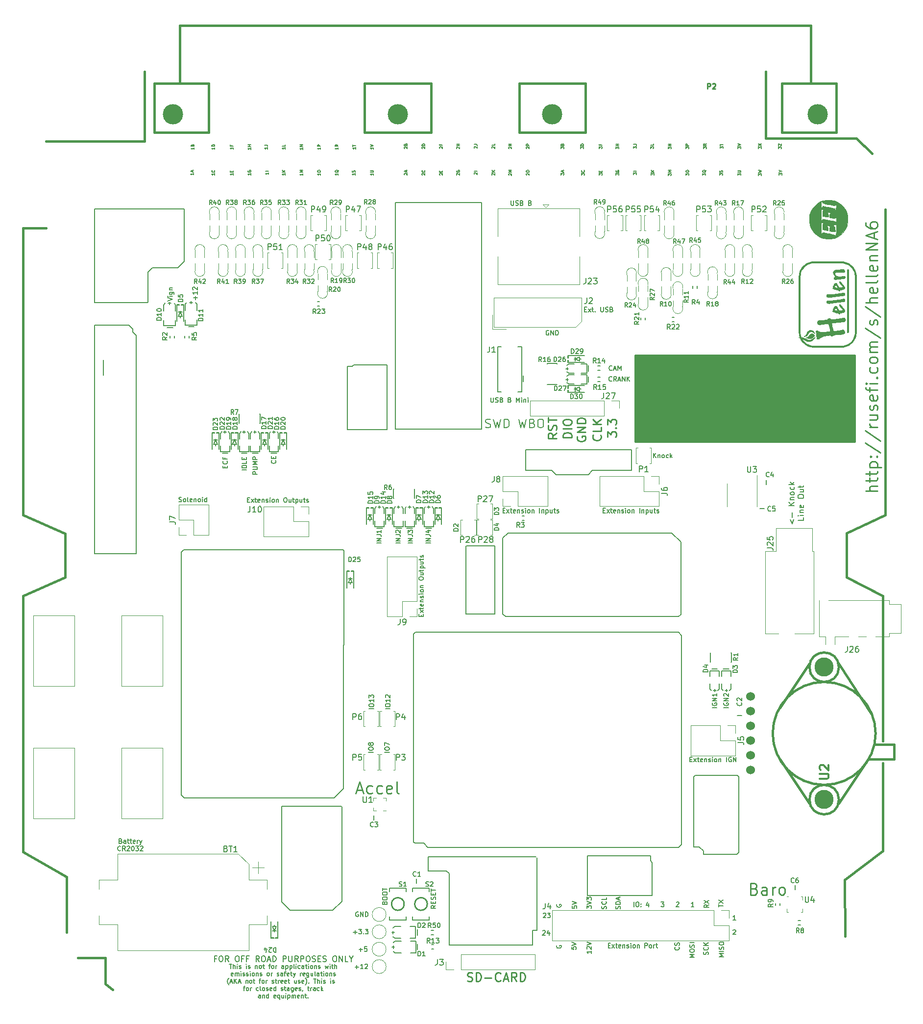
<source format=gto>
G04 #@! TF.GenerationSoftware,KiCad,Pcbnew,(5.99.0-10483-ga6ad7a4a70)*
G04 #@! TF.CreationDate,2021-05-06T14:06:47+03:00*
G04 #@! TF.ProjectId,hellen64_miataNA6_94,68656c6c-656e-4363-945f-6d696174614e,b*
G04 #@! TF.SameCoordinates,PX1406f40PYa852d20*
G04 #@! TF.FileFunction,Legend,Top*
G04 #@! TF.FilePolarity,Positive*
%FSLAX46Y46*%
G04 Gerber Fmt 4.6, Leading zero omitted, Abs format (unit mm)*
G04 Created by KiCad (PCBNEW (5.99.0-10483-ga6ad7a4a70)) date 2021-05-06 14:06:47*
%MOMM*%
%LPD*%
G01*
G04 APERTURE LIST*
%ADD10C,0.381000*%
%ADD11C,0.250000*%
%ADD12C,0.170000*%
%ADD13C,0.127000*%
%ADD14C,0.150000*%
%ADD15C,0.200000*%
%ADD16C,0.222250*%
%ADD17C,0.304800*%
%ADD18C,0.002540*%
%ADD19C,0.203200*%
%ADD20C,0.099060*%
%ADD21C,0.120000*%
%ADD22C,0.254000*%
%ADD23C,3.500120*%
%ADD24C,3.302000*%
%ADD25C,1.524000*%
G04 APERTURE END LIST*
D10*
X9510960Y81150000D02*
X2260960Y84400000D01*
X151260960Y84400000D02*
X151260960Y137107060D01*
X16510960Y3400000D02*
X16510960Y7900000D01*
X6260960Y148900000D02*
X23260960Y148900000D01*
X2260960Y70400000D02*
X9510960Y73650000D01*
X144560960Y81200000D02*
X144560960Y73600000D01*
X9510960Y73650000D02*
X9510960Y81150000D01*
X16510960Y3400000D02*
X17760960Y2400000D01*
X144260960Y21400000D02*
X150860960Y26400000D01*
X146260960Y149400000D02*
X130570960Y149400000D01*
X151260960Y84400000D02*
X144560960Y81200000D01*
X6260960Y133900000D02*
X2260960Y133900000D01*
D11*
X146000000Y112000000D02*
X108000000Y112000000D01*
X108000000Y112000000D02*
X108000000Y97000000D01*
X108000000Y97000000D02*
X146000000Y97000000D01*
X146000000Y97000000D02*
X146000000Y112000000D01*
G36*
X146000000Y112000000D02*
G01*
X108000000Y112000000D01*
X108000000Y97000000D01*
X146000000Y97000000D01*
X146000000Y112000000D01*
G37*
D10*
X149000700Y146807060D02*
X146260960Y149400000D01*
X130570960Y149400000D02*
X130570960Y160900000D01*
X23260960Y148900000D02*
X23260960Y160900000D01*
X16510960Y7900000D02*
X11760960Y7900000D01*
X9760960Y12307060D02*
X9760960Y21900000D01*
X2260960Y84400000D02*
X2260960Y133900000D01*
X144560960Y73600000D02*
X150860960Y70400000D01*
X144300700Y11607060D02*
X144260960Y21400000D01*
X9760960Y21900000D02*
X2260960Y26200000D01*
X150860960Y45307060D02*
X150860960Y70400000D01*
X2260960Y26200000D02*
X2260960Y70400000D01*
X150860960Y26400000D02*
X150860960Y41507060D01*
D12*
X73561904Y16938096D02*
X73180952Y16671429D01*
X73561904Y16480953D02*
X72761904Y16480953D01*
X72761904Y16785715D01*
X72800000Y16861905D01*
X72838095Y16900000D01*
X72914285Y16938096D01*
X73028571Y16938096D01*
X73104761Y16900000D01*
X73142857Y16861905D01*
X73180952Y16785715D01*
X73180952Y16480953D01*
X73142857Y17280953D02*
X73142857Y17547620D01*
X73561904Y17661905D02*
X73561904Y17280953D01*
X72761904Y17280953D01*
X72761904Y17661905D01*
X73523809Y17966667D02*
X73561904Y18080953D01*
X73561904Y18271429D01*
X73523809Y18347620D01*
X73485714Y18385715D01*
X73409523Y18423810D01*
X73333333Y18423810D01*
X73257142Y18385715D01*
X73219047Y18347620D01*
X73180952Y18271429D01*
X73142857Y18119048D01*
X73104761Y18042858D01*
X73066666Y18004762D01*
X72990476Y17966667D01*
X72914285Y17966667D01*
X72838095Y18004762D01*
X72800000Y18042858D01*
X72761904Y18119048D01*
X72761904Y18309524D01*
X72800000Y18423810D01*
X73142857Y18766667D02*
X73142857Y19033334D01*
X73561904Y19147620D02*
X73561904Y18766667D01*
X72761904Y18766667D01*
X72761904Y19147620D01*
X72761904Y19376191D02*
X72761904Y19833334D01*
X73561904Y19604762D02*
X72761904Y19604762D01*
D13*
X116792809Y147603667D02*
X116792809Y147918143D01*
X116986333Y147748810D01*
X116986333Y147821381D01*
X117010523Y147869762D01*
X117034714Y147893953D01*
X117083095Y147918143D01*
X117204047Y147918143D01*
X117252428Y147893953D01*
X117276619Y147869762D01*
X117300809Y147821381D01*
X117300809Y147676239D01*
X117276619Y147627858D01*
X117252428Y147603667D01*
X117300809Y148135858D02*
X116792809Y148135858D01*
X116792809Y148329381D01*
X116817000Y148377762D01*
X116841190Y148401953D01*
X116889571Y148426143D01*
X116962142Y148426143D01*
X117010523Y148401953D01*
X117034714Y148377762D01*
X117058904Y148329381D01*
X117058904Y148135858D01*
D12*
X60314285Y9342858D02*
X60923809Y9342858D01*
X60619047Y9038096D02*
X60619047Y9647620D01*
X61685714Y9838096D02*
X61304761Y9838096D01*
X61266666Y9457143D01*
X61304761Y9495239D01*
X61380952Y9533334D01*
X61571428Y9533334D01*
X61647619Y9495239D01*
X61685714Y9457143D01*
X61723809Y9380953D01*
X61723809Y9190477D01*
X61685714Y9114286D01*
X61647619Y9076191D01*
X61571428Y9038096D01*
X61380952Y9038096D01*
X61304761Y9076191D01*
X61266666Y9114286D01*
D13*
X101806809Y143055858D02*
X101806809Y143370334D01*
X102000333Y143201000D01*
X102000333Y143273572D01*
X102024523Y143321953D01*
X102048714Y143346143D01*
X102097095Y143370334D01*
X102218047Y143370334D01*
X102266428Y143346143D01*
X102290619Y143321953D01*
X102314809Y143273572D01*
X102314809Y143128429D01*
X102290619Y143080048D01*
X102266428Y143055858D01*
X102048714Y143588048D02*
X102048714Y143757381D01*
X102314809Y143829953D02*
X102314809Y143588048D01*
X101806809Y143588048D01*
X101806809Y143829953D01*
X44529809Y147851620D02*
X44529809Y147561334D01*
X44529809Y147706477D02*
X44021809Y147706477D01*
X44094380Y147658096D01*
X44142761Y147609715D01*
X44166952Y147561334D01*
X44021809Y148214477D02*
X44384666Y148214477D01*
X44457238Y148190286D01*
X44505619Y148141905D01*
X44529809Y148069334D01*
X44529809Y148020953D01*
D12*
X104048319Y109421346D02*
X104010223Y109383251D01*
X103895938Y109345156D01*
X103819747Y109345156D01*
X103705461Y109383251D01*
X103629271Y109459441D01*
X103591176Y109535632D01*
X103553080Y109688013D01*
X103553080Y109802299D01*
X103591176Y109954680D01*
X103629271Y110030870D01*
X103705461Y110107060D01*
X103819747Y110145156D01*
X103895938Y110145156D01*
X104010223Y110107060D01*
X104048319Y110068965D01*
X104353080Y109573727D02*
X104734033Y109573727D01*
X104276890Y109345156D02*
X104543557Y110145156D01*
X104810223Y109345156D01*
X105076890Y109345156D02*
X105076890Y110145156D01*
X105343557Y109573727D01*
X105610223Y110145156D01*
X105610223Y109345156D01*
X120762604Y17065180D02*
X120381652Y16798513D01*
X120762604Y16608037D02*
X119962604Y16608037D01*
X119962604Y16912799D01*
X120000700Y16988989D01*
X120038795Y17027084D01*
X120114985Y17065180D01*
X120229271Y17065180D01*
X120305461Y17027084D01*
X120343557Y16988989D01*
X120381652Y16912799D01*
X120381652Y16608037D01*
X119962604Y17331846D02*
X120762604Y17865180D01*
X119962604Y17865180D02*
X120762604Y17331846D01*
D13*
X62817809Y143334048D02*
X62817809Y143043762D01*
X62817809Y143188905D02*
X62309809Y143188905D01*
X62382380Y143140524D01*
X62430761Y143092143D01*
X62454952Y143043762D01*
X62309809Y143551762D02*
X62721047Y143551762D01*
X62769428Y143575953D01*
X62793619Y143600143D01*
X62817809Y143648524D01*
X62817809Y143745286D01*
X62793619Y143793667D01*
X62769428Y143817858D01*
X62721047Y143842048D01*
X62309809Y143842048D01*
D12*
X86585714Y138638096D02*
X86585714Y137990477D01*
X86623809Y137914286D01*
X86661904Y137876191D01*
X86738095Y137838096D01*
X86890476Y137838096D01*
X86966666Y137876191D01*
X87004761Y137914286D01*
X87042857Y137990477D01*
X87042857Y138638096D01*
X87385714Y137876191D02*
X87500000Y137838096D01*
X87690476Y137838096D01*
X87766666Y137876191D01*
X87804761Y137914286D01*
X87842857Y137990477D01*
X87842857Y138066667D01*
X87804761Y138142858D01*
X87766666Y138180953D01*
X87690476Y138219048D01*
X87538095Y138257143D01*
X87461904Y138295239D01*
X87423809Y138333334D01*
X87385714Y138409524D01*
X87385714Y138485715D01*
X87423809Y138561905D01*
X87461904Y138600000D01*
X87538095Y138638096D01*
X87728571Y138638096D01*
X87842857Y138600000D01*
X88452380Y138257143D02*
X88566666Y138219048D01*
X88604761Y138180953D01*
X88642857Y138104762D01*
X88642857Y137990477D01*
X88604761Y137914286D01*
X88566666Y137876191D01*
X88490476Y137838096D01*
X88185714Y137838096D01*
X88185714Y138638096D01*
X88452380Y138638096D01*
X88528571Y138600000D01*
X88566666Y138561905D01*
X88604761Y138485715D01*
X88604761Y138409524D01*
X88566666Y138333334D01*
X88528571Y138295239D01*
X88452380Y138257143D01*
X88185714Y138257143D01*
X89861904Y138257143D02*
X89976190Y138219048D01*
X90014285Y138180953D01*
X90052380Y138104762D01*
X90052380Y137990477D01*
X90014285Y137914286D01*
X89976190Y137876191D01*
X89900000Y137838096D01*
X89595238Y137838096D01*
X89595238Y138638096D01*
X89861904Y138638096D01*
X89938095Y138600000D01*
X89976190Y138561905D01*
X90014285Y138485715D01*
X90014285Y138409524D01*
X89976190Y138333334D01*
X89938095Y138295239D01*
X89861904Y138257143D01*
X89595238Y138257143D01*
D13*
X59769809Y147851620D02*
X59769809Y147561334D01*
X59769809Y147706477D02*
X59261809Y147706477D01*
X59334380Y147658096D01*
X59382761Y147609715D01*
X59406952Y147561334D01*
X59261809Y147996762D02*
X59261809Y148287048D01*
X59769809Y148141905D02*
X59261809Y148141905D01*
X132794809Y147615762D02*
X132794809Y147930239D01*
X132988333Y147760905D01*
X132988333Y147833477D01*
X133012523Y147881858D01*
X133036714Y147906048D01*
X133085095Y147930239D01*
X133206047Y147930239D01*
X133254428Y147906048D01*
X133278619Y147881858D01*
X133302809Y147833477D01*
X133302809Y147688334D01*
X133278619Y147639953D01*
X133254428Y147615762D01*
X132794809Y148099572D02*
X132794809Y148438239D01*
X133302809Y148099572D01*
X133302809Y148438239D01*
D12*
X122462604Y16693751D02*
X122462604Y17150894D01*
X123262604Y16922322D02*
X122462604Y16922322D01*
X122462604Y17341370D02*
X123262604Y17874703D01*
X122462604Y17874703D02*
X123262604Y17341370D01*
X123362604Y8108037D02*
X122562604Y8108037D01*
X123134033Y8374703D01*
X122562604Y8641370D01*
X123362604Y8641370D01*
X123362604Y9022322D02*
X122562604Y9022322D01*
X123324509Y9365180D02*
X123362604Y9479465D01*
X123362604Y9669941D01*
X123324509Y9746132D01*
X123286414Y9784227D01*
X123210223Y9822322D01*
X123134033Y9822322D01*
X123057842Y9784227D01*
X123019747Y9746132D01*
X122981652Y9669941D01*
X122943557Y9517560D01*
X122905461Y9441370D01*
X122867366Y9403275D01*
X122791176Y9365180D01*
X122714985Y9365180D01*
X122638795Y9403275D01*
X122600700Y9441370D01*
X122562604Y9517560D01*
X122562604Y9708037D01*
X122600700Y9822322D01*
X122562604Y10317560D02*
X122562604Y10469941D01*
X122600700Y10546132D01*
X122676890Y10622322D01*
X122829271Y10660418D01*
X123095938Y10660418D01*
X123248319Y10622322D01*
X123324509Y10546132D01*
X123362604Y10469941D01*
X123362604Y10317560D01*
X123324509Y10241370D01*
X123248319Y10165180D01*
X123095938Y10127084D01*
X122829271Y10127084D01*
X122676890Y10165180D01*
X122600700Y10241370D01*
X122562604Y10317560D01*
X72662604Y79508037D02*
X71862604Y79508037D01*
X72662604Y79888989D02*
X71862604Y79888989D01*
X72662604Y80346132D01*
X71862604Y80346132D01*
X71862604Y80955656D02*
X72434033Y80955656D01*
X72548319Y80917560D01*
X72624509Y80841370D01*
X72662604Y80727084D01*
X72662604Y80650894D01*
X72129271Y81679465D02*
X72662604Y81679465D01*
X71824509Y81488989D02*
X72395938Y81298513D01*
X72395938Y81793751D01*
D11*
X79048914Y3949918D02*
X79263200Y3878489D01*
X79620342Y3878489D01*
X79763200Y3949918D01*
X79834628Y4021346D01*
X79906057Y4164203D01*
X79906057Y4307060D01*
X79834628Y4449918D01*
X79763200Y4521346D01*
X79620342Y4592775D01*
X79334628Y4664203D01*
X79191771Y4735632D01*
X79120342Y4807060D01*
X79048914Y4949918D01*
X79048914Y5092775D01*
X79120342Y5235632D01*
X79191771Y5307060D01*
X79334628Y5378489D01*
X79691771Y5378489D01*
X79906057Y5307060D01*
X80548914Y3878489D02*
X80548914Y5378489D01*
X80906057Y5378489D01*
X81120342Y5307060D01*
X81263200Y5164203D01*
X81334628Y5021346D01*
X81406057Y4735632D01*
X81406057Y4521346D01*
X81334628Y4235632D01*
X81263200Y4092775D01*
X81120342Y3949918D01*
X80906057Y3878489D01*
X80548914Y3878489D01*
X82048914Y4449918D02*
X83191771Y4449918D01*
X84763200Y4021346D02*
X84691771Y3949918D01*
X84477485Y3878489D01*
X84334628Y3878489D01*
X84120342Y3949918D01*
X83977485Y4092775D01*
X83906057Y4235632D01*
X83834628Y4521346D01*
X83834628Y4735632D01*
X83906057Y5021346D01*
X83977485Y5164203D01*
X84120342Y5307060D01*
X84334628Y5378489D01*
X84477485Y5378489D01*
X84691771Y5307060D01*
X84763200Y5235632D01*
X85334628Y4307060D02*
X86048914Y4307060D01*
X85191771Y3878489D02*
X85691771Y5378489D01*
X86191771Y3878489D01*
X87548914Y3878489D02*
X87048914Y4592775D01*
X86691771Y3878489D02*
X86691771Y5378489D01*
X87263200Y5378489D01*
X87406057Y5307060D01*
X87477485Y5235632D01*
X87548914Y5092775D01*
X87548914Y4878489D01*
X87477485Y4735632D01*
X87406057Y4664203D01*
X87263200Y4592775D01*
X86691771Y4592775D01*
X88191771Y3878489D02*
X88191771Y5378489D01*
X88548914Y5378489D01*
X88763200Y5307060D01*
X88906057Y5164203D01*
X88977485Y5021346D01*
X89048914Y4735632D01*
X89048914Y4521346D01*
X88977485Y4235632D01*
X88906057Y4092775D01*
X88763200Y3949918D01*
X88548914Y3878489D01*
X88191771Y3878489D01*
D13*
X95202809Y143067953D02*
X95202809Y143382429D01*
X95396333Y143213096D01*
X95396333Y143285667D01*
X95420523Y143334048D01*
X95444714Y143358239D01*
X95493095Y143382429D01*
X95614047Y143382429D01*
X95662428Y143358239D01*
X95686619Y143334048D01*
X95710809Y143285667D01*
X95710809Y143140524D01*
X95686619Y143092143D01*
X95662428Y143067953D01*
X95565666Y143575953D02*
X95565666Y143817858D01*
X95710809Y143527572D02*
X95202809Y143696905D01*
X95710809Y143866239D01*
X101806809Y147639953D02*
X101806809Y147954429D01*
X102000333Y147785096D01*
X102000333Y147857667D01*
X102024523Y147906048D01*
X102048714Y147930239D01*
X102097095Y147954429D01*
X102218047Y147954429D01*
X102266428Y147930239D01*
X102290619Y147906048D01*
X102314809Y147857667D01*
X102314809Y147712524D01*
X102290619Y147664143D01*
X102266428Y147639953D01*
X102048714Y148341477D02*
X102048714Y148172143D01*
X102314809Y148172143D02*
X101806809Y148172143D01*
X101806809Y148414048D01*
X119713809Y143019572D02*
X119713809Y143334048D01*
X119907333Y143164715D01*
X119907333Y143237286D01*
X119931523Y143285667D01*
X119955714Y143309858D01*
X120004095Y143334048D01*
X120125047Y143334048D01*
X120173428Y143309858D01*
X120197619Y143285667D01*
X120221809Y143237286D01*
X120221809Y143092143D01*
X120197619Y143043762D01*
X120173428Y143019572D01*
X120270190Y143890429D02*
X120246000Y143842048D01*
X120197619Y143793667D01*
X120125047Y143721096D01*
X120100857Y143672715D01*
X120100857Y143624334D01*
X120221809Y143648524D02*
X120197619Y143600143D01*
X120149238Y143551762D01*
X120052476Y143527572D01*
X119883142Y143527572D01*
X119786380Y143551762D01*
X119738000Y143600143D01*
X119713809Y143648524D01*
X119713809Y143745286D01*
X119738000Y143793667D01*
X119786380Y143842048D01*
X119883142Y143866239D01*
X120052476Y143866239D01*
X120149238Y143842048D01*
X120197619Y143793667D01*
X120221809Y143745286D01*
X120221809Y143648524D01*
X110823809Y143031667D02*
X110823809Y143346143D01*
X111017333Y143176810D01*
X111017333Y143249381D01*
X111041523Y143297762D01*
X111065714Y143321953D01*
X111114095Y143346143D01*
X111235047Y143346143D01*
X111283428Y143321953D01*
X111307619Y143297762D01*
X111331809Y143249381D01*
X111331809Y143104239D01*
X111307619Y143055858D01*
X111283428Y143031667D01*
X111331809Y143563858D02*
X110823809Y143563858D01*
X111331809Y143854143D02*
X111041523Y143636429D01*
X110823809Y143854143D02*
X111114095Y143563858D01*
D12*
X84462604Y81716584D02*
X83662604Y81716584D01*
X83662604Y81907060D01*
X83700700Y82021346D01*
X83776890Y82097537D01*
X83853080Y82135632D01*
X84005461Y82173727D01*
X84119747Y82173727D01*
X84272128Y82135632D01*
X84348319Y82097537D01*
X84424509Y82021346D01*
X84462604Y81907060D01*
X84462604Y81716584D01*
X83929271Y82859441D02*
X84462604Y82859441D01*
X83624509Y82668965D02*
X84195938Y82478489D01*
X84195938Y82973727D01*
D14*
X134880714Y83590477D02*
X135166428Y82828572D01*
X135452142Y83590477D01*
X135214047Y83971429D02*
X135214047Y84828572D01*
X135547380Y85971429D02*
X134547380Y85971429D01*
X135547380Y86542858D02*
X134975952Y86114286D01*
X134547380Y86542858D02*
X135118809Y85971429D01*
X134880714Y86971429D02*
X135547380Y86971429D01*
X134975952Y86971429D02*
X134928333Y87019048D01*
X134880714Y87114286D01*
X134880714Y87257143D01*
X134928333Y87352381D01*
X135023571Y87400000D01*
X135547380Y87400000D01*
X135547380Y88019048D02*
X135499761Y87923810D01*
X135452142Y87876191D01*
X135356904Y87828572D01*
X135071190Y87828572D01*
X134975952Y87876191D01*
X134928333Y87923810D01*
X134880714Y88019048D01*
X134880714Y88161905D01*
X134928333Y88257143D01*
X134975952Y88304762D01*
X135071190Y88352381D01*
X135356904Y88352381D01*
X135452142Y88304762D01*
X135499761Y88257143D01*
X135547380Y88161905D01*
X135547380Y88019048D01*
X135499761Y89209524D02*
X135547380Y89114286D01*
X135547380Y88923810D01*
X135499761Y88828572D01*
X135452142Y88780953D01*
X135356904Y88733334D01*
X135071190Y88733334D01*
X134975952Y88780953D01*
X134928333Y88828572D01*
X134880714Y88923810D01*
X134880714Y89114286D01*
X134928333Y89209524D01*
X135547380Y89638096D02*
X134547380Y89638096D01*
X135166428Y89733334D02*
X135547380Y90019048D01*
X134880714Y90019048D02*
X135261666Y89638096D01*
X137157380Y83947620D02*
X137157380Y83471429D01*
X136157380Y83471429D01*
X137157380Y84280953D02*
X136490714Y84280953D01*
X136157380Y84280953D02*
X136205000Y84233334D01*
X136252619Y84280953D01*
X136205000Y84328572D01*
X136157380Y84280953D01*
X136252619Y84280953D01*
X136490714Y84757143D02*
X137157380Y84757143D01*
X136585952Y84757143D02*
X136538333Y84804762D01*
X136490714Y84900000D01*
X136490714Y85042858D01*
X136538333Y85138096D01*
X136633571Y85185715D01*
X137157380Y85185715D01*
X137109761Y86042858D02*
X137157380Y85947620D01*
X137157380Y85757143D01*
X137109761Y85661905D01*
X137014523Y85614286D01*
X136633571Y85614286D01*
X136538333Y85661905D01*
X136490714Y85757143D01*
X136490714Y85947620D01*
X136538333Y86042858D01*
X136633571Y86090477D01*
X136728809Y86090477D01*
X136824047Y85614286D01*
X136157380Y87471429D02*
X136157380Y87661905D01*
X136205000Y87757143D01*
X136300238Y87852381D01*
X136490714Y87900000D01*
X136824047Y87900000D01*
X137014523Y87852381D01*
X137109761Y87757143D01*
X137157380Y87661905D01*
X137157380Y87471429D01*
X137109761Y87376191D01*
X137014523Y87280953D01*
X136824047Y87233334D01*
X136490714Y87233334D01*
X136300238Y87280953D01*
X136205000Y87376191D01*
X136157380Y87471429D01*
X136490714Y88757143D02*
X137157380Y88757143D01*
X136490714Y88328572D02*
X137014523Y88328572D01*
X137109761Y88376191D01*
X137157380Y88471429D01*
X137157380Y88614286D01*
X137109761Y88709524D01*
X137062142Y88757143D01*
X136490714Y89090477D02*
X136490714Y89471429D01*
X136157380Y89233334D02*
X137014523Y89233334D01*
X137109761Y89280953D01*
X137157380Y89376191D01*
X137157380Y89471429D01*
D12*
X41043557Y86964203D02*
X41310223Y86964203D01*
X41424509Y86545156D02*
X41043557Y86545156D01*
X41043557Y87345156D01*
X41424509Y87345156D01*
X41691176Y86545156D02*
X42110223Y87078489D01*
X41691176Y87078489D02*
X42110223Y86545156D01*
X42300700Y87078489D02*
X42605461Y87078489D01*
X42414985Y87345156D02*
X42414985Y86659441D01*
X42453080Y86583251D01*
X42529271Y86545156D01*
X42605461Y86545156D01*
X43176890Y86583251D02*
X43100700Y86545156D01*
X42948319Y86545156D01*
X42872128Y86583251D01*
X42834033Y86659441D01*
X42834033Y86964203D01*
X42872128Y87040394D01*
X42948319Y87078489D01*
X43100700Y87078489D01*
X43176890Y87040394D01*
X43214985Y86964203D01*
X43214985Y86888013D01*
X42834033Y86811822D01*
X43557842Y87078489D02*
X43557842Y86545156D01*
X43557842Y87002299D02*
X43595938Y87040394D01*
X43672128Y87078489D01*
X43786414Y87078489D01*
X43862604Y87040394D01*
X43900700Y86964203D01*
X43900700Y86545156D01*
X44243557Y86583251D02*
X44319747Y86545156D01*
X44472128Y86545156D01*
X44548319Y86583251D01*
X44586414Y86659441D01*
X44586414Y86697537D01*
X44548319Y86773727D01*
X44472128Y86811822D01*
X44357842Y86811822D01*
X44281652Y86849918D01*
X44243557Y86926108D01*
X44243557Y86964203D01*
X44281652Y87040394D01*
X44357842Y87078489D01*
X44472128Y87078489D01*
X44548319Y87040394D01*
X44929271Y86545156D02*
X44929271Y87078489D01*
X44929271Y87345156D02*
X44891176Y87307060D01*
X44929271Y87268965D01*
X44967366Y87307060D01*
X44929271Y87345156D01*
X44929271Y87268965D01*
X45424509Y86545156D02*
X45348319Y86583251D01*
X45310223Y86621346D01*
X45272128Y86697537D01*
X45272128Y86926108D01*
X45310223Y87002299D01*
X45348319Y87040394D01*
X45424509Y87078489D01*
X45538795Y87078489D01*
X45614985Y87040394D01*
X45653080Y87002299D01*
X45691176Y86926108D01*
X45691176Y86697537D01*
X45653080Y86621346D01*
X45614985Y86583251D01*
X45538795Y86545156D01*
X45424509Y86545156D01*
X46034033Y87078489D02*
X46034033Y86545156D01*
X46034033Y87002299D02*
X46072128Y87040394D01*
X46148319Y87078489D01*
X46262604Y87078489D01*
X46338795Y87040394D01*
X46376890Y86964203D01*
X46376890Y86545156D01*
X47519747Y87345156D02*
X47672128Y87345156D01*
X47748319Y87307060D01*
X47824509Y87230870D01*
X47862604Y87078489D01*
X47862604Y86811822D01*
X47824509Y86659441D01*
X47748319Y86583251D01*
X47672128Y86545156D01*
X47519747Y86545156D01*
X47443557Y86583251D01*
X47367366Y86659441D01*
X47329271Y86811822D01*
X47329271Y87078489D01*
X47367366Y87230870D01*
X47443557Y87307060D01*
X47519747Y87345156D01*
X48548319Y87078489D02*
X48548319Y86545156D01*
X48205461Y87078489D02*
X48205461Y86659441D01*
X48243557Y86583251D01*
X48319747Y86545156D01*
X48434033Y86545156D01*
X48510223Y86583251D01*
X48548319Y86621346D01*
X48814985Y87078489D02*
X49119747Y87078489D01*
X48929271Y87345156D02*
X48929271Y86659441D01*
X48967366Y86583251D01*
X49043557Y86545156D01*
X49119747Y86545156D01*
X49386414Y87078489D02*
X49386414Y86278489D01*
X49386414Y87040394D02*
X49462604Y87078489D01*
X49614985Y87078489D01*
X49691176Y87040394D01*
X49729271Y87002299D01*
X49767366Y86926108D01*
X49767366Y86697537D01*
X49729271Y86621346D01*
X49691176Y86583251D01*
X49614985Y86545156D01*
X49462604Y86545156D01*
X49386414Y86583251D01*
X50453080Y87078489D02*
X50453080Y86545156D01*
X50110223Y87078489D02*
X50110223Y86659441D01*
X50148319Y86583251D01*
X50224509Y86545156D01*
X50338795Y86545156D01*
X50414985Y86583251D01*
X50453080Y86621346D01*
X50719747Y87078489D02*
X51024509Y87078489D01*
X50834033Y87345156D02*
X50834033Y86659441D01*
X50872128Y86583251D01*
X50948319Y86545156D01*
X51024509Y86545156D01*
X51253080Y86583251D02*
X51329271Y86545156D01*
X51481652Y86545156D01*
X51557842Y86583251D01*
X51595938Y86659441D01*
X51595938Y86697537D01*
X51557842Y86773727D01*
X51481652Y86811822D01*
X51367366Y86811822D01*
X51291176Y86849918D01*
X51253080Y86926108D01*
X51253080Y86964203D01*
X51291176Y87040394D01*
X51367366Y87078489D01*
X51481652Y87078489D01*
X51557842Y87040394D01*
D13*
X74296190Y147664143D02*
X74272000Y147688334D01*
X74247809Y147736715D01*
X74247809Y147857667D01*
X74272000Y147906048D01*
X74296190Y147930239D01*
X74344571Y147954429D01*
X74392952Y147954429D01*
X74465523Y147930239D01*
X74755809Y147639953D01*
X74755809Y147954429D01*
X74489714Y148341477D02*
X74489714Y148172143D01*
X74755809Y148172143D02*
X74247809Y148172143D01*
X74247809Y148414048D01*
D12*
X71043557Y66849918D02*
X71043557Y67116584D01*
X71462604Y67230870D02*
X71462604Y66849918D01*
X70662604Y66849918D01*
X70662604Y67230870D01*
X71462604Y67497537D02*
X70929271Y67916584D01*
X70929271Y67497537D02*
X71462604Y67916584D01*
X70929271Y68107060D02*
X70929271Y68411822D01*
X70662604Y68221346D02*
X71348319Y68221346D01*
X71424509Y68259441D01*
X71462604Y68335632D01*
X71462604Y68411822D01*
X71424509Y68983251D02*
X71462604Y68907060D01*
X71462604Y68754680D01*
X71424509Y68678489D01*
X71348319Y68640394D01*
X71043557Y68640394D01*
X70967366Y68678489D01*
X70929271Y68754680D01*
X70929271Y68907060D01*
X70967366Y68983251D01*
X71043557Y69021346D01*
X71119747Y69021346D01*
X71195938Y68640394D01*
X70929271Y69364203D02*
X71462604Y69364203D01*
X71005461Y69364203D02*
X70967366Y69402299D01*
X70929271Y69478489D01*
X70929271Y69592775D01*
X70967366Y69668965D01*
X71043557Y69707060D01*
X71462604Y69707060D01*
X71424509Y70049918D02*
X71462604Y70126108D01*
X71462604Y70278489D01*
X71424509Y70354680D01*
X71348319Y70392775D01*
X71310223Y70392775D01*
X71234033Y70354680D01*
X71195938Y70278489D01*
X71195938Y70164203D01*
X71157842Y70088013D01*
X71081652Y70049918D01*
X71043557Y70049918D01*
X70967366Y70088013D01*
X70929271Y70164203D01*
X70929271Y70278489D01*
X70967366Y70354680D01*
X71462604Y70735632D02*
X70929271Y70735632D01*
X70662604Y70735632D02*
X70700700Y70697537D01*
X70738795Y70735632D01*
X70700700Y70773727D01*
X70662604Y70735632D01*
X70738795Y70735632D01*
X71462604Y71230870D02*
X71424509Y71154680D01*
X71386414Y71116584D01*
X71310223Y71078489D01*
X71081652Y71078489D01*
X71005461Y71116584D01*
X70967366Y71154680D01*
X70929271Y71230870D01*
X70929271Y71345156D01*
X70967366Y71421346D01*
X71005461Y71459441D01*
X71081652Y71497537D01*
X71310223Y71497537D01*
X71386414Y71459441D01*
X71424509Y71421346D01*
X71462604Y71345156D01*
X71462604Y71230870D01*
X70929271Y71840394D02*
X71462604Y71840394D01*
X71005461Y71840394D02*
X70967366Y71878489D01*
X70929271Y71954680D01*
X70929271Y72068965D01*
X70967366Y72145156D01*
X71043557Y72183251D01*
X71462604Y72183251D01*
X70662604Y73326108D02*
X70662604Y73478489D01*
X70700700Y73554680D01*
X70776890Y73630870D01*
X70929271Y73668965D01*
X71195938Y73668965D01*
X71348319Y73630870D01*
X71424509Y73554680D01*
X71462604Y73478489D01*
X71462604Y73326108D01*
X71424509Y73249918D01*
X71348319Y73173727D01*
X71195938Y73135632D01*
X70929271Y73135632D01*
X70776890Y73173727D01*
X70700700Y73249918D01*
X70662604Y73326108D01*
X70929271Y74354680D02*
X71462604Y74354680D01*
X70929271Y74011822D02*
X71348319Y74011822D01*
X71424509Y74049918D01*
X71462604Y74126108D01*
X71462604Y74240394D01*
X71424509Y74316584D01*
X71386414Y74354680D01*
X70929271Y74621346D02*
X70929271Y74926108D01*
X70662604Y74735632D02*
X71348319Y74735632D01*
X71424509Y74773727D01*
X71462604Y74849918D01*
X71462604Y74926108D01*
X70929271Y75192775D02*
X71729271Y75192775D01*
X70967366Y75192775D02*
X70929271Y75268965D01*
X70929271Y75421346D01*
X70967366Y75497537D01*
X71005461Y75535632D01*
X71081652Y75573727D01*
X71310223Y75573727D01*
X71386414Y75535632D01*
X71424509Y75497537D01*
X71462604Y75421346D01*
X71462604Y75268965D01*
X71424509Y75192775D01*
X70929271Y76259441D02*
X71462604Y76259441D01*
X70929271Y75916584D02*
X71348319Y75916584D01*
X71424509Y75954680D01*
X71462604Y76030870D01*
X71462604Y76145156D01*
X71424509Y76221346D01*
X71386414Y76259441D01*
X70929271Y76526108D02*
X70929271Y76830870D01*
X70662604Y76640394D02*
X71348319Y76640394D01*
X71424509Y76678489D01*
X71462604Y76754680D01*
X71462604Y76830870D01*
X71424509Y77059441D02*
X71462604Y77135632D01*
X71462604Y77288013D01*
X71424509Y77364203D01*
X71348319Y77402299D01*
X71310223Y77402299D01*
X71234033Y77364203D01*
X71195938Y77288013D01*
X71195938Y77173727D01*
X71157842Y77097537D01*
X71081652Y77059441D01*
X71043557Y77059441D01*
X70967366Y77097537D01*
X70929271Y77173727D01*
X70929271Y77288013D01*
X70967366Y77364203D01*
X115586414Y9765180D02*
X115624509Y9727084D01*
X115662604Y9612799D01*
X115662604Y9536608D01*
X115624509Y9422322D01*
X115548319Y9346132D01*
X115472128Y9308037D01*
X115319747Y9269941D01*
X115205461Y9269941D01*
X115053080Y9308037D01*
X114976890Y9346132D01*
X114900700Y9422322D01*
X114862604Y9536608D01*
X114862604Y9612799D01*
X114900700Y9727084D01*
X114938795Y9765180D01*
X115624509Y10069941D02*
X115662604Y10184227D01*
X115662604Y10374703D01*
X115624509Y10450894D01*
X115586414Y10488989D01*
X115510223Y10527084D01*
X115434033Y10527084D01*
X115357842Y10488989D01*
X115319747Y10450894D01*
X115281652Y10374703D01*
X115243557Y10222322D01*
X115205461Y10146132D01*
X115167366Y10108037D01*
X115091176Y10069941D01*
X115014985Y10069941D01*
X114938795Y10108037D01*
X114900700Y10146132D01*
X114862604Y10222322D01*
X114862604Y10412799D01*
X114900700Y10527084D01*
X111200700Y94245156D02*
X111200700Y95045156D01*
X111657842Y94245156D02*
X111314985Y94702299D01*
X111657842Y95045156D02*
X111200700Y94588013D01*
X112000700Y94778489D02*
X112000700Y94245156D01*
X112000700Y94702299D02*
X112038795Y94740394D01*
X112114985Y94778489D01*
X112229271Y94778489D01*
X112305461Y94740394D01*
X112343557Y94664203D01*
X112343557Y94245156D01*
X112838795Y94245156D02*
X112762604Y94283251D01*
X112724509Y94321346D01*
X112686414Y94397537D01*
X112686414Y94626108D01*
X112724509Y94702299D01*
X112762604Y94740394D01*
X112838795Y94778489D01*
X112953080Y94778489D01*
X113029271Y94740394D01*
X113067366Y94702299D01*
X113105461Y94626108D01*
X113105461Y94397537D01*
X113067366Y94321346D01*
X113029271Y94283251D01*
X112953080Y94245156D01*
X112838795Y94245156D01*
X113791176Y94283251D02*
X113714985Y94245156D01*
X113562604Y94245156D01*
X113486414Y94283251D01*
X113448319Y94321346D01*
X113410223Y94397537D01*
X113410223Y94626108D01*
X113448319Y94702299D01*
X113486414Y94740394D01*
X113562604Y94778489D01*
X113714985Y94778489D01*
X113791176Y94740394D01*
X114134033Y94245156D02*
X114134033Y95045156D01*
X114210223Y94549918D02*
X114438795Y94245156D01*
X114438795Y94778489D02*
X114134033Y94473727D01*
X40862604Y92121346D02*
X40062604Y92121346D01*
X40862604Y92502299D02*
X40062604Y92502299D01*
X40062604Y92692775D01*
X40100700Y92807060D01*
X40176890Y92883251D01*
X40253080Y92921346D01*
X40405461Y92959441D01*
X40519747Y92959441D01*
X40672128Y92921346D01*
X40748319Y92883251D01*
X40824509Y92807060D01*
X40862604Y92692775D01*
X40862604Y92502299D01*
X40862604Y93683251D02*
X40862604Y93302299D01*
X40062604Y93302299D01*
X40443557Y93949918D02*
X40443557Y94216584D01*
X40862604Y94330870D02*
X40862604Y93949918D01*
X40062604Y93949918D01*
X40062604Y94330870D01*
D13*
X122761809Y147664143D02*
X122761809Y147978620D01*
X122955333Y147809286D01*
X122955333Y147881858D01*
X122979523Y147930239D01*
X123003714Y147954429D01*
X123052095Y147978620D01*
X123173047Y147978620D01*
X123221428Y147954429D01*
X123245619Y147930239D01*
X123269809Y147881858D01*
X123269809Y147736715D01*
X123245619Y147688334D01*
X123221428Y147664143D01*
X122761809Y148123762D02*
X122761809Y148414048D01*
X123269809Y148268905D02*
X122761809Y148268905D01*
X47577809Y147839524D02*
X47577809Y147549239D01*
X47577809Y147694381D02*
X47069809Y147694381D01*
X47142380Y147646000D01*
X47190761Y147597620D01*
X47214952Y147549239D01*
X47577809Y148299143D02*
X47577809Y148057239D01*
X47069809Y148057239D01*
D12*
X64162604Y79508037D02*
X63362604Y79508037D01*
X64162604Y79888989D02*
X63362604Y79888989D01*
X64162604Y80346132D01*
X63362604Y80346132D01*
X63362604Y80955656D02*
X63934033Y80955656D01*
X64048319Y80917560D01*
X64124509Y80841370D01*
X64162604Y80727084D01*
X64162604Y80650894D01*
X64162604Y81755656D02*
X64162604Y81298513D01*
X64162604Y81527084D02*
X63362604Y81527084D01*
X63476890Y81450894D01*
X63553080Y81374703D01*
X63591176Y81298513D01*
X69562604Y79508037D02*
X68762604Y79508037D01*
X69562604Y79888989D02*
X68762604Y79888989D01*
X69562604Y80346132D01*
X68762604Y80346132D01*
X68762604Y80955656D02*
X69334033Y80955656D01*
X69448319Y80917560D01*
X69524509Y80841370D01*
X69562604Y80727084D01*
X69562604Y80650894D01*
X68762604Y81260418D02*
X68762604Y81755656D01*
X69067366Y81488989D01*
X69067366Y81603275D01*
X69105461Y81679465D01*
X69143557Y81717560D01*
X69219747Y81755656D01*
X69410223Y81755656D01*
X69486414Y81717560D01*
X69524509Y81679465D01*
X69562604Y81603275D01*
X69562604Y81374703D01*
X69524509Y81298513D01*
X69486414Y81260418D01*
X125420723Y14445156D02*
X124963580Y14445156D01*
X125192152Y14445156D02*
X125192152Y15245156D01*
X125115961Y15130870D01*
X125039771Y15054680D01*
X124963580Y15016584D01*
D13*
X107775809Y147664143D02*
X107775809Y147978620D01*
X107969333Y147809286D01*
X107969333Y147881858D01*
X107993523Y147930239D01*
X108017714Y147954429D01*
X108066095Y147978620D01*
X108187047Y147978620D01*
X108235428Y147954429D01*
X108259619Y147930239D01*
X108283809Y147881858D01*
X108283809Y147736715D01*
X108259619Y147688334D01*
X108235428Y147664143D01*
X107775809Y148341477D02*
X108138666Y148341477D01*
X108211238Y148317286D01*
X108259619Y148268905D01*
X108283809Y148196334D01*
X108283809Y148147953D01*
D12*
X19142857Y28101143D02*
X19257142Y28063048D01*
X19295238Y28024953D01*
X19333333Y27948762D01*
X19333333Y27834477D01*
X19295238Y27758286D01*
X19257142Y27720191D01*
X19180952Y27682096D01*
X18876190Y27682096D01*
X18876190Y28482096D01*
X19142857Y28482096D01*
X19219047Y28444000D01*
X19257142Y28405905D01*
X19295238Y28329715D01*
X19295238Y28253524D01*
X19257142Y28177334D01*
X19219047Y28139239D01*
X19142857Y28101143D01*
X18876190Y28101143D01*
X20019047Y27682096D02*
X20019047Y28101143D01*
X19980952Y28177334D01*
X19904761Y28215429D01*
X19752380Y28215429D01*
X19676190Y28177334D01*
X20019047Y27720191D02*
X19942857Y27682096D01*
X19752380Y27682096D01*
X19676190Y27720191D01*
X19638095Y27796381D01*
X19638095Y27872572D01*
X19676190Y27948762D01*
X19752380Y27986858D01*
X19942857Y27986858D01*
X20019047Y28024953D01*
X20285714Y28215429D02*
X20590476Y28215429D01*
X20400000Y28482096D02*
X20400000Y27796381D01*
X20438095Y27720191D01*
X20514285Y27682096D01*
X20590476Y27682096D01*
X20742857Y28215429D02*
X21047619Y28215429D01*
X20857142Y28482096D02*
X20857142Y27796381D01*
X20895238Y27720191D01*
X20971428Y27682096D01*
X21047619Y27682096D01*
X21619047Y27720191D02*
X21542857Y27682096D01*
X21390476Y27682096D01*
X21314285Y27720191D01*
X21276190Y27796381D01*
X21276190Y28101143D01*
X21314285Y28177334D01*
X21390476Y28215429D01*
X21542857Y28215429D01*
X21619047Y28177334D01*
X21657142Y28101143D01*
X21657142Y28024953D01*
X21276190Y27948762D01*
X22000000Y27682096D02*
X22000000Y28215429D01*
X22000000Y28063048D02*
X22038095Y28139239D01*
X22076190Y28177334D01*
X22152380Y28215429D01*
X22228571Y28215429D01*
X22419047Y28215429D02*
X22609523Y27682096D01*
X22800000Y28215429D02*
X22609523Y27682096D01*
X22533333Y27491620D01*
X22495238Y27453524D01*
X22419047Y27415429D01*
X19123809Y26470286D02*
X19085714Y26432191D01*
X18971428Y26394096D01*
X18895238Y26394096D01*
X18780952Y26432191D01*
X18704761Y26508381D01*
X18666666Y26584572D01*
X18628571Y26736953D01*
X18628571Y26851239D01*
X18666666Y27003620D01*
X18704761Y27079810D01*
X18780952Y27156000D01*
X18895238Y27194096D01*
X18971428Y27194096D01*
X19085714Y27156000D01*
X19123809Y27117905D01*
X19923809Y26394096D02*
X19657142Y26775048D01*
X19466666Y26394096D02*
X19466666Y27194096D01*
X19771428Y27194096D01*
X19847619Y27156000D01*
X19885714Y27117905D01*
X19923809Y27041715D01*
X19923809Y26927429D01*
X19885714Y26851239D01*
X19847619Y26813143D01*
X19771428Y26775048D01*
X19466666Y26775048D01*
X20228571Y27117905D02*
X20266666Y27156000D01*
X20342857Y27194096D01*
X20533333Y27194096D01*
X20609523Y27156000D01*
X20647619Y27117905D01*
X20685714Y27041715D01*
X20685714Y26965524D01*
X20647619Y26851239D01*
X20190476Y26394096D01*
X20685714Y26394096D01*
X21180952Y27194096D02*
X21257142Y27194096D01*
X21333333Y27156000D01*
X21371428Y27117905D01*
X21409523Y27041715D01*
X21447619Y26889334D01*
X21447619Y26698858D01*
X21409523Y26546477D01*
X21371428Y26470286D01*
X21333333Y26432191D01*
X21257142Y26394096D01*
X21180952Y26394096D01*
X21104761Y26432191D01*
X21066666Y26470286D01*
X21028571Y26546477D01*
X20990476Y26698858D01*
X20990476Y26889334D01*
X21028571Y27041715D01*
X21066666Y27117905D01*
X21104761Y27156000D01*
X21180952Y27194096D01*
X21714285Y27194096D02*
X22209523Y27194096D01*
X21942857Y26889334D01*
X22057142Y26889334D01*
X22133333Y26851239D01*
X22171428Y26813143D01*
X22209523Y26736953D01*
X22209523Y26546477D01*
X22171428Y26470286D01*
X22133333Y26432191D01*
X22057142Y26394096D01*
X21828571Y26394096D01*
X21752380Y26432191D01*
X21714285Y26470286D01*
X22514285Y27117905D02*
X22552380Y27156000D01*
X22628571Y27194096D01*
X22819047Y27194096D01*
X22895238Y27156000D01*
X22933333Y27117905D01*
X22971428Y27041715D01*
X22971428Y26965524D01*
X22933333Y26851239D01*
X22476190Y26394096D01*
X22971428Y26394096D01*
X124162604Y51107060D02*
X123362604Y51107060D01*
X123400700Y51907060D02*
X123362604Y51830870D01*
X123362604Y51716584D01*
X123400700Y51602299D01*
X123476890Y51526108D01*
X123553080Y51488013D01*
X123705461Y51449918D01*
X123819747Y51449918D01*
X123972128Y51488013D01*
X124048319Y51526108D01*
X124124509Y51602299D01*
X124162604Y51716584D01*
X124162604Y51792775D01*
X124124509Y51907060D01*
X124086414Y51945156D01*
X123819747Y51945156D01*
X123819747Y51792775D01*
X124162604Y52288013D02*
X123362604Y52288013D01*
X124162604Y52745156D01*
X123362604Y52745156D01*
X123438795Y53088013D02*
X123400700Y53126108D01*
X123362604Y53202299D01*
X123362604Y53392775D01*
X123400700Y53468965D01*
X123438795Y53507060D01*
X123514985Y53545156D01*
X123591176Y53545156D01*
X123705461Y53507060D01*
X124162604Y53049918D01*
X124162604Y53545156D01*
D13*
X47577809Y143346143D02*
X47577809Y143055858D01*
X47577809Y143201000D02*
X47069809Y143201000D01*
X47142380Y143152620D01*
X47190761Y143104239D01*
X47214952Y143055858D01*
X47577809Y143563858D02*
X47069809Y143563858D01*
X47577809Y143854143D02*
X47287523Y143636429D01*
X47069809Y143854143D02*
X47360095Y143563858D01*
D12*
X97162604Y16888989D02*
X97162604Y16508037D01*
X97543557Y16469941D01*
X97505461Y16508037D01*
X97467366Y16584227D01*
X97467366Y16774703D01*
X97505461Y16850894D01*
X97543557Y16888989D01*
X97619747Y16927084D01*
X97810223Y16927084D01*
X97886414Y16888989D01*
X97924509Y16850894D01*
X97962604Y16774703D01*
X97962604Y16584227D01*
X97924509Y16508037D01*
X97886414Y16469941D01*
X97162604Y17155656D02*
X97962604Y17422322D01*
X97162604Y17688989D01*
X64742857Y17414286D02*
X64780952Y17528572D01*
X64819047Y17566667D01*
X64895238Y17604762D01*
X65009523Y17604762D01*
X65085714Y17566667D01*
X65123809Y17528572D01*
X65161904Y17452381D01*
X65161904Y17147620D01*
X64361904Y17147620D01*
X64361904Y17414286D01*
X64400000Y17490477D01*
X64438095Y17528572D01*
X64514285Y17566667D01*
X64590476Y17566667D01*
X64666666Y17528572D01*
X64704761Y17490477D01*
X64742857Y17414286D01*
X64742857Y17147620D01*
X64361904Y18100000D02*
X64361904Y18252381D01*
X64400000Y18328572D01*
X64476190Y18404762D01*
X64628571Y18442858D01*
X64895238Y18442858D01*
X65047619Y18404762D01*
X65123809Y18328572D01*
X65161904Y18252381D01*
X65161904Y18100000D01*
X65123809Y18023810D01*
X65047619Y17947620D01*
X64895238Y17909524D01*
X64628571Y17909524D01*
X64476190Y17947620D01*
X64400000Y18023810D01*
X64361904Y18100000D01*
X64361904Y18938096D02*
X64361904Y19090477D01*
X64400000Y19166667D01*
X64476190Y19242858D01*
X64628571Y19280953D01*
X64895238Y19280953D01*
X65047619Y19242858D01*
X65123809Y19166667D01*
X65161904Y19090477D01*
X65161904Y18938096D01*
X65123809Y18861905D01*
X65047619Y18785715D01*
X64895238Y18747620D01*
X64628571Y18747620D01*
X64476190Y18785715D01*
X64400000Y18861905D01*
X64361904Y18938096D01*
X64361904Y19509524D02*
X64361904Y19966667D01*
X65161904Y19738096D02*
X64361904Y19738096D01*
X124963580Y12668965D02*
X125001676Y12707060D01*
X125077866Y12745156D01*
X125268342Y12745156D01*
X125344533Y12707060D01*
X125382628Y12668965D01*
X125420723Y12592775D01*
X125420723Y12516584D01*
X125382628Y12402299D01*
X124925485Y11945156D01*
X125420723Y11945156D01*
D13*
X77217190Y143055858D02*
X77193000Y143080048D01*
X77168809Y143128429D01*
X77168809Y143249381D01*
X77193000Y143297762D01*
X77217190Y143321953D01*
X77265571Y143346143D01*
X77313952Y143346143D01*
X77386523Y143321953D01*
X77676809Y143031667D01*
X77676809Y143346143D01*
X77193000Y143829953D02*
X77168809Y143781572D01*
X77168809Y143709000D01*
X77193000Y143636429D01*
X77241380Y143588048D01*
X77289761Y143563858D01*
X77386523Y143539667D01*
X77459095Y143539667D01*
X77555857Y143563858D01*
X77604238Y143588048D01*
X77652619Y143636429D01*
X77676809Y143709000D01*
X77676809Y143757381D01*
X77652619Y143829953D01*
X77628428Y143854143D01*
X77459095Y143854143D01*
X77459095Y143757381D01*
D12*
X62862604Y50926108D02*
X62062604Y50926108D01*
X62062604Y51459441D02*
X62062604Y51611822D01*
X62100700Y51688013D01*
X62176890Y51764203D01*
X62329271Y51802299D01*
X62595938Y51802299D01*
X62748319Y51764203D01*
X62824509Y51688013D01*
X62862604Y51611822D01*
X62862604Y51459441D01*
X62824509Y51383251D01*
X62748319Y51307060D01*
X62595938Y51268965D01*
X62329271Y51268965D01*
X62176890Y51307060D01*
X62100700Y51383251D01*
X62062604Y51459441D01*
X62862604Y52564203D02*
X62862604Y52107060D01*
X62862604Y52335632D02*
X62062604Y52335632D01*
X62176890Y52259441D01*
X62253080Y52183251D01*
X62291176Y52107060D01*
X62062604Y52830870D02*
X62062604Y53326108D01*
X62367366Y53059441D01*
X62367366Y53173727D01*
X62405461Y53249918D01*
X62443557Y53288013D01*
X62519747Y53326108D01*
X62710223Y53326108D01*
X62786414Y53288013D01*
X62824509Y53249918D01*
X62862604Y53173727D01*
X62862604Y52945156D01*
X62824509Y52868965D01*
X62786414Y52830870D01*
X27262604Y121326108D02*
X28062604Y121592775D01*
X27262604Y121859441D01*
X28062604Y122126108D02*
X27529271Y122126108D01*
X27262604Y122126108D02*
X27300700Y122088013D01*
X27338795Y122126108D01*
X27300700Y122164203D01*
X27262604Y122126108D01*
X27338795Y122126108D01*
X27529271Y122849918D02*
X28176890Y122849918D01*
X28253080Y122811822D01*
X28291176Y122773727D01*
X28329271Y122697537D01*
X28329271Y122583251D01*
X28291176Y122507060D01*
X28024509Y122849918D02*
X28062604Y122773727D01*
X28062604Y122621346D01*
X28024509Y122545156D01*
X27986414Y122507060D01*
X27910223Y122468965D01*
X27681652Y122468965D01*
X27605461Y122507060D01*
X27567366Y122545156D01*
X27529271Y122621346D01*
X27529271Y122773727D01*
X27567366Y122849918D01*
X27529271Y123230870D02*
X28062604Y123230870D01*
X27605461Y123230870D02*
X27567366Y123268965D01*
X27529271Y123345156D01*
X27529271Y123459441D01*
X27567366Y123535632D01*
X27643557Y123573727D01*
X28062604Y123573727D01*
X59342857Y12342858D02*
X59952380Y12342858D01*
X59647619Y12038096D02*
X59647619Y12647620D01*
X60257142Y12838096D02*
X60752380Y12838096D01*
X60485714Y12533334D01*
X60600000Y12533334D01*
X60676190Y12495239D01*
X60714285Y12457143D01*
X60752380Y12380953D01*
X60752380Y12190477D01*
X60714285Y12114286D01*
X60676190Y12076191D01*
X60600000Y12038096D01*
X60371428Y12038096D01*
X60295238Y12076191D01*
X60257142Y12114286D01*
X61095238Y12114286D02*
X61133333Y12076191D01*
X61095238Y12038096D01*
X61057142Y12076191D01*
X61095238Y12114286D01*
X61095238Y12038096D01*
X61400000Y12838096D02*
X61895238Y12838096D01*
X61628571Y12533334D01*
X61742857Y12533334D01*
X61819047Y12495239D01*
X61857142Y12457143D01*
X61895238Y12380953D01*
X61895238Y12190477D01*
X61857142Y12114286D01*
X61819047Y12076191D01*
X61742857Y12038096D01*
X61514285Y12038096D01*
X61438095Y12076191D01*
X61400000Y12114286D01*
X45886414Y93792775D02*
X45924509Y93754680D01*
X45962604Y93640394D01*
X45962604Y93564203D01*
X45924509Y93449918D01*
X45848319Y93373727D01*
X45772128Y93335632D01*
X45619747Y93297537D01*
X45505461Y93297537D01*
X45353080Y93335632D01*
X45276890Y93373727D01*
X45200700Y93449918D01*
X45162604Y93564203D01*
X45162604Y93640394D01*
X45200700Y93754680D01*
X45238795Y93792775D01*
X45543557Y94135632D02*
X45543557Y94402299D01*
X45962604Y94516584D02*
X45962604Y94135632D01*
X45162604Y94135632D01*
X45162604Y94516584D01*
X42762604Y91421346D02*
X41962604Y91421346D01*
X41962604Y91726108D01*
X42000700Y91802299D01*
X42038795Y91840394D01*
X42114985Y91878489D01*
X42229271Y91878489D01*
X42305461Y91840394D01*
X42343557Y91802299D01*
X42381652Y91726108D01*
X42381652Y91421346D01*
X41962604Y92221346D02*
X42610223Y92221346D01*
X42686414Y92259441D01*
X42724509Y92297537D01*
X42762604Y92373727D01*
X42762604Y92526108D01*
X42724509Y92602299D01*
X42686414Y92640394D01*
X42610223Y92678489D01*
X41962604Y92678489D01*
X42762604Y93059441D02*
X41962604Y93059441D01*
X42534033Y93326108D01*
X41962604Y93592775D01*
X42762604Y93592775D01*
X42762604Y93973727D02*
X41962604Y93973727D01*
X41962604Y94278489D01*
X42000700Y94354680D01*
X42038795Y94392775D01*
X42114985Y94430870D01*
X42229271Y94430870D01*
X42305461Y94392775D01*
X42343557Y94354680D01*
X42381652Y94278489D01*
X42381652Y93973727D01*
X77462604Y81616584D02*
X76662604Y81616584D01*
X76662604Y81807060D01*
X76700700Y81921346D01*
X76776890Y81997537D01*
X76853080Y82035632D01*
X77005461Y82073727D01*
X77119747Y82073727D01*
X77272128Y82035632D01*
X77348319Y81997537D01*
X77424509Y81921346D01*
X77462604Y81807060D01*
X77462604Y81616584D01*
X76738795Y82378489D02*
X76700700Y82416584D01*
X76662604Y82492775D01*
X76662604Y82683251D01*
X76700700Y82759441D01*
X76738795Y82797537D01*
X76814985Y82835632D01*
X76891176Y82835632D01*
X77005461Y82797537D01*
X77462604Y82340394D01*
X77462604Y82835632D01*
D11*
X103278571Y97828572D02*
X103278571Y98757143D01*
X103850000Y98257143D01*
X103850000Y98471429D01*
X103921428Y98614286D01*
X103992857Y98685715D01*
X104135714Y98757143D01*
X104492857Y98757143D01*
X104635714Y98685715D01*
X104707142Y98614286D01*
X104778571Y98471429D01*
X104778571Y98042858D01*
X104707142Y97900000D01*
X104635714Y97828572D01*
X104635714Y99400000D02*
X104707142Y99471429D01*
X104778571Y99400000D01*
X104707142Y99328572D01*
X104635714Y99400000D01*
X104778571Y99400000D01*
X103278571Y99971429D02*
X103278571Y100900000D01*
X103850000Y100400000D01*
X103850000Y100614286D01*
X103921428Y100757143D01*
X103992857Y100828572D01*
X104135714Y100900000D01*
X104492857Y100900000D01*
X104635714Y100828572D01*
X104707142Y100757143D01*
X104778571Y100614286D01*
X104778571Y100185715D01*
X104707142Y100042858D01*
X104635714Y99971429D01*
D13*
X104727809Y147591572D02*
X104727809Y147906048D01*
X104921333Y147736715D01*
X104921333Y147809286D01*
X104945523Y147857667D01*
X104969714Y147881858D01*
X105018095Y147906048D01*
X105139047Y147906048D01*
X105187428Y147881858D01*
X105211619Y147857667D01*
X105235809Y147809286D01*
X105235809Y147664143D01*
X105211619Y147615762D01*
X105187428Y147591572D01*
X105235809Y148123762D02*
X104727809Y148123762D01*
X104969714Y148123762D02*
X104969714Y148414048D01*
X105235809Y148414048D02*
X104727809Y148414048D01*
D12*
X84462604Y84416584D02*
X83662604Y84416584D01*
X83662604Y84607060D01*
X83700700Y84721346D01*
X83776890Y84797537D01*
X83853080Y84835632D01*
X84005461Y84873727D01*
X84119747Y84873727D01*
X84272128Y84835632D01*
X84348319Y84797537D01*
X84424509Y84721346D01*
X84462604Y84607060D01*
X84462604Y84416584D01*
X83662604Y85140394D02*
X83662604Y85635632D01*
X83967366Y85368965D01*
X83967366Y85483251D01*
X84005461Y85559441D01*
X84043557Y85597537D01*
X84119747Y85635632D01*
X84310223Y85635632D01*
X84386414Y85597537D01*
X84424509Y85559441D01*
X84462604Y85483251D01*
X84462604Y85254680D01*
X84424509Y85178489D01*
X84386414Y85140394D01*
X97062604Y9788989D02*
X97062604Y9408037D01*
X97443557Y9369941D01*
X97405461Y9408037D01*
X97367366Y9484227D01*
X97367366Y9674703D01*
X97405461Y9750894D01*
X97443557Y9788989D01*
X97519747Y9827084D01*
X97710223Y9827084D01*
X97786414Y9788989D01*
X97824509Y9750894D01*
X97862604Y9674703D01*
X97862604Y9484227D01*
X97824509Y9408037D01*
X97786414Y9369941D01*
X97062604Y10055656D02*
X97862604Y10322322D01*
X97062604Y10588989D01*
X117519747Y42164203D02*
X117786414Y42164203D01*
X117900700Y41745156D02*
X117519747Y41745156D01*
X117519747Y42545156D01*
X117900700Y42545156D01*
X118167366Y41745156D02*
X118586414Y42278489D01*
X118167366Y42278489D02*
X118586414Y41745156D01*
X118776890Y42278489D02*
X119081652Y42278489D01*
X118891176Y42545156D02*
X118891176Y41859441D01*
X118929271Y41783251D01*
X119005461Y41745156D01*
X119081652Y41745156D01*
X119653080Y41783251D02*
X119576890Y41745156D01*
X119424509Y41745156D01*
X119348319Y41783251D01*
X119310223Y41859441D01*
X119310223Y42164203D01*
X119348319Y42240394D01*
X119424509Y42278489D01*
X119576890Y42278489D01*
X119653080Y42240394D01*
X119691176Y42164203D01*
X119691176Y42088013D01*
X119310223Y42011822D01*
X120034033Y42278489D02*
X120034033Y41745156D01*
X120034033Y42202299D02*
X120072128Y42240394D01*
X120148319Y42278489D01*
X120262604Y42278489D01*
X120338795Y42240394D01*
X120376890Y42164203D01*
X120376890Y41745156D01*
X120719747Y41783251D02*
X120795938Y41745156D01*
X120948319Y41745156D01*
X121024509Y41783251D01*
X121062604Y41859441D01*
X121062604Y41897537D01*
X121024509Y41973727D01*
X120948319Y42011822D01*
X120834033Y42011822D01*
X120757842Y42049918D01*
X120719747Y42126108D01*
X120719747Y42164203D01*
X120757842Y42240394D01*
X120834033Y42278489D01*
X120948319Y42278489D01*
X121024509Y42240394D01*
X121405461Y41745156D02*
X121405461Y42278489D01*
X121405461Y42545156D02*
X121367366Y42507060D01*
X121405461Y42468965D01*
X121443557Y42507060D01*
X121405461Y42545156D01*
X121405461Y42468965D01*
X121900700Y41745156D02*
X121824509Y41783251D01*
X121786414Y41821346D01*
X121748319Y41897537D01*
X121748319Y42126108D01*
X121786414Y42202299D01*
X121824509Y42240394D01*
X121900700Y42278489D01*
X122014985Y42278489D01*
X122091176Y42240394D01*
X122129271Y42202299D01*
X122167366Y42126108D01*
X122167366Y41897537D01*
X122129271Y41821346D01*
X122091176Y41783251D01*
X122014985Y41745156D01*
X121900700Y41745156D01*
X122510223Y42278489D02*
X122510223Y41745156D01*
X122510223Y42202299D02*
X122548319Y42240394D01*
X122624509Y42278489D01*
X122738795Y42278489D01*
X122814985Y42240394D01*
X122853080Y42164203D01*
X122853080Y41745156D01*
X123843557Y41745156D02*
X123843557Y42545156D01*
X124643557Y42507060D02*
X124567366Y42545156D01*
X124453080Y42545156D01*
X124338795Y42507060D01*
X124262604Y42430870D01*
X124224509Y42354680D01*
X124186414Y42202299D01*
X124186414Y42088013D01*
X124224509Y41935632D01*
X124262604Y41859441D01*
X124338795Y41783251D01*
X124453080Y41745156D01*
X124529271Y41745156D01*
X124643557Y41783251D01*
X124681652Y41821346D01*
X124681652Y42088013D01*
X124529271Y42088013D01*
X125024509Y41745156D02*
X125024509Y42545156D01*
X125481652Y41745156D01*
X125481652Y42545156D01*
D11*
X102035714Y98207143D02*
X102107142Y98135715D01*
X102178571Y97921429D01*
X102178571Y97778572D01*
X102107142Y97564286D01*
X101964285Y97421429D01*
X101821428Y97350000D01*
X101535714Y97278572D01*
X101321428Y97278572D01*
X101035714Y97350000D01*
X100892857Y97421429D01*
X100750000Y97564286D01*
X100678571Y97778572D01*
X100678571Y97921429D01*
X100750000Y98135715D01*
X100821428Y98207143D01*
X102178571Y99564286D02*
X102178571Y98850000D01*
X100678571Y98850000D01*
X102178571Y100064286D02*
X100678571Y100064286D01*
X102178571Y100921429D02*
X101321428Y100278572D01*
X100678571Y100921429D02*
X101535714Y100064286D01*
D13*
X83313190Y147676239D02*
X83289000Y147700429D01*
X83264809Y147748810D01*
X83264809Y147869762D01*
X83289000Y147918143D01*
X83313190Y147942334D01*
X83361571Y147966524D01*
X83409952Y147966524D01*
X83482523Y147942334D01*
X83772809Y147652048D01*
X83772809Y147966524D01*
X83772809Y148426143D02*
X83772809Y148184239D01*
X83264809Y148184239D01*
X104727809Y143031667D02*
X104727809Y143346143D01*
X104921333Y143176810D01*
X104921333Y143249381D01*
X104945523Y143297762D01*
X104969714Y143321953D01*
X105018095Y143346143D01*
X105139047Y143346143D01*
X105187428Y143321953D01*
X105211619Y143297762D01*
X105235809Y143249381D01*
X105235809Y143104239D01*
X105211619Y143055858D01*
X105187428Y143031667D01*
X104752000Y143829953D02*
X104727809Y143781572D01*
X104727809Y143709000D01*
X104752000Y143636429D01*
X104800380Y143588048D01*
X104848761Y143563858D01*
X104945523Y143539667D01*
X105018095Y143539667D01*
X105114857Y143563858D01*
X105163238Y143588048D01*
X105211619Y143636429D01*
X105235809Y143709000D01*
X105235809Y143757381D01*
X105211619Y143829953D01*
X105187428Y143854143D01*
X105018095Y143854143D01*
X105018095Y143757381D01*
D12*
X100462604Y9127084D02*
X100462604Y8669941D01*
X100462604Y8898513D02*
X99662604Y8898513D01*
X99776890Y8822322D01*
X99853080Y8746132D01*
X99891176Y8669941D01*
X99738795Y9431846D02*
X99700700Y9469941D01*
X99662604Y9546132D01*
X99662604Y9736608D01*
X99700700Y9812799D01*
X99738795Y9850894D01*
X99814985Y9888989D01*
X99891176Y9888989D01*
X100005461Y9850894D01*
X100462604Y9393751D01*
X100462604Y9888989D01*
X99662604Y10117560D02*
X100462604Y10384227D01*
X99662604Y10650894D01*
X93090476Y116200000D02*
X93014285Y116238096D01*
X92900000Y116238096D01*
X92785714Y116200000D01*
X92709523Y116123810D01*
X92671428Y116047620D01*
X92633333Y115895239D01*
X92633333Y115780953D01*
X92671428Y115628572D01*
X92709523Y115552381D01*
X92785714Y115476191D01*
X92900000Y115438096D01*
X92976190Y115438096D01*
X93090476Y115476191D01*
X93128571Y115514286D01*
X93128571Y115780953D01*
X92976190Y115780953D01*
X93471428Y115438096D02*
X93471428Y116238096D01*
X93928571Y115438096D01*
X93928571Y116238096D01*
X94309523Y115438096D02*
X94309523Y116238096D01*
X94500000Y116238096D01*
X94614285Y116200000D01*
X94690476Y116123810D01*
X94728571Y116047620D01*
X94766666Y115895239D01*
X94766666Y115780953D01*
X94728571Y115628572D01*
X94690476Y115552381D01*
X94614285Y115476191D01*
X94500000Y115438096D01*
X94309523Y115438096D01*
D13*
X89282190Y143043762D02*
X89258000Y143067953D01*
X89233809Y143116334D01*
X89233809Y143237286D01*
X89258000Y143285667D01*
X89282190Y143309858D01*
X89330571Y143334048D01*
X89378952Y143334048D01*
X89451523Y143309858D01*
X89741809Y143019572D01*
X89741809Y143334048D01*
X89233809Y143648524D02*
X89233809Y143745286D01*
X89258000Y143793667D01*
X89306380Y143842048D01*
X89403142Y143866239D01*
X89572476Y143866239D01*
X89669238Y143842048D01*
X89717619Y143793667D01*
X89741809Y143745286D01*
X89741809Y143648524D01*
X89717619Y143600143D01*
X89669238Y143551762D01*
X89572476Y143527572D01*
X89403142Y143527572D01*
X89306380Y143551762D01*
X89258000Y143600143D01*
X89233809Y143648524D01*
X119840809Y147603667D02*
X119840809Y147918143D01*
X120034333Y147748810D01*
X120034333Y147821381D01*
X120058523Y147869762D01*
X120082714Y147893953D01*
X120131095Y147918143D01*
X120252047Y147918143D01*
X120300428Y147893953D01*
X120324619Y147869762D01*
X120348809Y147821381D01*
X120348809Y147676239D01*
X120324619Y147627858D01*
X120300428Y147603667D01*
X120348809Y148426143D02*
X120106904Y148256810D01*
X120348809Y148135858D02*
X119840809Y148135858D01*
X119840809Y148329381D01*
X119865000Y148377762D01*
X119889190Y148401953D01*
X119937571Y148426143D01*
X120010142Y148426143D01*
X120058523Y148401953D01*
X120082714Y148377762D01*
X120106904Y148329381D01*
X120106904Y148135858D01*
D12*
X107801676Y16745156D02*
X107801676Y17545156D01*
X108335009Y17545156D02*
X108487390Y17545156D01*
X108563580Y17507060D01*
X108639771Y17430870D01*
X108677866Y17278489D01*
X108677866Y17011822D01*
X108639771Y16859441D01*
X108563580Y16783251D01*
X108487390Y16745156D01*
X108335009Y16745156D01*
X108258819Y16783251D01*
X108182628Y16859441D01*
X108144533Y17011822D01*
X108144533Y17278489D01*
X108182628Y17430870D01*
X108258819Y17507060D01*
X108335009Y17545156D01*
X109020723Y16821346D02*
X109058819Y16783251D01*
X109020723Y16745156D01*
X108982628Y16783251D01*
X109020723Y16821346D01*
X109020723Y16745156D01*
X109020723Y17240394D02*
X109058819Y17202299D01*
X109020723Y17164203D01*
X108982628Y17202299D01*
X109020723Y17240394D01*
X109020723Y17164203D01*
X110354057Y17278489D02*
X110354057Y16745156D01*
X110163580Y17583251D02*
X109973104Y17011822D01*
X110468342Y17011822D01*
X112525485Y17545156D02*
X113020723Y17545156D01*
X112754057Y17240394D01*
X112868342Y17240394D01*
X112944533Y17202299D01*
X112982628Y17164203D01*
X113020723Y17088013D01*
X113020723Y16897537D01*
X112982628Y16821346D01*
X112944533Y16783251D01*
X112868342Y16745156D01*
X112639771Y16745156D01*
X112563580Y16783251D01*
X112525485Y16821346D01*
X115154057Y17468965D02*
X115192152Y17507060D01*
X115268342Y17545156D01*
X115458819Y17545156D01*
X115535009Y17507060D01*
X115573104Y17468965D01*
X115611200Y17392775D01*
X115611200Y17316584D01*
X115573104Y17202299D01*
X115115961Y16745156D01*
X115611200Y16745156D01*
X118201676Y16745156D02*
X117744533Y16745156D01*
X117973104Y16745156D02*
X117973104Y17545156D01*
X117896914Y17430870D01*
X117820723Y17354680D01*
X117744533Y17316584D01*
X94500700Y17127084D02*
X94462604Y17050894D01*
X94462604Y16936608D01*
X94500700Y16822322D01*
X94576890Y16746132D01*
X94653080Y16708037D01*
X94805461Y16669941D01*
X94919747Y16669941D01*
X95072128Y16708037D01*
X95148319Y16746132D01*
X95224509Y16822322D01*
X95262604Y16936608D01*
X95262604Y17012799D01*
X95224509Y17127084D01*
X95186414Y17165180D01*
X94919747Y17165180D01*
X94919747Y17012799D01*
D13*
X129365809Y147615762D02*
X129365809Y147930239D01*
X129559333Y147760905D01*
X129559333Y147833477D01*
X129583523Y147881858D01*
X129607714Y147906048D01*
X129656095Y147930239D01*
X129777047Y147930239D01*
X129825428Y147906048D01*
X129849619Y147881858D01*
X129873809Y147833477D01*
X129873809Y147688334D01*
X129849619Y147639953D01*
X129825428Y147615762D01*
X129365809Y148099572D02*
X129873809Y148438239D01*
X129365809Y148438239D02*
X129873809Y148099572D01*
X83313190Y143055858D02*
X83289000Y143080048D01*
X83264809Y143128429D01*
X83264809Y143249381D01*
X83289000Y143297762D01*
X83313190Y143321953D01*
X83361571Y143346143D01*
X83409952Y143346143D01*
X83482523Y143321953D01*
X83772809Y143031667D01*
X83772809Y143346143D01*
X83772809Y143563858D02*
X83264809Y143563858D01*
X83772809Y143854143D02*
X83482523Y143636429D01*
X83264809Y143854143D02*
X83555095Y143563858D01*
X44656809Y143479191D02*
X44656809Y143188905D01*
X44656809Y143334048D02*
X44148809Y143334048D01*
X44221380Y143285667D01*
X44269761Y143237286D01*
X44293952Y143188905D01*
X44656809Y143696905D02*
X44148809Y143696905D01*
D12*
X105424509Y16369941D02*
X105462604Y16484227D01*
X105462604Y16674703D01*
X105424509Y16750894D01*
X105386414Y16788989D01*
X105310223Y16827084D01*
X105234033Y16827084D01*
X105157842Y16788989D01*
X105119747Y16750894D01*
X105081652Y16674703D01*
X105043557Y16522322D01*
X105005461Y16446132D01*
X104967366Y16408037D01*
X104891176Y16369941D01*
X104814985Y16369941D01*
X104738795Y16408037D01*
X104700700Y16446132D01*
X104662604Y16522322D01*
X104662604Y16712799D01*
X104700700Y16827084D01*
X105462604Y17169941D02*
X104662604Y17169941D01*
X104662604Y17360418D01*
X104700700Y17474703D01*
X104776890Y17550894D01*
X104853080Y17588989D01*
X105005461Y17627084D01*
X105119747Y17627084D01*
X105272128Y17588989D01*
X105348319Y17550894D01*
X105424509Y17474703D01*
X105462604Y17360418D01*
X105462604Y17169941D01*
X105234033Y17931846D02*
X105234033Y18312799D01*
X105462604Y17855656D02*
X104662604Y18122322D01*
X105462604Y18388989D01*
D11*
X149905461Y88516584D02*
X147905461Y88516584D01*
X149905461Y89373727D02*
X148857842Y89373727D01*
X148667366Y89278489D01*
X148572128Y89088013D01*
X148572128Y88802299D01*
X148667366Y88611822D01*
X148762604Y88516584D01*
X148572128Y90040394D02*
X148572128Y90802299D01*
X147905461Y90326108D02*
X149619747Y90326108D01*
X149810223Y90421346D01*
X149905461Y90611822D01*
X149905461Y90802299D01*
X148572128Y91183251D02*
X148572128Y91945156D01*
X147905461Y91468965D02*
X149619747Y91468965D01*
X149810223Y91564203D01*
X149905461Y91754680D01*
X149905461Y91945156D01*
X148572128Y92611822D02*
X150572128Y92611822D01*
X148667366Y92611822D02*
X148572128Y92802299D01*
X148572128Y93183251D01*
X148667366Y93373727D01*
X148762604Y93468965D01*
X148953080Y93564203D01*
X149524509Y93564203D01*
X149714985Y93468965D01*
X149810223Y93373727D01*
X149905461Y93183251D01*
X149905461Y92802299D01*
X149810223Y92611822D01*
X149714985Y94421346D02*
X149810223Y94516584D01*
X149905461Y94421346D01*
X149810223Y94326108D01*
X149714985Y94421346D01*
X149905461Y94421346D01*
X148667366Y94421346D02*
X148762604Y94516584D01*
X148857842Y94421346D01*
X148762604Y94326108D01*
X148667366Y94421346D01*
X148857842Y94421346D01*
X147810223Y96802299D02*
X150381652Y95088013D01*
X147810223Y98897537D02*
X150381652Y97183251D01*
X149905461Y99564203D02*
X148572128Y99564203D01*
X148953080Y99564203D02*
X148762604Y99659441D01*
X148667366Y99754680D01*
X148572128Y99945156D01*
X148572128Y100135632D01*
X148572128Y101659441D02*
X149905461Y101659441D01*
X148572128Y100802299D02*
X149619747Y100802299D01*
X149810223Y100897537D01*
X149905461Y101088013D01*
X149905461Y101373727D01*
X149810223Y101564203D01*
X149714985Y101659441D01*
X149810223Y102516584D02*
X149905461Y102707060D01*
X149905461Y103088013D01*
X149810223Y103278489D01*
X149619747Y103373727D01*
X149524509Y103373727D01*
X149334033Y103278489D01*
X149238795Y103088013D01*
X149238795Y102802299D01*
X149143557Y102611822D01*
X148953080Y102516584D01*
X148857842Y102516584D01*
X148667366Y102611822D01*
X148572128Y102802299D01*
X148572128Y103088013D01*
X148667366Y103278489D01*
X149810223Y104992775D02*
X149905461Y104802299D01*
X149905461Y104421346D01*
X149810223Y104230870D01*
X149619747Y104135632D01*
X148857842Y104135632D01*
X148667366Y104230870D01*
X148572128Y104421346D01*
X148572128Y104802299D01*
X148667366Y104992775D01*
X148857842Y105088013D01*
X149048319Y105088013D01*
X149238795Y104135632D01*
X148572128Y105659441D02*
X148572128Y106421346D01*
X149905461Y105945156D02*
X148191176Y105945156D01*
X148000700Y106040394D01*
X147905461Y106230870D01*
X147905461Y106421346D01*
X149905461Y107088013D02*
X148572128Y107088013D01*
X147905461Y107088013D02*
X148000700Y106992775D01*
X148095938Y107088013D01*
X148000700Y107183251D01*
X147905461Y107088013D01*
X148095938Y107088013D01*
X149714985Y108040394D02*
X149810223Y108135632D01*
X149905461Y108040394D01*
X149810223Y107945156D01*
X149714985Y108040394D01*
X149905461Y108040394D01*
X149810223Y109849918D02*
X149905461Y109659441D01*
X149905461Y109278489D01*
X149810223Y109088013D01*
X149714985Y108992775D01*
X149524509Y108897537D01*
X148953080Y108897537D01*
X148762604Y108992775D01*
X148667366Y109088013D01*
X148572128Y109278489D01*
X148572128Y109659441D01*
X148667366Y109849918D01*
X149905461Y110992775D02*
X149810223Y110802299D01*
X149714985Y110707060D01*
X149524509Y110611822D01*
X148953080Y110611822D01*
X148762604Y110707060D01*
X148667366Y110802299D01*
X148572128Y110992775D01*
X148572128Y111278489D01*
X148667366Y111468965D01*
X148762604Y111564203D01*
X148953080Y111659441D01*
X149524509Y111659441D01*
X149714985Y111564203D01*
X149810223Y111468965D01*
X149905461Y111278489D01*
X149905461Y110992775D01*
X149905461Y112516584D02*
X148572128Y112516584D01*
X148762604Y112516584D02*
X148667366Y112611822D01*
X148572128Y112802299D01*
X148572128Y113088013D01*
X148667366Y113278489D01*
X148857842Y113373727D01*
X149905461Y113373727D01*
X148857842Y113373727D02*
X148667366Y113468965D01*
X148572128Y113659441D01*
X148572128Y113945156D01*
X148667366Y114135632D01*
X148857842Y114230870D01*
X149905461Y114230870D01*
X147810223Y116611822D02*
X150381652Y114897537D01*
X149810223Y117183251D02*
X149905461Y117373727D01*
X149905461Y117754680D01*
X149810223Y117945156D01*
X149619747Y118040394D01*
X149524509Y118040394D01*
X149334033Y117945156D01*
X149238795Y117754680D01*
X149238795Y117468965D01*
X149143557Y117278489D01*
X148953080Y117183251D01*
X148857842Y117183251D01*
X148667366Y117278489D01*
X148572128Y117468965D01*
X148572128Y117754680D01*
X148667366Y117945156D01*
X147810223Y120326108D02*
X150381652Y118611822D01*
X149905461Y120992775D02*
X147905461Y120992775D01*
X149905461Y121849918D02*
X148857842Y121849918D01*
X148667366Y121754680D01*
X148572128Y121564203D01*
X148572128Y121278489D01*
X148667366Y121088013D01*
X148762604Y120992775D01*
X149810223Y123564203D02*
X149905461Y123373727D01*
X149905461Y122992775D01*
X149810223Y122802299D01*
X149619747Y122707060D01*
X148857842Y122707060D01*
X148667366Y122802299D01*
X148572128Y122992775D01*
X148572128Y123373727D01*
X148667366Y123564203D01*
X148857842Y123659441D01*
X149048319Y123659441D01*
X149238795Y122707060D01*
X149905461Y124802299D02*
X149810223Y124611822D01*
X149619747Y124516584D01*
X147905461Y124516584D01*
X149905461Y125849918D02*
X149810223Y125659441D01*
X149619747Y125564203D01*
X147905461Y125564203D01*
X149810223Y127373727D02*
X149905461Y127183251D01*
X149905461Y126802299D01*
X149810223Y126611822D01*
X149619747Y126516584D01*
X148857842Y126516584D01*
X148667366Y126611822D01*
X148572128Y126802299D01*
X148572128Y127183251D01*
X148667366Y127373727D01*
X148857842Y127468965D01*
X149048319Y127468965D01*
X149238795Y126516584D01*
X148572128Y128326108D02*
X149905461Y128326108D01*
X148762604Y128326108D02*
X148667366Y128421346D01*
X148572128Y128611822D01*
X148572128Y128897537D01*
X148667366Y129088013D01*
X148857842Y129183251D01*
X149905461Y129183251D01*
X149905461Y130135632D02*
X147905461Y130135632D01*
X149905461Y131278489D01*
X147905461Y131278489D01*
X149334033Y132135632D02*
X149334033Y133088013D01*
X149905461Y131945156D02*
X147905461Y132611822D01*
X149905461Y133278489D01*
X147905461Y134802299D02*
X147905461Y134421346D01*
X148000700Y134230870D01*
X148095938Y134135632D01*
X148381652Y133945156D01*
X148762604Y133849918D01*
X149524509Y133849918D01*
X149714985Y133945156D01*
X149810223Y134040394D01*
X149905461Y134230870D01*
X149905461Y134611822D01*
X149810223Y134802299D01*
X149714985Y134897537D01*
X149524509Y134992775D01*
X149048319Y134992775D01*
X148857842Y134897537D01*
X148762604Y134802299D01*
X148667366Y134611822D01*
X148667366Y134230870D01*
X148762604Y134040394D01*
X148857842Y133945156D01*
X149048319Y133849918D01*
D12*
X120624509Y8469941D02*
X120662604Y8584227D01*
X120662604Y8774703D01*
X120624509Y8850894D01*
X120586414Y8888989D01*
X120510223Y8927084D01*
X120434033Y8927084D01*
X120357842Y8888989D01*
X120319747Y8850894D01*
X120281652Y8774703D01*
X120243557Y8622322D01*
X120205461Y8546132D01*
X120167366Y8508037D01*
X120091176Y8469941D01*
X120014985Y8469941D01*
X119938795Y8508037D01*
X119900700Y8546132D01*
X119862604Y8622322D01*
X119862604Y8812799D01*
X119900700Y8927084D01*
X120586414Y9727084D02*
X120624509Y9688989D01*
X120662604Y9574703D01*
X120662604Y9498513D01*
X120624509Y9384227D01*
X120548319Y9308037D01*
X120472128Y9269941D01*
X120319747Y9231846D01*
X120205461Y9231846D01*
X120053080Y9269941D01*
X119976890Y9308037D01*
X119900700Y9384227D01*
X119862604Y9498513D01*
X119862604Y9574703D01*
X119900700Y9688989D01*
X119938795Y9727084D01*
X120662604Y10069941D02*
X119862604Y10069941D01*
X120662604Y10527084D02*
X120205461Y10184227D01*
X119862604Y10527084D02*
X120319747Y10069941D01*
D13*
X125809809Y147639953D02*
X125809809Y147954429D01*
X126003333Y147785096D01*
X126003333Y147857667D01*
X126027523Y147906048D01*
X126051714Y147930239D01*
X126100095Y147954429D01*
X126221047Y147954429D01*
X126269428Y147930239D01*
X126293619Y147906048D01*
X126317809Y147857667D01*
X126317809Y147712524D01*
X126293619Y147664143D01*
X126269428Y147639953D01*
X125809809Y148099572D02*
X126317809Y148268905D01*
X125809809Y148438239D01*
X122634809Y143043762D02*
X122634809Y143358239D01*
X122828333Y143188905D01*
X122828333Y143261477D01*
X122852523Y143309858D01*
X122876714Y143334048D01*
X122925095Y143358239D01*
X123046047Y143358239D01*
X123094428Y143334048D01*
X123118619Y143309858D01*
X123142809Y143261477D01*
X123142809Y143116334D01*
X123118619Y143067953D01*
X123094428Y143043762D01*
X123118619Y143551762D02*
X123142809Y143624334D01*
X123142809Y143745286D01*
X123118619Y143793667D01*
X123094428Y143817858D01*
X123046047Y143842048D01*
X122997666Y143842048D01*
X122949285Y143817858D01*
X122925095Y143793667D01*
X122900904Y143745286D01*
X122876714Y143648524D01*
X122852523Y143600143D01*
X122828333Y143575953D01*
X122779952Y143551762D01*
X122731571Y143551762D01*
X122683190Y143575953D01*
X122659000Y143600143D01*
X122634809Y143648524D01*
X122634809Y143769477D01*
X122659000Y143842048D01*
D11*
X128614285Y19842858D02*
X128900000Y19747620D01*
X128995238Y19652381D01*
X129090476Y19461905D01*
X129090476Y19176191D01*
X128995238Y18985715D01*
X128900000Y18890477D01*
X128709523Y18795239D01*
X127947619Y18795239D01*
X127947619Y20795239D01*
X128614285Y20795239D01*
X128804761Y20700000D01*
X128900000Y20604762D01*
X128995238Y20414286D01*
X128995238Y20223810D01*
X128900000Y20033334D01*
X128804761Y19938096D01*
X128614285Y19842858D01*
X127947619Y19842858D01*
X130804761Y18795239D02*
X130804761Y19842858D01*
X130709523Y20033334D01*
X130519047Y20128572D01*
X130138095Y20128572D01*
X129947619Y20033334D01*
X130804761Y18890477D02*
X130614285Y18795239D01*
X130138095Y18795239D01*
X129947619Y18890477D01*
X129852380Y19080953D01*
X129852380Y19271429D01*
X129947619Y19461905D01*
X130138095Y19557143D01*
X130614285Y19557143D01*
X130804761Y19652381D01*
X131757142Y18795239D02*
X131757142Y20128572D01*
X131757142Y19747620D02*
X131852380Y19938096D01*
X131947619Y20033334D01*
X132138095Y20128572D01*
X132328571Y20128572D01*
X133280952Y18795239D02*
X133090476Y18890477D01*
X132995238Y18985715D01*
X132900000Y19176191D01*
X132900000Y19747620D01*
X132995238Y19938096D01*
X133090476Y20033334D01*
X133280952Y20128572D01*
X133566666Y20128572D01*
X133757142Y20033334D01*
X133852380Y19938096D01*
X133947619Y19747620D01*
X133947619Y19176191D01*
X133852380Y18985715D01*
X133757142Y18890477D01*
X133566666Y18795239D01*
X133280952Y18795239D01*
D13*
X68200190Y143092143D02*
X68176000Y143116334D01*
X68151809Y143164715D01*
X68151809Y143285667D01*
X68176000Y143334048D01*
X68200190Y143358239D01*
X68248571Y143382429D01*
X68296952Y143382429D01*
X68369523Y143358239D01*
X68659809Y143067953D01*
X68659809Y143382429D01*
X68514666Y143575953D02*
X68514666Y143817858D01*
X68659809Y143527572D02*
X68151809Y143696905D01*
X68659809Y143866239D01*
X74296190Y143080048D02*
X74272000Y143104239D01*
X74247809Y143152620D01*
X74247809Y143273572D01*
X74272000Y143321953D01*
X74296190Y143346143D01*
X74344571Y143370334D01*
X74392952Y143370334D01*
X74465523Y143346143D01*
X74755809Y143055858D01*
X74755809Y143370334D01*
X74489714Y143588048D02*
X74489714Y143757381D01*
X74755809Y143829953D02*
X74755809Y143588048D01*
X74247809Y143588048D01*
X74247809Y143829953D01*
X53673809Y147791143D02*
X53673809Y147500858D01*
X53673809Y147646000D02*
X53165809Y147646000D01*
X53238380Y147597620D01*
X53286761Y147549239D01*
X53310952Y147500858D01*
X53673809Y148008858D02*
X53165809Y148008858D01*
X53165809Y148202381D01*
X53190000Y148250762D01*
X53214190Y148274953D01*
X53262571Y148299143D01*
X53335142Y148299143D01*
X53383523Y148274953D01*
X53407714Y148250762D01*
X53431904Y148202381D01*
X53431904Y148008858D01*
D12*
X83080952Y104638096D02*
X83080952Y103990477D01*
X83119047Y103914286D01*
X83157142Y103876191D01*
X83233333Y103838096D01*
X83385714Y103838096D01*
X83461904Y103876191D01*
X83500000Y103914286D01*
X83538095Y103990477D01*
X83538095Y104638096D01*
X83880952Y103876191D02*
X83995238Y103838096D01*
X84185714Y103838096D01*
X84261904Y103876191D01*
X84300000Y103914286D01*
X84338095Y103990477D01*
X84338095Y104066667D01*
X84300000Y104142858D01*
X84261904Y104180953D01*
X84185714Y104219048D01*
X84033333Y104257143D01*
X83957142Y104295239D01*
X83919047Y104333334D01*
X83880952Y104409524D01*
X83880952Y104485715D01*
X83919047Y104561905D01*
X83957142Y104600000D01*
X84033333Y104638096D01*
X84223809Y104638096D01*
X84338095Y104600000D01*
X84947619Y104257143D02*
X85061904Y104219048D01*
X85100000Y104180953D01*
X85138095Y104104762D01*
X85138095Y103990477D01*
X85100000Y103914286D01*
X85061904Y103876191D01*
X84985714Y103838096D01*
X84680952Y103838096D01*
X84680952Y104638096D01*
X84947619Y104638096D01*
X85023809Y104600000D01*
X85061904Y104561905D01*
X85100000Y104485715D01*
X85100000Y104409524D01*
X85061904Y104333334D01*
X85023809Y104295239D01*
X84947619Y104257143D01*
X84680952Y104257143D01*
X86357142Y104257143D02*
X86471428Y104219048D01*
X86509523Y104180953D01*
X86547619Y104104762D01*
X86547619Y103990477D01*
X86509523Y103914286D01*
X86471428Y103876191D01*
X86395238Y103838096D01*
X86090476Y103838096D01*
X86090476Y104638096D01*
X86357142Y104638096D01*
X86433333Y104600000D01*
X86471428Y104561905D01*
X86509523Y104485715D01*
X86509523Y104409524D01*
X86471428Y104333334D01*
X86433333Y104295239D01*
X86357142Y104257143D01*
X86090476Y104257143D01*
X87500000Y103838096D02*
X87500000Y104638096D01*
X87766666Y104066667D01*
X88033333Y104638096D01*
X88033333Y103838096D01*
X88414285Y103838096D02*
X88414285Y104371429D01*
X88414285Y104638096D02*
X88376190Y104600000D01*
X88414285Y104561905D01*
X88452380Y104600000D01*
X88414285Y104638096D01*
X88414285Y104561905D01*
X88795238Y104371429D02*
X88795238Y103838096D01*
X88795238Y104295239D02*
X88833333Y104333334D01*
X88909523Y104371429D01*
X89023809Y104371429D01*
X89100000Y104333334D01*
X89138095Y104257143D01*
X89138095Y103838096D01*
X89519047Y103838096D02*
X89519047Y104371429D01*
X89519047Y104638096D02*
X89480952Y104600000D01*
X89519047Y104561905D01*
X89557142Y104600000D01*
X89519047Y104638096D01*
X89519047Y104561905D01*
D13*
X86234190Y147615762D02*
X86210000Y147639953D01*
X86185809Y147688334D01*
X86185809Y147809286D01*
X86210000Y147857667D01*
X86234190Y147881858D01*
X86282571Y147906048D01*
X86330952Y147906048D01*
X86403523Y147881858D01*
X86693809Y147591572D01*
X86693809Y147906048D01*
X86693809Y148123762D02*
X86185809Y148123762D01*
X86693809Y148414048D01*
X86185809Y148414048D01*
D15*
X82200000Y99492858D02*
X82414285Y99421429D01*
X82771428Y99421429D01*
X82914285Y99492858D01*
X82985714Y99564286D01*
X83057142Y99707143D01*
X83057142Y99850000D01*
X82985714Y99992858D01*
X82914285Y100064286D01*
X82771428Y100135715D01*
X82485714Y100207143D01*
X82342857Y100278572D01*
X82271428Y100350000D01*
X82200000Y100492858D01*
X82200000Y100635715D01*
X82271428Y100778572D01*
X82342857Y100850000D01*
X82485714Y100921429D01*
X82842857Y100921429D01*
X83057142Y100850000D01*
X83557142Y100921429D02*
X83914285Y99421429D01*
X84200000Y100492858D01*
X84485714Y99421429D01*
X84842857Y100921429D01*
X85414285Y99421429D02*
X85414285Y100921429D01*
X85771428Y100921429D01*
X85985714Y100850000D01*
X86128571Y100707143D01*
X86200000Y100564286D01*
X86271428Y100278572D01*
X86271428Y100064286D01*
X86200000Y99778572D01*
X86128571Y99635715D01*
X85985714Y99492858D01*
X85771428Y99421429D01*
X85414285Y99421429D01*
X87914285Y100921429D02*
X88271428Y99421429D01*
X88557142Y100492858D01*
X88842857Y99421429D01*
X89200000Y100921429D01*
X90271428Y100207143D02*
X90485714Y100135715D01*
X90557142Y100064286D01*
X90628571Y99921429D01*
X90628571Y99707143D01*
X90557142Y99564286D01*
X90485714Y99492858D01*
X90342857Y99421429D01*
X89771428Y99421429D01*
X89771428Y100921429D01*
X90271428Y100921429D01*
X90414285Y100850000D01*
X90485714Y100778572D01*
X90557142Y100635715D01*
X90557142Y100492858D01*
X90485714Y100350000D01*
X90414285Y100278572D01*
X90271428Y100207143D01*
X89771428Y100207143D01*
X91557142Y100921429D02*
X91842857Y100921429D01*
X91985714Y100850000D01*
X92128571Y100707143D01*
X92200000Y100421429D01*
X92200000Y99921429D01*
X92128571Y99635715D01*
X91985714Y99492858D01*
X91842857Y99421429D01*
X91557142Y99421429D01*
X91414285Y99492858D01*
X91271428Y99635715D01*
X91200000Y99921429D01*
X91200000Y100421429D01*
X91271428Y100707143D01*
X91414285Y100850000D01*
X91557142Y100921429D01*
D12*
X67462604Y79508037D02*
X66662604Y79508037D01*
X67462604Y79888989D02*
X66662604Y79888989D01*
X67462604Y80346132D01*
X66662604Y80346132D01*
X66662604Y80955656D02*
X67234033Y80955656D01*
X67348319Y80917560D01*
X67424509Y80841370D01*
X67462604Y80727084D01*
X67462604Y80650894D01*
X66738795Y81298513D02*
X66700700Y81336608D01*
X66662604Y81412799D01*
X66662604Y81603275D01*
X66700700Y81679465D01*
X66738795Y81717560D01*
X66814985Y81755656D01*
X66891176Y81755656D01*
X67005461Y81717560D01*
X67462604Y81260418D01*
X67462604Y81755656D01*
D11*
X59928571Y36866667D02*
X60880952Y36866667D01*
X59738095Y36295239D02*
X60404761Y38295239D01*
X61071428Y36295239D01*
X62595238Y36390477D02*
X62404761Y36295239D01*
X62023809Y36295239D01*
X61833333Y36390477D01*
X61738095Y36485715D01*
X61642857Y36676191D01*
X61642857Y37247620D01*
X61738095Y37438096D01*
X61833333Y37533334D01*
X62023809Y37628572D01*
X62404761Y37628572D01*
X62595238Y37533334D01*
X64309523Y36390477D02*
X64119047Y36295239D01*
X63738095Y36295239D01*
X63547619Y36390477D01*
X63452380Y36485715D01*
X63357142Y36676191D01*
X63357142Y37247620D01*
X63452380Y37438096D01*
X63547619Y37533334D01*
X63738095Y37628572D01*
X64119047Y37628572D01*
X64309523Y37533334D01*
X65928571Y36390477D02*
X65738095Y36295239D01*
X65357142Y36295239D01*
X65166666Y36390477D01*
X65071428Y36580953D01*
X65071428Y37342858D01*
X65166666Y37533334D01*
X65357142Y37628572D01*
X65738095Y37628572D01*
X65928571Y37533334D01*
X66023809Y37342858D01*
X66023809Y37152381D01*
X65071428Y36961905D01*
X67166666Y36295239D02*
X66976190Y36390477D01*
X66880952Y36580953D01*
X66880952Y38295239D01*
D13*
X41608809Y143346143D02*
X41608809Y143055858D01*
X41608809Y143201000D02*
X41100809Y143201000D01*
X41173380Y143152620D01*
X41221761Y143104239D01*
X41245952Y143055858D01*
X41125000Y143829953D02*
X41100809Y143781572D01*
X41100809Y143709000D01*
X41125000Y143636429D01*
X41173380Y143588048D01*
X41221761Y143563858D01*
X41318523Y143539667D01*
X41391095Y143539667D01*
X41487857Y143563858D01*
X41536238Y143588048D01*
X41584619Y143636429D01*
X41608809Y143709000D01*
X41608809Y143757381D01*
X41584619Y143829953D01*
X41560428Y143854143D01*
X41391095Y143854143D01*
X41391095Y143757381D01*
D12*
X85200700Y85164203D02*
X85467366Y85164203D01*
X85581652Y84745156D02*
X85200700Y84745156D01*
X85200700Y85545156D01*
X85581652Y85545156D01*
X85848319Y84745156D02*
X86267366Y85278489D01*
X85848319Y85278489D02*
X86267366Y84745156D01*
X86457842Y85278489D02*
X86762604Y85278489D01*
X86572128Y85545156D02*
X86572128Y84859441D01*
X86610223Y84783251D01*
X86686414Y84745156D01*
X86762604Y84745156D01*
X87334033Y84783251D02*
X87257842Y84745156D01*
X87105461Y84745156D01*
X87029271Y84783251D01*
X86991176Y84859441D01*
X86991176Y85164203D01*
X87029271Y85240394D01*
X87105461Y85278489D01*
X87257842Y85278489D01*
X87334033Y85240394D01*
X87372128Y85164203D01*
X87372128Y85088013D01*
X86991176Y85011822D01*
X87714985Y85278489D02*
X87714985Y84745156D01*
X87714985Y85202299D02*
X87753080Y85240394D01*
X87829271Y85278489D01*
X87943557Y85278489D01*
X88019747Y85240394D01*
X88057842Y85164203D01*
X88057842Y84745156D01*
X88400700Y84783251D02*
X88476890Y84745156D01*
X88629271Y84745156D01*
X88705461Y84783251D01*
X88743557Y84859441D01*
X88743557Y84897537D01*
X88705461Y84973727D01*
X88629271Y85011822D01*
X88514985Y85011822D01*
X88438795Y85049918D01*
X88400700Y85126108D01*
X88400700Y85164203D01*
X88438795Y85240394D01*
X88514985Y85278489D01*
X88629271Y85278489D01*
X88705461Y85240394D01*
X89086414Y84745156D02*
X89086414Y85278489D01*
X89086414Y85545156D02*
X89048319Y85507060D01*
X89086414Y85468965D01*
X89124509Y85507060D01*
X89086414Y85545156D01*
X89086414Y85468965D01*
X89581652Y84745156D02*
X89505461Y84783251D01*
X89467366Y84821346D01*
X89429271Y84897537D01*
X89429271Y85126108D01*
X89467366Y85202299D01*
X89505461Y85240394D01*
X89581652Y85278489D01*
X89695938Y85278489D01*
X89772128Y85240394D01*
X89810223Y85202299D01*
X89848319Y85126108D01*
X89848319Y84897537D01*
X89810223Y84821346D01*
X89772128Y84783251D01*
X89695938Y84745156D01*
X89581652Y84745156D01*
X90191176Y85278489D02*
X90191176Y84745156D01*
X90191176Y85202299D02*
X90229271Y85240394D01*
X90305461Y85278489D01*
X90419747Y85278489D01*
X90495938Y85240394D01*
X90534033Y85164203D01*
X90534033Y84745156D01*
X91524509Y84745156D02*
X91524509Y85545156D01*
X91905461Y85278489D02*
X91905461Y84745156D01*
X91905461Y85202299D02*
X91943557Y85240394D01*
X92019747Y85278489D01*
X92134033Y85278489D01*
X92210223Y85240394D01*
X92248319Y85164203D01*
X92248319Y84745156D01*
X92629271Y85278489D02*
X92629271Y84478489D01*
X92629271Y85240394D02*
X92705461Y85278489D01*
X92857842Y85278489D01*
X92934033Y85240394D01*
X92972128Y85202299D01*
X93010223Y85126108D01*
X93010223Y84897537D01*
X92972128Y84821346D01*
X92934033Y84783251D01*
X92857842Y84745156D01*
X92705461Y84745156D01*
X92629271Y84783251D01*
X93695938Y85278489D02*
X93695938Y84745156D01*
X93353080Y85278489D02*
X93353080Y84859441D01*
X93391176Y84783251D01*
X93467366Y84745156D01*
X93581652Y84745156D01*
X93657842Y84783251D01*
X93695938Y84821346D01*
X93962604Y85278489D02*
X94267366Y85278489D01*
X94076890Y85545156D02*
X94076890Y84859441D01*
X94114985Y84783251D01*
X94191176Y84745156D01*
X94267366Y84745156D01*
X94495938Y84783251D02*
X94572128Y84745156D01*
X94724509Y84745156D01*
X94800700Y84783251D01*
X94838795Y84859441D01*
X94838795Y84897537D01*
X94800700Y84973727D01*
X94724509Y85011822D01*
X94610223Y85011822D01*
X94534033Y85049918D01*
X94495938Y85126108D01*
X94495938Y85164203D01*
X94534033Y85240394D01*
X94610223Y85278489D01*
X94724509Y85278489D01*
X94800700Y85240394D01*
D13*
X35385809Y147791143D02*
X35385809Y147500858D01*
X35385809Y147646000D02*
X34877809Y147646000D01*
X34950380Y147597620D01*
X34998761Y147549239D01*
X35022952Y147500858D01*
X35385809Y148008858D02*
X34877809Y148008858D01*
X34877809Y148129810D01*
X34902000Y148202381D01*
X34950380Y148250762D01*
X34998761Y148274953D01*
X35095523Y148299143D01*
X35168095Y148299143D01*
X35264857Y148274953D01*
X35313238Y148250762D01*
X35361619Y148202381D01*
X35385809Y148129810D01*
X35385809Y148008858D01*
X110696809Y147652048D02*
X110696809Y147966524D01*
X110890333Y147797191D01*
X110890333Y147869762D01*
X110914523Y147918143D01*
X110938714Y147942334D01*
X110987095Y147966524D01*
X111108047Y147966524D01*
X111156428Y147942334D01*
X111180619Y147918143D01*
X111204809Y147869762D01*
X111204809Y147724620D01*
X111180619Y147676239D01*
X111156428Y147652048D01*
X111204809Y148426143D02*
X111204809Y148184239D01*
X110696809Y148184239D01*
D12*
X118262604Y8008037D02*
X117462604Y8008037D01*
X118034033Y8274703D01*
X117462604Y8541370D01*
X118262604Y8541370D01*
X117462604Y9074703D02*
X117462604Y9227084D01*
X117500700Y9303275D01*
X117576890Y9379465D01*
X117729271Y9417560D01*
X117995938Y9417560D01*
X118148319Y9379465D01*
X118224509Y9303275D01*
X118262604Y9227084D01*
X118262604Y9074703D01*
X118224509Y8998513D01*
X118148319Y8922322D01*
X117995938Y8884227D01*
X117729271Y8884227D01*
X117576890Y8922322D01*
X117500700Y8998513D01*
X117462604Y9074703D01*
X118224509Y9722322D02*
X118262604Y9836608D01*
X118262604Y10027084D01*
X118224509Y10103275D01*
X118186414Y10141370D01*
X118110223Y10179465D01*
X118034033Y10179465D01*
X117957842Y10141370D01*
X117919747Y10103275D01*
X117881652Y10027084D01*
X117843557Y9874703D01*
X117805461Y9798513D01*
X117767366Y9760418D01*
X117691176Y9722322D01*
X117614985Y9722322D01*
X117538795Y9760418D01*
X117500700Y9798513D01*
X117462604Y9874703D01*
X117462604Y10065180D01*
X117500700Y10179465D01*
X118262604Y10522322D02*
X117462604Y10522322D01*
D13*
X107775809Y143164715D02*
X107775809Y143479191D01*
X107969333Y143309858D01*
X107969333Y143382429D01*
X107993523Y143430810D01*
X108017714Y143455000D01*
X108066095Y143479191D01*
X108187047Y143479191D01*
X108235428Y143455000D01*
X108259619Y143430810D01*
X108283809Y143382429D01*
X108283809Y143237286D01*
X108259619Y143188905D01*
X108235428Y143164715D01*
X108283809Y143696905D02*
X107775809Y143696905D01*
X31829809Y147791143D02*
X31829809Y147500858D01*
X31829809Y147646000D02*
X31321809Y147646000D01*
X31394380Y147597620D01*
X31442761Y147549239D01*
X31466952Y147500858D01*
X31563714Y148178191D02*
X31587904Y148250762D01*
X31612095Y148274953D01*
X31660476Y148299143D01*
X31733047Y148299143D01*
X31781428Y148274953D01*
X31805619Y148250762D01*
X31829809Y148202381D01*
X31829809Y148008858D01*
X31321809Y148008858D01*
X31321809Y148178191D01*
X31346000Y148226572D01*
X31370190Y148250762D01*
X31418571Y148274953D01*
X31466952Y148274953D01*
X31515333Y148250762D01*
X31539523Y148226572D01*
X31563714Y148178191D01*
X31563714Y148008858D01*
D11*
X94478571Y98478572D02*
X93764285Y97978572D01*
X94478571Y97621429D02*
X92978571Y97621429D01*
X92978571Y98192858D01*
X93050000Y98335715D01*
X93121428Y98407143D01*
X93264285Y98478572D01*
X93478571Y98478572D01*
X93621428Y98407143D01*
X93692857Y98335715D01*
X93764285Y98192858D01*
X93764285Y97621429D01*
X94407142Y99050000D02*
X94478571Y99264286D01*
X94478571Y99621429D01*
X94407142Y99764286D01*
X94335714Y99835715D01*
X94192857Y99907143D01*
X94050000Y99907143D01*
X93907142Y99835715D01*
X93835714Y99764286D01*
X93764285Y99621429D01*
X93692857Y99335715D01*
X93621428Y99192858D01*
X93550000Y99121429D01*
X93407142Y99050000D01*
X93264285Y99050000D01*
X93121428Y99121429D01*
X93050000Y99192858D01*
X92978571Y99335715D01*
X92978571Y99692858D01*
X93050000Y99907143D01*
X92978571Y100335715D02*
X92978571Y101192858D01*
X94478571Y100764286D02*
X92978571Y100764286D01*
D12*
X32057842Y121540394D02*
X32057842Y122149918D01*
X32362604Y121845156D02*
X31753080Y121845156D01*
X32362604Y122949918D02*
X32362604Y122492775D01*
X32362604Y122721346D02*
X31562604Y122721346D01*
X31676890Y122645156D01*
X31753080Y122568965D01*
X31791176Y122492775D01*
X31638795Y123254680D02*
X31600700Y123292775D01*
X31562604Y123368965D01*
X31562604Y123559441D01*
X31600700Y123635632D01*
X31638795Y123673727D01*
X31714985Y123711822D01*
X31791176Y123711822D01*
X31905461Y123673727D01*
X32362604Y123216584D01*
X32362604Y123711822D01*
X37143557Y92492775D02*
X37143557Y92759441D01*
X37562604Y92873727D02*
X37562604Y92492775D01*
X36762604Y92492775D01*
X36762604Y92873727D01*
X37486414Y93673727D02*
X37524509Y93635632D01*
X37562604Y93521346D01*
X37562604Y93445156D01*
X37524509Y93330870D01*
X37448319Y93254680D01*
X37372128Y93216584D01*
X37219747Y93178489D01*
X37105461Y93178489D01*
X36953080Y93216584D01*
X36876890Y93254680D01*
X36800700Y93330870D01*
X36762604Y93445156D01*
X36762604Y93521346D01*
X36800700Y93635632D01*
X36838795Y93673727D01*
X37143557Y94283251D02*
X37143557Y94016584D01*
X37562604Y94016584D02*
X36762604Y94016584D01*
X36762604Y94397537D01*
D13*
X59642809Y143358239D02*
X59642809Y143067953D01*
X59642809Y143213096D02*
X59134809Y143213096D01*
X59207380Y143164715D01*
X59255761Y143116334D01*
X59279952Y143067953D01*
X59618619Y143551762D02*
X59642809Y143624334D01*
X59642809Y143745286D01*
X59618619Y143793667D01*
X59594428Y143817858D01*
X59546047Y143842048D01*
X59497666Y143842048D01*
X59449285Y143817858D01*
X59425095Y143793667D01*
X59400904Y143745286D01*
X59376714Y143648524D01*
X59352523Y143600143D01*
X59328333Y143575953D01*
X59279952Y143551762D01*
X59231571Y143551762D01*
X59183190Y143575953D01*
X59159000Y143600143D01*
X59134809Y143648524D01*
X59134809Y143769477D01*
X59159000Y143842048D01*
X132921809Y143067953D02*
X132921809Y143382429D01*
X133115333Y143213096D01*
X133115333Y143285667D01*
X133139523Y143334048D01*
X133163714Y143358239D01*
X133212095Y143382429D01*
X133333047Y143382429D01*
X133381428Y143358239D01*
X133405619Y143334048D01*
X133429809Y143285667D01*
X133429809Y143140524D01*
X133405619Y143092143D01*
X133381428Y143067953D01*
X133187904Y143696905D02*
X133429809Y143696905D01*
X132921809Y143527572D02*
X133187904Y143696905D01*
X132921809Y143866239D01*
D12*
X99662604Y16431846D02*
X99662604Y16927084D01*
X99967366Y16660418D01*
X99967366Y16774703D01*
X100005461Y16850894D01*
X100043557Y16888989D01*
X100119747Y16927084D01*
X100310223Y16927084D01*
X100386414Y16888989D01*
X100424509Y16850894D01*
X100462604Y16774703D01*
X100462604Y16546132D01*
X100424509Y16469941D01*
X100386414Y16431846D01*
X99662604Y17155656D02*
X100462604Y17422322D01*
X99662604Y17688989D01*
X99662604Y17879465D02*
X99662604Y18374703D01*
X99967366Y18108037D01*
X99967366Y18222322D01*
X100005461Y18298513D01*
X100043557Y18336608D01*
X100119747Y18374703D01*
X100310223Y18374703D01*
X100386414Y18336608D01*
X100424509Y18298513D01*
X100462604Y18222322D01*
X100462604Y17993751D01*
X100424509Y17917560D01*
X100386414Y17879465D01*
D13*
X56721809Y147791143D02*
X56721809Y147500858D01*
X56721809Y147646000D02*
X56213809Y147646000D01*
X56286380Y147597620D01*
X56334761Y147549239D01*
X56358952Y147500858D01*
X56721809Y148299143D02*
X56479904Y148129810D01*
X56721809Y148008858D02*
X56213809Y148008858D01*
X56213809Y148202381D01*
X56238000Y148250762D01*
X56262190Y148274953D01*
X56310571Y148299143D01*
X56383142Y148299143D01*
X56431523Y148274953D01*
X56455714Y148250762D01*
X56479904Y148202381D01*
X56479904Y148008858D01*
D12*
X59633333Y6342858D02*
X60242857Y6342858D01*
X59938095Y6038096D02*
X59938095Y6647620D01*
X61042857Y6038096D02*
X60585714Y6038096D01*
X60814285Y6038096D02*
X60814285Y6838096D01*
X60738095Y6723810D01*
X60661904Y6647620D01*
X60585714Y6609524D01*
X61347619Y6761905D02*
X61385714Y6800000D01*
X61461904Y6838096D01*
X61652380Y6838096D01*
X61728571Y6800000D01*
X61766666Y6761905D01*
X61804761Y6685715D01*
X61804761Y6609524D01*
X61766666Y6495239D01*
X61309523Y6038096D01*
X61804761Y6038096D01*
D13*
X125809809Y143019572D02*
X125809809Y143334048D01*
X126003333Y143164715D01*
X126003333Y143237286D01*
X126027523Y143285667D01*
X126051714Y143309858D01*
X126100095Y143334048D01*
X126221047Y143334048D01*
X126269428Y143309858D01*
X126293619Y143285667D01*
X126317809Y143237286D01*
X126317809Y143092143D01*
X126293619Y143043762D01*
X126269428Y143019572D01*
X125809809Y143551762D02*
X126221047Y143551762D01*
X126269428Y143575953D01*
X126293619Y143600143D01*
X126317809Y143648524D01*
X126317809Y143745286D01*
X126293619Y143793667D01*
X126269428Y143817858D01*
X126221047Y143842048D01*
X125809809Y143842048D01*
D12*
X103401676Y10064203D02*
X103668342Y10064203D01*
X103782628Y9645156D02*
X103401676Y9645156D01*
X103401676Y10445156D01*
X103782628Y10445156D01*
X104049295Y9645156D02*
X104468342Y10178489D01*
X104049295Y10178489D02*
X104468342Y9645156D01*
X104658819Y10178489D02*
X104963580Y10178489D01*
X104773104Y10445156D02*
X104773104Y9759441D01*
X104811200Y9683251D01*
X104887390Y9645156D01*
X104963580Y9645156D01*
X105535009Y9683251D02*
X105458819Y9645156D01*
X105306438Y9645156D01*
X105230247Y9683251D01*
X105192152Y9759441D01*
X105192152Y10064203D01*
X105230247Y10140394D01*
X105306438Y10178489D01*
X105458819Y10178489D01*
X105535009Y10140394D01*
X105573104Y10064203D01*
X105573104Y9988013D01*
X105192152Y9911822D01*
X105915961Y10178489D02*
X105915961Y9645156D01*
X105915961Y10102299D02*
X105954057Y10140394D01*
X106030247Y10178489D01*
X106144533Y10178489D01*
X106220723Y10140394D01*
X106258819Y10064203D01*
X106258819Y9645156D01*
X106601676Y9683251D02*
X106677866Y9645156D01*
X106830247Y9645156D01*
X106906438Y9683251D01*
X106944533Y9759441D01*
X106944533Y9797537D01*
X106906438Y9873727D01*
X106830247Y9911822D01*
X106715961Y9911822D01*
X106639771Y9949918D01*
X106601676Y10026108D01*
X106601676Y10064203D01*
X106639771Y10140394D01*
X106715961Y10178489D01*
X106830247Y10178489D01*
X106906438Y10140394D01*
X107287390Y9645156D02*
X107287390Y10178489D01*
X107287390Y10445156D02*
X107249295Y10407060D01*
X107287390Y10368965D01*
X107325485Y10407060D01*
X107287390Y10445156D01*
X107287390Y10368965D01*
X107782628Y9645156D02*
X107706438Y9683251D01*
X107668342Y9721346D01*
X107630247Y9797537D01*
X107630247Y10026108D01*
X107668342Y10102299D01*
X107706438Y10140394D01*
X107782628Y10178489D01*
X107896914Y10178489D01*
X107973104Y10140394D01*
X108011200Y10102299D01*
X108049295Y10026108D01*
X108049295Y9797537D01*
X108011200Y9721346D01*
X107973104Y9683251D01*
X107896914Y9645156D01*
X107782628Y9645156D01*
X108392152Y10178489D02*
X108392152Y9645156D01*
X108392152Y10102299D02*
X108430247Y10140394D01*
X108506438Y10178489D01*
X108620723Y10178489D01*
X108696914Y10140394D01*
X108735009Y10064203D01*
X108735009Y9645156D01*
X109725485Y9645156D02*
X109725485Y10445156D01*
X110030247Y10445156D01*
X110106438Y10407060D01*
X110144533Y10368965D01*
X110182628Y10292775D01*
X110182628Y10178489D01*
X110144533Y10102299D01*
X110106438Y10064203D01*
X110030247Y10026108D01*
X109725485Y10026108D01*
X110639771Y9645156D02*
X110563580Y9683251D01*
X110525485Y9721346D01*
X110487390Y9797537D01*
X110487390Y10026108D01*
X110525485Y10102299D01*
X110563580Y10140394D01*
X110639771Y10178489D01*
X110754057Y10178489D01*
X110830247Y10140394D01*
X110868342Y10102299D01*
X110906438Y10026108D01*
X110906438Y9797537D01*
X110868342Y9721346D01*
X110830247Y9683251D01*
X110754057Y9645156D01*
X110639771Y9645156D01*
X111249295Y9645156D02*
X111249295Y10178489D01*
X111249295Y10026108D02*
X111287390Y10102299D01*
X111325485Y10140394D01*
X111401676Y10178489D01*
X111477866Y10178489D01*
X111630247Y10178489D02*
X111935009Y10178489D01*
X111744533Y10445156D02*
X111744533Y9759441D01*
X111782628Y9683251D01*
X111858819Y9645156D01*
X111935009Y9645156D01*
X60190476Y15800000D02*
X60114285Y15838096D01*
X60000000Y15838096D01*
X59885714Y15800000D01*
X59809523Y15723810D01*
X59771428Y15647620D01*
X59733333Y15495239D01*
X59733333Y15380953D01*
X59771428Y15228572D01*
X59809523Y15152381D01*
X59885714Y15076191D01*
X60000000Y15038096D01*
X60076190Y15038096D01*
X60190476Y15076191D01*
X60228571Y15114286D01*
X60228571Y15380953D01*
X60076190Y15380953D01*
X60571428Y15038096D02*
X60571428Y15838096D01*
X61028571Y15038096D01*
X61028571Y15838096D01*
X61409523Y15038096D02*
X61409523Y15838096D01*
X61600000Y15838096D01*
X61714285Y15800000D01*
X61790476Y15723810D01*
X61828571Y15647620D01*
X61866666Y15495239D01*
X61866666Y15380953D01*
X61828571Y15228572D01*
X61790476Y15152381D01*
X61714285Y15076191D01*
X61600000Y15038096D01*
X61409523Y15038096D01*
D13*
X41608809Y147779048D02*
X41608809Y147488762D01*
X41608809Y147633905D02*
X41100809Y147633905D01*
X41173380Y147585524D01*
X41221761Y147537143D01*
X41245952Y147488762D01*
X41608809Y147996762D02*
X41100809Y147996762D01*
X41342714Y147996762D02*
X41342714Y148287048D01*
X41608809Y148287048D02*
X41100809Y148287048D01*
X129365809Y142995381D02*
X129365809Y143309858D01*
X129559333Y143140524D01*
X129559333Y143213096D01*
X129583523Y143261477D01*
X129607714Y143285667D01*
X129656095Y143309858D01*
X129777047Y143309858D01*
X129825428Y143285667D01*
X129849619Y143261477D01*
X129873809Y143213096D01*
X129873809Y143067953D01*
X129849619Y143019572D01*
X129825428Y142995381D01*
X129365809Y143479191D02*
X129873809Y143600143D01*
X129510952Y143696905D01*
X129873809Y143793667D01*
X129365809Y143914620D01*
X80265190Y143188905D02*
X80241000Y143213096D01*
X80216809Y143261477D01*
X80216809Y143382429D01*
X80241000Y143430810D01*
X80265190Y143455000D01*
X80313571Y143479191D01*
X80361952Y143479191D01*
X80434523Y143455000D01*
X80724809Y143164715D01*
X80724809Y143479191D01*
X80724809Y143696905D02*
X80216809Y143696905D01*
D12*
X65662604Y50926108D02*
X64862604Y50926108D01*
X64862604Y51459441D02*
X64862604Y51611822D01*
X64900700Y51688013D01*
X64976890Y51764203D01*
X65129271Y51802299D01*
X65395938Y51802299D01*
X65548319Y51764203D01*
X65624509Y51688013D01*
X65662604Y51611822D01*
X65662604Y51459441D01*
X65624509Y51383251D01*
X65548319Y51307060D01*
X65395938Y51268965D01*
X65129271Y51268965D01*
X64976890Y51307060D01*
X64900700Y51383251D01*
X64862604Y51459441D01*
X65662604Y52564203D02*
X65662604Y52107060D01*
X65662604Y52335632D02*
X64862604Y52335632D01*
X64976890Y52259441D01*
X65053080Y52183251D01*
X65091176Y52107060D01*
X64938795Y52868965D02*
X64900700Y52907060D01*
X64862604Y52983251D01*
X64862604Y53173727D01*
X64900700Y53249918D01*
X64938795Y53288013D01*
X65014985Y53326108D01*
X65091176Y53326108D01*
X65205461Y53288013D01*
X65662604Y52830870D01*
X65662604Y53326108D01*
X29181652Y86683251D02*
X29295938Y86645156D01*
X29486414Y86645156D01*
X29562604Y86683251D01*
X29600700Y86721346D01*
X29638795Y86797537D01*
X29638795Y86873727D01*
X29600700Y86949918D01*
X29562604Y86988013D01*
X29486414Y87026108D01*
X29334033Y87064203D01*
X29257842Y87102299D01*
X29219747Y87140394D01*
X29181652Y87216584D01*
X29181652Y87292775D01*
X29219747Y87368965D01*
X29257842Y87407060D01*
X29334033Y87445156D01*
X29524509Y87445156D01*
X29638795Y87407060D01*
X30095938Y86645156D02*
X30019747Y86683251D01*
X29981652Y86721346D01*
X29943557Y86797537D01*
X29943557Y87026108D01*
X29981652Y87102299D01*
X30019747Y87140394D01*
X30095938Y87178489D01*
X30210223Y87178489D01*
X30286414Y87140394D01*
X30324509Y87102299D01*
X30362604Y87026108D01*
X30362604Y86797537D01*
X30324509Y86721346D01*
X30286414Y86683251D01*
X30210223Y86645156D01*
X30095938Y86645156D01*
X30819747Y86645156D02*
X30743557Y86683251D01*
X30705461Y86759441D01*
X30705461Y87445156D01*
X31429271Y86683251D02*
X31353080Y86645156D01*
X31200700Y86645156D01*
X31124509Y86683251D01*
X31086414Y86759441D01*
X31086414Y87064203D01*
X31124509Y87140394D01*
X31200700Y87178489D01*
X31353080Y87178489D01*
X31429271Y87140394D01*
X31467366Y87064203D01*
X31467366Y86988013D01*
X31086414Y86911822D01*
X31810223Y87178489D02*
X31810223Y86645156D01*
X31810223Y87102299D02*
X31848319Y87140394D01*
X31924509Y87178489D01*
X32038795Y87178489D01*
X32114985Y87140394D01*
X32153080Y87064203D01*
X32153080Y86645156D01*
X32648319Y86645156D02*
X32572128Y86683251D01*
X32534033Y86721346D01*
X32495938Y86797537D01*
X32495938Y87026108D01*
X32534033Y87102299D01*
X32572128Y87140394D01*
X32648319Y87178489D01*
X32762604Y87178489D01*
X32838795Y87140394D01*
X32876890Y87102299D01*
X32914985Y87026108D01*
X32914985Y86797537D01*
X32876890Y86721346D01*
X32838795Y86683251D01*
X32762604Y86645156D01*
X32648319Y86645156D01*
X33257842Y86645156D02*
X33257842Y87178489D01*
X33257842Y87445156D02*
X33219747Y87407060D01*
X33257842Y87368965D01*
X33295938Y87407060D01*
X33257842Y87445156D01*
X33257842Y87368965D01*
X33981652Y86645156D02*
X33981652Y87445156D01*
X33981652Y86683251D02*
X33905461Y86645156D01*
X33753080Y86645156D01*
X33676890Y86683251D01*
X33638795Y86721346D01*
X33600700Y86797537D01*
X33600700Y87026108D01*
X33638795Y87102299D01*
X33676890Y87140394D01*
X33753080Y87178489D01*
X33905461Y87178489D01*
X33981652Y87140394D01*
D13*
X113744809Y147591572D02*
X113744809Y147906048D01*
X113938333Y147736715D01*
X113938333Y147809286D01*
X113962523Y147857667D01*
X113986714Y147881858D01*
X114035095Y147906048D01*
X114156047Y147906048D01*
X114204428Y147881858D01*
X114228619Y147857667D01*
X114252809Y147809286D01*
X114252809Y147664143D01*
X114228619Y147615762D01*
X114204428Y147591572D01*
X114252809Y148123762D02*
X113744809Y148123762D01*
X114252809Y148414048D01*
X113744809Y148414048D01*
X98631809Y147603667D02*
X98631809Y147918143D01*
X98825333Y147748810D01*
X98825333Y147821381D01*
X98849523Y147869762D01*
X98873714Y147893953D01*
X98922095Y147918143D01*
X99043047Y147918143D01*
X99091428Y147893953D01*
X99115619Y147869762D01*
X99139809Y147821381D01*
X99139809Y147676239D01*
X99115619Y147627858D01*
X99091428Y147603667D01*
X99139809Y148135858D02*
X98631809Y148135858D01*
X98631809Y148256810D01*
X98656000Y148329381D01*
X98704380Y148377762D01*
X98752761Y148401953D01*
X98849523Y148426143D01*
X98922095Y148426143D01*
X99018857Y148401953D01*
X99067238Y148377762D01*
X99115619Y148329381D01*
X99139809Y148256810D01*
X99139809Y148135858D01*
X116792809Y143019572D02*
X116792809Y143334048D01*
X116986333Y143164715D01*
X116986333Y143237286D01*
X117010523Y143285667D01*
X117034714Y143309858D01*
X117083095Y143334048D01*
X117204047Y143334048D01*
X117252428Y143309858D01*
X117276619Y143285667D01*
X117300809Y143237286D01*
X117300809Y143092143D01*
X117276619Y143043762D01*
X117252428Y143019572D01*
X116792809Y143648524D02*
X116792809Y143745286D01*
X116817000Y143793667D01*
X116865380Y143842048D01*
X116962142Y143866239D01*
X117131476Y143866239D01*
X117228238Y143842048D01*
X117276619Y143793667D01*
X117300809Y143745286D01*
X117300809Y143648524D01*
X117276619Y143600143D01*
X117228238Y143551762D01*
X117131476Y143527572D01*
X116962142Y143527572D01*
X116865380Y143551762D01*
X116817000Y143600143D01*
X116792809Y143648524D01*
X95202809Y147603667D02*
X95202809Y147918143D01*
X95396333Y147748810D01*
X95396333Y147821381D01*
X95420523Y147869762D01*
X95444714Y147893953D01*
X95493095Y147918143D01*
X95614047Y147918143D01*
X95662428Y147893953D01*
X95686619Y147869762D01*
X95710809Y147821381D01*
X95710809Y147676239D01*
X95686619Y147627858D01*
X95662428Y147603667D01*
X95444714Y148305191D02*
X95468904Y148377762D01*
X95493095Y148401953D01*
X95541476Y148426143D01*
X95614047Y148426143D01*
X95662428Y148401953D01*
X95686619Y148377762D01*
X95710809Y148329381D01*
X95710809Y148135858D01*
X95202809Y148135858D01*
X95202809Y148305191D01*
X95227000Y148353572D01*
X95251190Y148377762D01*
X95299571Y148401953D01*
X95347952Y148401953D01*
X95396333Y148377762D01*
X95420523Y148353572D01*
X95444714Y148305191D01*
X95444714Y148135858D01*
X38560809Y143370334D02*
X38560809Y143080048D01*
X38560809Y143225191D02*
X38052809Y143225191D01*
X38125380Y143176810D01*
X38173761Y143128429D01*
X38197952Y143080048D01*
X38294714Y143588048D02*
X38294714Y143757381D01*
X38560809Y143829953D02*
X38560809Y143588048D01*
X38052809Y143588048D01*
X38052809Y143829953D01*
X53673809Y143334048D02*
X53673809Y143043762D01*
X53673809Y143188905D02*
X53165809Y143188905D01*
X53238380Y143140524D01*
X53286761Y143092143D01*
X53310952Y143043762D01*
X53165809Y143648524D02*
X53165809Y143745286D01*
X53190000Y143793667D01*
X53238380Y143842048D01*
X53335142Y143866239D01*
X53504476Y143866239D01*
X53601238Y143842048D01*
X53649619Y143793667D01*
X53673809Y143745286D01*
X53673809Y143648524D01*
X53649619Y143600143D01*
X53601238Y143551762D01*
X53504476Y143527572D01*
X53335142Y143527572D01*
X53238380Y143551762D01*
X53190000Y143600143D01*
X53165809Y143648524D01*
X50625809Y147779048D02*
X50625809Y147488762D01*
X50625809Y147633905D02*
X50117809Y147633905D01*
X50190380Y147585524D01*
X50238761Y147537143D01*
X50262952Y147488762D01*
X50625809Y147996762D02*
X50117809Y147996762D01*
X50625809Y148287048D01*
X50117809Y148287048D01*
X77217190Y147615762D02*
X77193000Y147639953D01*
X77168809Y147688334D01*
X77168809Y147809286D01*
X77193000Y147857667D01*
X77217190Y147881858D01*
X77265571Y147906048D01*
X77313952Y147906048D01*
X77386523Y147881858D01*
X77676809Y147591572D01*
X77676809Y147906048D01*
X77676809Y148123762D02*
X77168809Y148123762D01*
X77410714Y148123762D02*
X77410714Y148414048D01*
X77676809Y148414048D02*
X77168809Y148414048D01*
X31702809Y143382429D02*
X31702809Y143092143D01*
X31702809Y143237286D02*
X31194809Y143237286D01*
X31267380Y143188905D01*
X31315761Y143140524D01*
X31339952Y143092143D01*
X31557666Y143575953D02*
X31557666Y143817858D01*
X31702809Y143527572D02*
X31194809Y143696905D01*
X31702809Y143866239D01*
D12*
X103986414Y107521346D02*
X103948319Y107483251D01*
X103834033Y107445156D01*
X103757842Y107445156D01*
X103643557Y107483251D01*
X103567366Y107559441D01*
X103529271Y107635632D01*
X103491176Y107788013D01*
X103491176Y107902299D01*
X103529271Y108054680D01*
X103567366Y108130870D01*
X103643557Y108207060D01*
X103757842Y108245156D01*
X103834033Y108245156D01*
X103948319Y108207060D01*
X103986414Y108168965D01*
X104786414Y107445156D02*
X104519747Y107826108D01*
X104329271Y107445156D02*
X104329271Y108245156D01*
X104634033Y108245156D01*
X104710223Y108207060D01*
X104748319Y108168965D01*
X104786414Y108092775D01*
X104786414Y107978489D01*
X104748319Y107902299D01*
X104710223Y107864203D01*
X104634033Y107826108D01*
X104329271Y107826108D01*
X105091176Y107673727D02*
X105472128Y107673727D01*
X105014985Y107445156D02*
X105281652Y108245156D01*
X105548319Y107445156D01*
X105814985Y107445156D02*
X105814985Y108245156D01*
X106272128Y107445156D01*
X106272128Y108245156D01*
X106653080Y107445156D02*
X106653080Y108245156D01*
X107110223Y107445156D02*
X106767366Y107902299D01*
X107110223Y108245156D02*
X106653080Y107788013D01*
D13*
X71248190Y147627858D02*
X71224000Y147652048D01*
X71199809Y147700429D01*
X71199809Y147821381D01*
X71224000Y147869762D01*
X71248190Y147893953D01*
X71296571Y147918143D01*
X71344952Y147918143D01*
X71417523Y147893953D01*
X71707809Y147603667D01*
X71707809Y147918143D01*
X71707809Y148135858D02*
X71199809Y148135858D01*
X71199809Y148256810D01*
X71224000Y148329381D01*
X71272380Y148377762D01*
X71320761Y148401953D01*
X71417523Y148426143D01*
X71490095Y148426143D01*
X71586857Y148401953D01*
X71635238Y148377762D01*
X71683619Y148329381D01*
X71707809Y148256810D01*
X71707809Y148135858D01*
X56721809Y143334048D02*
X56721809Y143043762D01*
X56721809Y143188905D02*
X56213809Y143188905D01*
X56286380Y143140524D01*
X56334761Y143092143D01*
X56358952Y143043762D01*
X56770190Y143890429D02*
X56746000Y143842048D01*
X56697619Y143793667D01*
X56625047Y143721096D01*
X56600857Y143672715D01*
X56600857Y143624334D01*
X56721809Y143648524D02*
X56697619Y143600143D01*
X56649238Y143551762D01*
X56552476Y143527572D01*
X56383142Y143527572D01*
X56286380Y143551762D01*
X56238000Y143600143D01*
X56213809Y143648524D01*
X56213809Y143745286D01*
X56238000Y143793667D01*
X56286380Y143842048D01*
X56383142Y143866239D01*
X56552476Y143866239D01*
X56649238Y143842048D01*
X56697619Y143793667D01*
X56721809Y143745286D01*
X56721809Y143648524D01*
D12*
X102500700Y85164203D02*
X102767366Y85164203D01*
X102881652Y84745156D02*
X102500700Y84745156D01*
X102500700Y85545156D01*
X102881652Y85545156D01*
X103148319Y84745156D02*
X103567366Y85278489D01*
X103148319Y85278489D02*
X103567366Y84745156D01*
X103757842Y85278489D02*
X104062604Y85278489D01*
X103872128Y85545156D02*
X103872128Y84859441D01*
X103910223Y84783251D01*
X103986414Y84745156D01*
X104062604Y84745156D01*
X104634033Y84783251D02*
X104557842Y84745156D01*
X104405461Y84745156D01*
X104329271Y84783251D01*
X104291176Y84859441D01*
X104291176Y85164203D01*
X104329271Y85240394D01*
X104405461Y85278489D01*
X104557842Y85278489D01*
X104634033Y85240394D01*
X104672128Y85164203D01*
X104672128Y85088013D01*
X104291176Y85011822D01*
X105014985Y85278489D02*
X105014985Y84745156D01*
X105014985Y85202299D02*
X105053080Y85240394D01*
X105129271Y85278489D01*
X105243557Y85278489D01*
X105319747Y85240394D01*
X105357842Y85164203D01*
X105357842Y84745156D01*
X105700700Y84783251D02*
X105776890Y84745156D01*
X105929271Y84745156D01*
X106005461Y84783251D01*
X106043557Y84859441D01*
X106043557Y84897537D01*
X106005461Y84973727D01*
X105929271Y85011822D01*
X105814985Y85011822D01*
X105738795Y85049918D01*
X105700700Y85126108D01*
X105700700Y85164203D01*
X105738795Y85240394D01*
X105814985Y85278489D01*
X105929271Y85278489D01*
X106005461Y85240394D01*
X106386414Y84745156D02*
X106386414Y85278489D01*
X106386414Y85545156D02*
X106348319Y85507060D01*
X106386414Y85468965D01*
X106424509Y85507060D01*
X106386414Y85545156D01*
X106386414Y85468965D01*
X106881652Y84745156D02*
X106805461Y84783251D01*
X106767366Y84821346D01*
X106729271Y84897537D01*
X106729271Y85126108D01*
X106767366Y85202299D01*
X106805461Y85240394D01*
X106881652Y85278489D01*
X106995938Y85278489D01*
X107072128Y85240394D01*
X107110223Y85202299D01*
X107148319Y85126108D01*
X107148319Y84897537D01*
X107110223Y84821346D01*
X107072128Y84783251D01*
X106995938Y84745156D01*
X106881652Y84745156D01*
X107491176Y85278489D02*
X107491176Y84745156D01*
X107491176Y85202299D02*
X107529271Y85240394D01*
X107605461Y85278489D01*
X107719747Y85278489D01*
X107795938Y85240394D01*
X107834033Y85164203D01*
X107834033Y84745156D01*
X108824509Y84745156D02*
X108824509Y85545156D01*
X109205461Y85278489D02*
X109205461Y84745156D01*
X109205461Y85202299D02*
X109243557Y85240394D01*
X109319747Y85278489D01*
X109434033Y85278489D01*
X109510223Y85240394D01*
X109548319Y85164203D01*
X109548319Y84745156D01*
X109929271Y85278489D02*
X109929271Y84478489D01*
X109929271Y85240394D02*
X110005461Y85278489D01*
X110157842Y85278489D01*
X110234033Y85240394D01*
X110272128Y85202299D01*
X110310223Y85126108D01*
X110310223Y84897537D01*
X110272128Y84821346D01*
X110234033Y84783251D01*
X110157842Y84745156D01*
X110005461Y84745156D01*
X109929271Y84783251D01*
X110995938Y85278489D02*
X110995938Y84745156D01*
X110653080Y85278489D02*
X110653080Y84859441D01*
X110691176Y84783251D01*
X110767366Y84745156D01*
X110881652Y84745156D01*
X110957842Y84783251D01*
X110995938Y84821346D01*
X111262604Y85278489D02*
X111567366Y85278489D01*
X111376890Y85545156D02*
X111376890Y84859441D01*
X111414985Y84783251D01*
X111491176Y84745156D01*
X111567366Y84745156D01*
X111795938Y84783251D02*
X111872128Y84745156D01*
X112024509Y84745156D01*
X112100700Y84783251D01*
X112138795Y84859441D01*
X112138795Y84897537D01*
X112100700Y84973727D01*
X112024509Y85011822D01*
X111910223Y85011822D01*
X111834033Y85049918D01*
X111795938Y85126108D01*
X111795938Y85164203D01*
X111834033Y85240394D01*
X111910223Y85278489D01*
X112024509Y85278489D01*
X112100700Y85240394D01*
X122162604Y51107060D02*
X121362604Y51107060D01*
X121400700Y51907060D02*
X121362604Y51830870D01*
X121362604Y51716584D01*
X121400700Y51602299D01*
X121476890Y51526108D01*
X121553080Y51488013D01*
X121705461Y51449918D01*
X121819747Y51449918D01*
X121972128Y51488013D01*
X122048319Y51526108D01*
X122124509Y51602299D01*
X122162604Y51716584D01*
X122162604Y51792775D01*
X122124509Y51907060D01*
X122086414Y51945156D01*
X121819747Y51945156D01*
X121819747Y51792775D01*
X122162604Y52288013D02*
X121362604Y52288013D01*
X122162604Y52745156D01*
X121362604Y52745156D01*
X122162604Y53545156D02*
X122162604Y53088013D01*
X122162604Y53316584D02*
X121362604Y53316584D01*
X121476890Y53240394D01*
X121553080Y53164203D01*
X121591176Y53088013D01*
D13*
X38560809Y147827429D02*
X38560809Y147537143D01*
X38560809Y147682286D02*
X38052809Y147682286D01*
X38125380Y147633905D01*
X38173761Y147585524D01*
X38197952Y147537143D01*
X38294714Y148214477D02*
X38294714Y148045143D01*
X38560809Y148045143D02*
X38052809Y148045143D01*
X38052809Y148287048D01*
X98758809Y143031667D02*
X98758809Y143346143D01*
X98952333Y143176810D01*
X98952333Y143249381D01*
X98976523Y143297762D01*
X99000714Y143321953D01*
X99049095Y143346143D01*
X99170047Y143346143D01*
X99218428Y143321953D01*
X99242619Y143297762D01*
X99266809Y143249381D01*
X99266809Y143104239D01*
X99242619Y143055858D01*
X99218428Y143031667D01*
X99218428Y143854143D02*
X99242619Y143829953D01*
X99266809Y143757381D01*
X99266809Y143709000D01*
X99242619Y143636429D01*
X99194238Y143588048D01*
X99145857Y143563858D01*
X99049095Y143539667D01*
X98976523Y143539667D01*
X98879761Y143563858D01*
X98831380Y143588048D01*
X98783000Y143636429D01*
X98758809Y143709000D01*
X98758809Y143757381D01*
X98783000Y143829953D01*
X98807190Y143854143D01*
X50625809Y143309858D02*
X50625809Y143019572D01*
X50625809Y143164715D02*
X50117809Y143164715D01*
X50190380Y143116334D01*
X50238761Y143067953D01*
X50262952Y143019572D01*
X50625809Y143527572D02*
X50117809Y143527572D01*
X50480666Y143696905D01*
X50117809Y143866239D01*
X50625809Y143866239D01*
D12*
X62762604Y43407060D02*
X61962604Y43407060D01*
X61962604Y43940394D02*
X61962604Y44092775D01*
X62000700Y44168965D01*
X62076890Y44245156D01*
X62229271Y44283251D01*
X62495938Y44283251D01*
X62648319Y44245156D01*
X62724509Y44168965D01*
X62762604Y44092775D01*
X62762604Y43940394D01*
X62724509Y43864203D01*
X62648319Y43788013D01*
X62495938Y43749918D01*
X62229271Y43749918D01*
X62076890Y43788013D01*
X62000700Y43864203D01*
X61962604Y43940394D01*
X62305461Y44740394D02*
X62267366Y44664203D01*
X62229271Y44626108D01*
X62153080Y44588013D01*
X62114985Y44588013D01*
X62038795Y44626108D01*
X62000700Y44664203D01*
X61962604Y44740394D01*
X61962604Y44892775D01*
X62000700Y44968965D01*
X62038795Y45007060D01*
X62114985Y45045156D01*
X62153080Y45045156D01*
X62229271Y45007060D01*
X62267366Y44968965D01*
X62305461Y44892775D01*
X62305461Y44740394D01*
X62343557Y44664203D01*
X62381652Y44626108D01*
X62457842Y44588013D01*
X62610223Y44588013D01*
X62686414Y44626108D01*
X62724509Y44664203D01*
X62762604Y44740394D01*
X62762604Y44892775D01*
X62724509Y44968965D01*
X62686414Y45007060D01*
X62610223Y45045156D01*
X62457842Y45045156D01*
X62381652Y45007060D01*
X62343557Y44968965D01*
X62305461Y44892775D01*
D13*
X80265190Y147688334D02*
X80241000Y147712524D01*
X80216809Y147760905D01*
X80216809Y147881858D01*
X80241000Y147930239D01*
X80265190Y147954429D01*
X80313571Y147978620D01*
X80361952Y147978620D01*
X80434523Y147954429D01*
X80724809Y147664143D01*
X80724809Y147978620D01*
X80216809Y148341477D02*
X80579666Y148341477D01*
X80652238Y148317286D01*
X80700619Y148268905D01*
X80724809Y148196334D01*
X80724809Y148147953D01*
D12*
X65562604Y43407060D02*
X64762604Y43407060D01*
X64762604Y43940394D02*
X64762604Y44092775D01*
X64800700Y44168965D01*
X64876890Y44245156D01*
X65029271Y44283251D01*
X65295938Y44283251D01*
X65448319Y44245156D01*
X65524509Y44168965D01*
X65562604Y44092775D01*
X65562604Y43940394D01*
X65524509Y43864203D01*
X65448319Y43788013D01*
X65295938Y43749918D01*
X65029271Y43749918D01*
X64876890Y43788013D01*
X64800700Y43864203D01*
X64762604Y43940394D01*
X64762604Y44549918D02*
X64762604Y45083251D01*
X65562604Y44740394D01*
X94500700Y10027084D02*
X94462604Y9950894D01*
X94462604Y9836608D01*
X94500700Y9722322D01*
X94576890Y9646132D01*
X94653080Y9608037D01*
X94805461Y9569941D01*
X94919747Y9569941D01*
X95072128Y9608037D01*
X95148319Y9646132D01*
X95224509Y9722322D01*
X95262604Y9836608D01*
X95262604Y9912799D01*
X95224509Y10027084D01*
X95186414Y10065180D01*
X94919747Y10065180D01*
X94919747Y9912799D01*
X92063580Y12568965D02*
X92101676Y12607060D01*
X92177866Y12645156D01*
X92368342Y12645156D01*
X92444533Y12607060D01*
X92482628Y12568965D01*
X92520723Y12492775D01*
X92520723Y12416584D01*
X92482628Y12302299D01*
X92025485Y11845156D01*
X92520723Y11845156D01*
X93206438Y12378489D02*
X93206438Y11845156D01*
X93015961Y12683251D02*
X92825485Y12111822D01*
X93320723Y12111822D01*
D11*
X97078571Y97764286D02*
X95578571Y97764286D01*
X95578571Y98121429D01*
X95650000Y98335715D01*
X95792857Y98478572D01*
X95935714Y98550000D01*
X96221428Y98621429D01*
X96435714Y98621429D01*
X96721428Y98550000D01*
X96864285Y98478572D01*
X97007142Y98335715D01*
X97078571Y98121429D01*
X97078571Y97764286D01*
X97078571Y99264286D02*
X95578571Y99264286D01*
X95578571Y100264286D02*
X95578571Y100550000D01*
X95650000Y100692858D01*
X95792857Y100835715D01*
X96078571Y100907143D01*
X96578571Y100907143D01*
X96864285Y100835715D01*
X97007142Y100692858D01*
X97078571Y100550000D01*
X97078571Y100264286D01*
X97007142Y100121429D01*
X96864285Y99978572D01*
X96578571Y99907143D01*
X96078571Y99907143D01*
X95792857Y99978572D01*
X95650000Y100121429D01*
X95578571Y100264286D01*
D13*
X62817809Y147827429D02*
X62817809Y147537143D01*
X62817809Y147682286D02*
X62309809Y147682286D01*
X62382380Y147633905D01*
X62430761Y147585524D01*
X62454952Y147537143D01*
X62309809Y147972572D02*
X62817809Y148141905D01*
X62309809Y148311239D01*
X89282190Y147627858D02*
X89258000Y147652048D01*
X89233809Y147700429D01*
X89233809Y147821381D01*
X89258000Y147869762D01*
X89282190Y147893953D01*
X89330571Y147918143D01*
X89378952Y147918143D01*
X89451523Y147893953D01*
X89741809Y147603667D01*
X89741809Y147918143D01*
X89741809Y148135858D02*
X89233809Y148135858D01*
X89233809Y148329381D01*
X89258000Y148377762D01*
X89282190Y148401953D01*
X89330571Y148426143D01*
X89403142Y148426143D01*
X89451523Y148401953D01*
X89475714Y148377762D01*
X89499904Y148329381D01*
X89499904Y148135858D01*
D12*
X103024509Y16369941D02*
X103062604Y16484227D01*
X103062604Y16674703D01*
X103024509Y16750894D01*
X102986414Y16788989D01*
X102910223Y16827084D01*
X102834033Y16827084D01*
X102757842Y16788989D01*
X102719747Y16750894D01*
X102681652Y16674703D01*
X102643557Y16522322D01*
X102605461Y16446132D01*
X102567366Y16408037D01*
X102491176Y16369941D01*
X102414985Y16369941D01*
X102338795Y16408037D01*
X102300700Y16446132D01*
X102262604Y16522322D01*
X102262604Y16712799D01*
X102300700Y16827084D01*
X102986414Y17627084D02*
X103024509Y17588989D01*
X103062604Y17474703D01*
X103062604Y17398513D01*
X103024509Y17284227D01*
X102948319Y17208037D01*
X102872128Y17169941D01*
X102719747Y17131846D01*
X102605461Y17131846D01*
X102453080Y17169941D01*
X102376890Y17208037D01*
X102300700Y17284227D01*
X102262604Y17398513D01*
X102262604Y17474703D01*
X102300700Y17588989D01*
X102338795Y17627084D01*
X103062604Y18350894D02*
X103062604Y17969941D01*
X102262604Y17969941D01*
D13*
X68200190Y147627858D02*
X68176000Y147652048D01*
X68151809Y147700429D01*
X68151809Y147821381D01*
X68176000Y147869762D01*
X68200190Y147893953D01*
X68248571Y147918143D01*
X68296952Y147918143D01*
X68369523Y147893953D01*
X68659809Y147603667D01*
X68659809Y147918143D01*
X68393714Y148305191D02*
X68417904Y148377762D01*
X68442095Y148401953D01*
X68490476Y148426143D01*
X68563047Y148426143D01*
X68611428Y148401953D01*
X68635619Y148377762D01*
X68659809Y148329381D01*
X68659809Y148135858D01*
X68151809Y148135858D01*
X68151809Y148305191D01*
X68176000Y148353572D01*
X68200190Y148377762D01*
X68248571Y148401953D01*
X68296952Y148401953D01*
X68345333Y148377762D01*
X68369523Y148353572D01*
X68393714Y148305191D01*
X68393714Y148135858D01*
D12*
X92163580Y15568965D02*
X92201676Y15607060D01*
X92277866Y15645156D01*
X92468342Y15645156D01*
X92544533Y15607060D01*
X92582628Y15568965D01*
X92620723Y15492775D01*
X92620723Y15416584D01*
X92582628Y15302299D01*
X92125485Y14845156D01*
X92620723Y14845156D01*
X92887390Y15645156D02*
X93382628Y15645156D01*
X93115961Y15340394D01*
X93230247Y15340394D01*
X93306438Y15302299D01*
X93344533Y15264203D01*
X93382628Y15188013D01*
X93382628Y14997537D01*
X93344533Y14921346D01*
X93306438Y14883251D01*
X93230247Y14845156D01*
X93001676Y14845156D01*
X92925485Y14883251D01*
X92887390Y14921346D01*
X99280952Y119857143D02*
X99547619Y119857143D01*
X99661904Y119438096D02*
X99280952Y119438096D01*
X99280952Y120238096D01*
X99661904Y120238096D01*
X99928571Y119438096D02*
X100347619Y119971429D01*
X99928571Y119971429D02*
X100347619Y119438096D01*
X100538095Y119971429D02*
X100842857Y119971429D01*
X100652380Y120238096D02*
X100652380Y119552381D01*
X100690476Y119476191D01*
X100766666Y119438096D01*
X100842857Y119438096D01*
X101109523Y119514286D02*
X101147619Y119476191D01*
X101109523Y119438096D01*
X101071428Y119476191D01*
X101109523Y119514286D01*
X101109523Y119438096D01*
X102100000Y120238096D02*
X102100000Y119590477D01*
X102138095Y119514286D01*
X102176190Y119476191D01*
X102252380Y119438096D01*
X102404761Y119438096D01*
X102480952Y119476191D01*
X102519047Y119514286D01*
X102557142Y119590477D01*
X102557142Y120238096D01*
X102900000Y119476191D02*
X103014285Y119438096D01*
X103204761Y119438096D01*
X103280952Y119476191D01*
X103319047Y119514286D01*
X103357142Y119590477D01*
X103357142Y119666667D01*
X103319047Y119742858D01*
X103280952Y119780953D01*
X103204761Y119819048D01*
X103052380Y119857143D01*
X102976190Y119895239D01*
X102938095Y119933334D01*
X102900000Y120009524D01*
X102900000Y120085715D01*
X102938095Y120161905D01*
X102976190Y120200000D01*
X103052380Y120238096D01*
X103242857Y120238096D01*
X103357142Y120200000D01*
X103966666Y119857143D02*
X104080952Y119819048D01*
X104119047Y119780953D01*
X104157142Y119704762D01*
X104157142Y119590477D01*
X104119047Y119514286D01*
X104080952Y119476191D01*
X104004761Y119438096D01*
X103700000Y119438096D01*
X103700000Y120238096D01*
X103966666Y120238096D01*
X104042857Y120200000D01*
X104080952Y120161905D01*
X104119047Y120085715D01*
X104119047Y120009524D01*
X104080952Y119933334D01*
X104042857Y119895239D01*
X103966666Y119857143D01*
X103700000Y119857143D01*
D13*
X86234190Y143019572D02*
X86210000Y143043762D01*
X86185809Y143092143D01*
X86185809Y143213096D01*
X86210000Y143261477D01*
X86234190Y143285667D01*
X86282571Y143309858D01*
X86330952Y143309858D01*
X86403523Y143285667D01*
X86693809Y142995381D01*
X86693809Y143309858D01*
X86693809Y143527572D02*
X86185809Y143527572D01*
X86548666Y143696905D01*
X86185809Y143866239D01*
X86693809Y143866239D01*
X35385809Y143346143D02*
X35385809Y143055858D01*
X35385809Y143201000D02*
X34877809Y143201000D01*
X34950380Y143152620D01*
X34998761Y143104239D01*
X35022952Y143055858D01*
X35337428Y143854143D02*
X35361619Y143829953D01*
X35385809Y143757381D01*
X35385809Y143709000D01*
X35361619Y143636429D01*
X35313238Y143588048D01*
X35264857Y143563858D01*
X35168095Y143539667D01*
X35095523Y143539667D01*
X34998761Y143563858D01*
X34950380Y143588048D01*
X34902000Y143636429D01*
X34877809Y143709000D01*
X34877809Y143757381D01*
X34902000Y143829953D01*
X34926190Y143854143D01*
D11*
X98050000Y97957143D02*
X97978571Y97814286D01*
X97978571Y97600000D01*
X98050000Y97385715D01*
X98192857Y97242858D01*
X98335714Y97171429D01*
X98621428Y97100000D01*
X98835714Y97100000D01*
X99121428Y97171429D01*
X99264285Y97242858D01*
X99407142Y97385715D01*
X99478571Y97600000D01*
X99478571Y97742858D01*
X99407142Y97957143D01*
X99335714Y98028572D01*
X98835714Y98028572D01*
X98835714Y97742858D01*
X99478571Y98671429D02*
X97978571Y98671429D01*
X99478571Y99528572D01*
X97978571Y99528572D01*
X99478571Y100242858D02*
X97978571Y100242858D01*
X97978571Y100600000D01*
X98050000Y100814286D01*
X98192857Y100957143D01*
X98335714Y101028572D01*
X98621428Y101100000D01*
X98835714Y101100000D01*
X99121428Y101028572D01*
X99264285Y100957143D01*
X99407142Y100814286D01*
X99478571Y100600000D01*
X99478571Y100242858D01*
D13*
X113744809Y142995381D02*
X113744809Y143309858D01*
X113938333Y143140524D01*
X113938333Y143213096D01*
X113962523Y143261477D01*
X113986714Y143285667D01*
X114035095Y143309858D01*
X114156047Y143309858D01*
X114204428Y143285667D01*
X114228619Y143261477D01*
X114252809Y143213096D01*
X114252809Y143067953D01*
X114228619Y143019572D01*
X114204428Y142995381D01*
X114252809Y143527572D02*
X113744809Y143527572D01*
X114107666Y143696905D01*
X113744809Y143866239D01*
X114252809Y143866239D01*
X71248190Y143055858D02*
X71224000Y143080048D01*
X71199809Y143128429D01*
X71199809Y143249381D01*
X71224000Y143297762D01*
X71248190Y143321953D01*
X71296571Y143346143D01*
X71344952Y143346143D01*
X71417523Y143321953D01*
X71707809Y143031667D01*
X71707809Y143346143D01*
X71659428Y143854143D02*
X71683619Y143829953D01*
X71707809Y143757381D01*
X71707809Y143709000D01*
X71683619Y143636429D01*
X71635238Y143588048D01*
X71586857Y143563858D01*
X71490095Y143539667D01*
X71417523Y143539667D01*
X71320761Y143563858D01*
X71272380Y143588048D01*
X71224000Y143636429D01*
X71199809Y143709000D01*
X71199809Y143757381D01*
X71224000Y143829953D01*
X71248190Y143854143D01*
G04 #@! TO.C,G2*
X37901571Y6857286D02*
X38337000Y6857286D01*
X38119285Y6095286D02*
X38119285Y6857286D01*
X38591000Y6095286D02*
X38591000Y6857286D01*
X38917571Y6095286D02*
X38917571Y6494429D01*
X38881285Y6567000D01*
X38808714Y6603286D01*
X38699857Y6603286D01*
X38627285Y6567000D01*
X38591000Y6530715D01*
X39280428Y6095286D02*
X39280428Y6603286D01*
X39280428Y6857286D02*
X39244142Y6821000D01*
X39280428Y6784715D01*
X39316714Y6821000D01*
X39280428Y6857286D01*
X39280428Y6784715D01*
X39607000Y6131572D02*
X39679571Y6095286D01*
X39824714Y6095286D01*
X39897285Y6131572D01*
X39933571Y6204143D01*
X39933571Y6240429D01*
X39897285Y6313000D01*
X39824714Y6349286D01*
X39715857Y6349286D01*
X39643285Y6385572D01*
X39607000Y6458143D01*
X39607000Y6494429D01*
X39643285Y6567000D01*
X39715857Y6603286D01*
X39824714Y6603286D01*
X39897285Y6567000D01*
X40840714Y6095286D02*
X40840714Y6603286D01*
X40840714Y6857286D02*
X40804428Y6821000D01*
X40840714Y6784715D01*
X40877000Y6821000D01*
X40840714Y6857286D01*
X40840714Y6784715D01*
X41167285Y6131572D02*
X41239857Y6095286D01*
X41385000Y6095286D01*
X41457571Y6131572D01*
X41493857Y6204143D01*
X41493857Y6240429D01*
X41457571Y6313000D01*
X41385000Y6349286D01*
X41276142Y6349286D01*
X41203571Y6385572D01*
X41167285Y6458143D01*
X41167285Y6494429D01*
X41203571Y6567000D01*
X41276142Y6603286D01*
X41385000Y6603286D01*
X41457571Y6567000D01*
X42401000Y6603286D02*
X42401000Y6095286D01*
X42401000Y6530715D02*
X42437285Y6567000D01*
X42509857Y6603286D01*
X42618714Y6603286D01*
X42691285Y6567000D01*
X42727571Y6494429D01*
X42727571Y6095286D01*
X43199285Y6095286D02*
X43126714Y6131572D01*
X43090428Y6167858D01*
X43054142Y6240429D01*
X43054142Y6458143D01*
X43090428Y6530715D01*
X43126714Y6567000D01*
X43199285Y6603286D01*
X43308142Y6603286D01*
X43380714Y6567000D01*
X43417000Y6530715D01*
X43453285Y6458143D01*
X43453285Y6240429D01*
X43417000Y6167858D01*
X43380714Y6131572D01*
X43308142Y6095286D01*
X43199285Y6095286D01*
X43671000Y6603286D02*
X43961285Y6603286D01*
X43779857Y6857286D02*
X43779857Y6204143D01*
X43816142Y6131572D01*
X43888714Y6095286D01*
X43961285Y6095286D01*
X44687000Y6603286D02*
X44977285Y6603286D01*
X44795857Y6095286D02*
X44795857Y6748429D01*
X44832142Y6821000D01*
X44904714Y6857286D01*
X44977285Y6857286D01*
X45340142Y6095286D02*
X45267571Y6131572D01*
X45231285Y6167858D01*
X45195000Y6240429D01*
X45195000Y6458143D01*
X45231285Y6530715D01*
X45267571Y6567000D01*
X45340142Y6603286D01*
X45449000Y6603286D01*
X45521571Y6567000D01*
X45557857Y6530715D01*
X45594142Y6458143D01*
X45594142Y6240429D01*
X45557857Y6167858D01*
X45521571Y6131572D01*
X45449000Y6095286D01*
X45340142Y6095286D01*
X45920714Y6095286D02*
X45920714Y6603286D01*
X45920714Y6458143D02*
X45957000Y6530715D01*
X45993285Y6567000D01*
X46065857Y6603286D01*
X46138428Y6603286D01*
X47299571Y6095286D02*
X47299571Y6494429D01*
X47263285Y6567000D01*
X47190714Y6603286D01*
X47045571Y6603286D01*
X46973000Y6567000D01*
X47299571Y6131572D02*
X47227000Y6095286D01*
X47045571Y6095286D01*
X46973000Y6131572D01*
X46936714Y6204143D01*
X46936714Y6276715D01*
X46973000Y6349286D01*
X47045571Y6385572D01*
X47227000Y6385572D01*
X47299571Y6421858D01*
X47662428Y6603286D02*
X47662428Y5841286D01*
X47662428Y6567000D02*
X47735000Y6603286D01*
X47880142Y6603286D01*
X47952714Y6567000D01*
X47989000Y6530715D01*
X48025285Y6458143D01*
X48025285Y6240429D01*
X47989000Y6167858D01*
X47952714Y6131572D01*
X47880142Y6095286D01*
X47735000Y6095286D01*
X47662428Y6131572D01*
X48351857Y6603286D02*
X48351857Y5841286D01*
X48351857Y6567000D02*
X48424428Y6603286D01*
X48569571Y6603286D01*
X48642142Y6567000D01*
X48678428Y6530715D01*
X48714714Y6458143D01*
X48714714Y6240429D01*
X48678428Y6167858D01*
X48642142Y6131572D01*
X48569571Y6095286D01*
X48424428Y6095286D01*
X48351857Y6131572D01*
X49150142Y6095286D02*
X49077571Y6131572D01*
X49041285Y6204143D01*
X49041285Y6857286D01*
X49440428Y6095286D02*
X49440428Y6603286D01*
X49440428Y6857286D02*
X49404142Y6821000D01*
X49440428Y6784715D01*
X49476714Y6821000D01*
X49440428Y6857286D01*
X49440428Y6784715D01*
X50129857Y6131572D02*
X50057285Y6095286D01*
X49912142Y6095286D01*
X49839571Y6131572D01*
X49803285Y6167858D01*
X49767000Y6240429D01*
X49767000Y6458143D01*
X49803285Y6530715D01*
X49839571Y6567000D01*
X49912142Y6603286D01*
X50057285Y6603286D01*
X50129857Y6567000D01*
X50783000Y6095286D02*
X50783000Y6494429D01*
X50746714Y6567000D01*
X50674142Y6603286D01*
X50529000Y6603286D01*
X50456428Y6567000D01*
X50783000Y6131572D02*
X50710428Y6095286D01*
X50529000Y6095286D01*
X50456428Y6131572D01*
X50420142Y6204143D01*
X50420142Y6276715D01*
X50456428Y6349286D01*
X50529000Y6385572D01*
X50710428Y6385572D01*
X50783000Y6421858D01*
X51037000Y6603286D02*
X51327285Y6603286D01*
X51145857Y6857286D02*
X51145857Y6204143D01*
X51182142Y6131572D01*
X51254714Y6095286D01*
X51327285Y6095286D01*
X51581285Y6095286D02*
X51581285Y6603286D01*
X51581285Y6857286D02*
X51545000Y6821000D01*
X51581285Y6784715D01*
X51617571Y6821000D01*
X51581285Y6857286D01*
X51581285Y6784715D01*
X52053000Y6095286D02*
X51980428Y6131572D01*
X51944142Y6167858D01*
X51907857Y6240429D01*
X51907857Y6458143D01*
X51944142Y6530715D01*
X51980428Y6567000D01*
X52053000Y6603286D01*
X52161857Y6603286D01*
X52234428Y6567000D01*
X52270714Y6530715D01*
X52307000Y6458143D01*
X52307000Y6240429D01*
X52270714Y6167858D01*
X52234428Y6131572D01*
X52161857Y6095286D01*
X52053000Y6095286D01*
X52633571Y6603286D02*
X52633571Y6095286D01*
X52633571Y6530715D02*
X52669857Y6567000D01*
X52742428Y6603286D01*
X52851285Y6603286D01*
X52923857Y6567000D01*
X52960142Y6494429D01*
X52960142Y6095286D01*
X53286714Y6131572D02*
X53359285Y6095286D01*
X53504428Y6095286D01*
X53577000Y6131572D01*
X53613285Y6204143D01*
X53613285Y6240429D01*
X53577000Y6313000D01*
X53504428Y6349286D01*
X53395571Y6349286D01*
X53323000Y6385572D01*
X53286714Y6458143D01*
X53286714Y6494429D01*
X53323000Y6567000D01*
X53395571Y6603286D01*
X53504428Y6603286D01*
X53577000Y6567000D01*
X54447857Y6603286D02*
X54593000Y6095286D01*
X54738142Y6458143D01*
X54883285Y6095286D01*
X55028428Y6603286D01*
X55318714Y6095286D02*
X55318714Y6603286D01*
X55318714Y6857286D02*
X55282428Y6821000D01*
X55318714Y6784715D01*
X55355000Y6821000D01*
X55318714Y6857286D01*
X55318714Y6784715D01*
X55572714Y6603286D02*
X55863000Y6603286D01*
X55681571Y6857286D02*
X55681571Y6204143D01*
X55717857Y6131572D01*
X55790428Y6095286D01*
X55863000Y6095286D01*
X56117000Y6095286D02*
X56117000Y6857286D01*
X56443571Y6095286D02*
X56443571Y6494429D01*
X56407285Y6567000D01*
X56334714Y6603286D01*
X56225857Y6603286D01*
X56153285Y6567000D01*
X56117000Y6530715D01*
X40314571Y2793286D02*
X40604857Y2793286D01*
X40423428Y2285286D02*
X40423428Y2938429D01*
X40459714Y3011000D01*
X40532285Y3047286D01*
X40604857Y3047286D01*
X40967714Y2285286D02*
X40895142Y2321572D01*
X40858857Y2357858D01*
X40822571Y2430429D01*
X40822571Y2648143D01*
X40858857Y2720715D01*
X40895142Y2757000D01*
X40967714Y2793286D01*
X41076571Y2793286D01*
X41149142Y2757000D01*
X41185428Y2720715D01*
X41221714Y2648143D01*
X41221714Y2430429D01*
X41185428Y2357858D01*
X41149142Y2321572D01*
X41076571Y2285286D01*
X40967714Y2285286D01*
X41548285Y2285286D02*
X41548285Y2793286D01*
X41548285Y2648143D02*
X41584571Y2720715D01*
X41620857Y2757000D01*
X41693428Y2793286D01*
X41766000Y2793286D01*
X42927142Y2321572D02*
X42854571Y2285286D01*
X42709428Y2285286D01*
X42636857Y2321572D01*
X42600571Y2357858D01*
X42564285Y2430429D01*
X42564285Y2648143D01*
X42600571Y2720715D01*
X42636857Y2757000D01*
X42709428Y2793286D01*
X42854571Y2793286D01*
X42927142Y2757000D01*
X43362571Y2285286D02*
X43290000Y2321572D01*
X43253714Y2394143D01*
X43253714Y3047286D01*
X43761714Y2285286D02*
X43689142Y2321572D01*
X43652857Y2357858D01*
X43616571Y2430429D01*
X43616571Y2648143D01*
X43652857Y2720715D01*
X43689142Y2757000D01*
X43761714Y2793286D01*
X43870571Y2793286D01*
X43943142Y2757000D01*
X43979428Y2720715D01*
X44015714Y2648143D01*
X44015714Y2430429D01*
X43979428Y2357858D01*
X43943142Y2321572D01*
X43870571Y2285286D01*
X43761714Y2285286D01*
X44306000Y2321572D02*
X44378571Y2285286D01*
X44523714Y2285286D01*
X44596285Y2321572D01*
X44632571Y2394143D01*
X44632571Y2430429D01*
X44596285Y2503000D01*
X44523714Y2539286D01*
X44414857Y2539286D01*
X44342285Y2575572D01*
X44306000Y2648143D01*
X44306000Y2684429D01*
X44342285Y2757000D01*
X44414857Y2793286D01*
X44523714Y2793286D01*
X44596285Y2757000D01*
X45249428Y2321572D02*
X45176857Y2285286D01*
X45031714Y2285286D01*
X44959142Y2321572D01*
X44922857Y2394143D01*
X44922857Y2684429D01*
X44959142Y2757000D01*
X45031714Y2793286D01*
X45176857Y2793286D01*
X45249428Y2757000D01*
X45285714Y2684429D01*
X45285714Y2611858D01*
X44922857Y2539286D01*
X45938857Y2285286D02*
X45938857Y3047286D01*
X45938857Y2321572D02*
X45866285Y2285286D01*
X45721142Y2285286D01*
X45648571Y2321572D01*
X45612285Y2357858D01*
X45576000Y2430429D01*
X45576000Y2648143D01*
X45612285Y2720715D01*
X45648571Y2757000D01*
X45721142Y2793286D01*
X45866285Y2793286D01*
X45938857Y2757000D01*
X46846000Y2321572D02*
X46918571Y2285286D01*
X47063714Y2285286D01*
X47136285Y2321572D01*
X47172571Y2394143D01*
X47172571Y2430429D01*
X47136285Y2503000D01*
X47063714Y2539286D01*
X46954857Y2539286D01*
X46882285Y2575572D01*
X46846000Y2648143D01*
X46846000Y2684429D01*
X46882285Y2757000D01*
X46954857Y2793286D01*
X47063714Y2793286D01*
X47136285Y2757000D01*
X47390285Y2793286D02*
X47680571Y2793286D01*
X47499142Y3047286D02*
X47499142Y2394143D01*
X47535428Y2321572D01*
X47608000Y2285286D01*
X47680571Y2285286D01*
X48261142Y2285286D02*
X48261142Y2684429D01*
X48224857Y2757000D01*
X48152285Y2793286D01*
X48007142Y2793286D01*
X47934571Y2757000D01*
X48261142Y2321572D02*
X48188571Y2285286D01*
X48007142Y2285286D01*
X47934571Y2321572D01*
X47898285Y2394143D01*
X47898285Y2466715D01*
X47934571Y2539286D01*
X48007142Y2575572D01*
X48188571Y2575572D01*
X48261142Y2611858D01*
X48950571Y2793286D02*
X48950571Y2176429D01*
X48914285Y2103858D01*
X48878000Y2067572D01*
X48805428Y2031286D01*
X48696571Y2031286D01*
X48624000Y2067572D01*
X48950571Y2321572D02*
X48878000Y2285286D01*
X48732857Y2285286D01*
X48660285Y2321572D01*
X48624000Y2357858D01*
X48587714Y2430429D01*
X48587714Y2648143D01*
X48624000Y2720715D01*
X48660285Y2757000D01*
X48732857Y2793286D01*
X48878000Y2793286D01*
X48950571Y2757000D01*
X49603714Y2321572D02*
X49531142Y2285286D01*
X49386000Y2285286D01*
X49313428Y2321572D01*
X49277142Y2394143D01*
X49277142Y2684429D01*
X49313428Y2757000D01*
X49386000Y2793286D01*
X49531142Y2793286D01*
X49603714Y2757000D01*
X49640000Y2684429D01*
X49640000Y2611858D01*
X49277142Y2539286D01*
X49930285Y2321572D02*
X50002857Y2285286D01*
X50148000Y2285286D01*
X50220571Y2321572D01*
X50256857Y2394143D01*
X50256857Y2430429D01*
X50220571Y2503000D01*
X50148000Y2539286D01*
X50039142Y2539286D01*
X49966571Y2575572D01*
X49930285Y2648143D01*
X49930285Y2684429D01*
X49966571Y2757000D01*
X50039142Y2793286D01*
X50148000Y2793286D01*
X50220571Y2757000D01*
X50619714Y2321572D02*
X50619714Y2285286D01*
X50583428Y2212715D01*
X50547142Y2176429D01*
X51418000Y2793286D02*
X51708285Y2793286D01*
X51526857Y3047286D02*
X51526857Y2394143D01*
X51563142Y2321572D01*
X51635714Y2285286D01*
X51708285Y2285286D01*
X51962285Y2285286D02*
X51962285Y2793286D01*
X51962285Y2648143D02*
X51998571Y2720715D01*
X52034857Y2757000D01*
X52107428Y2793286D01*
X52180000Y2793286D01*
X52760571Y2285286D02*
X52760571Y2684429D01*
X52724285Y2757000D01*
X52651714Y2793286D01*
X52506571Y2793286D01*
X52434000Y2757000D01*
X52760571Y2321572D02*
X52688000Y2285286D01*
X52506571Y2285286D01*
X52434000Y2321572D01*
X52397714Y2394143D01*
X52397714Y2466715D01*
X52434000Y2539286D01*
X52506571Y2575572D01*
X52688000Y2575572D01*
X52760571Y2611858D01*
X53450000Y2321572D02*
X53377428Y2285286D01*
X53232285Y2285286D01*
X53159714Y2321572D01*
X53123428Y2357858D01*
X53087142Y2430429D01*
X53087142Y2648143D01*
X53123428Y2720715D01*
X53159714Y2757000D01*
X53232285Y2793286D01*
X53377428Y2793286D01*
X53450000Y2757000D01*
X53776571Y2285286D02*
X53776571Y3047286D01*
X53849142Y2575572D02*
X54066857Y2285286D01*
X54066857Y2793286D02*
X53776571Y2503000D01*
X38536571Y4861572D02*
X38464000Y4825286D01*
X38318857Y4825286D01*
X38246285Y4861572D01*
X38210000Y4934143D01*
X38210000Y5224429D01*
X38246285Y5297000D01*
X38318857Y5333286D01*
X38464000Y5333286D01*
X38536571Y5297000D01*
X38572857Y5224429D01*
X38572857Y5151858D01*
X38210000Y5079286D01*
X38899428Y4825286D02*
X38899428Y5333286D01*
X38899428Y5260715D02*
X38935714Y5297000D01*
X39008285Y5333286D01*
X39117142Y5333286D01*
X39189714Y5297000D01*
X39226000Y5224429D01*
X39226000Y4825286D01*
X39226000Y5224429D02*
X39262285Y5297000D01*
X39334857Y5333286D01*
X39443714Y5333286D01*
X39516285Y5297000D01*
X39552571Y5224429D01*
X39552571Y4825286D01*
X39915428Y4825286D02*
X39915428Y5333286D01*
X39915428Y5587286D02*
X39879142Y5551000D01*
X39915428Y5514715D01*
X39951714Y5551000D01*
X39915428Y5587286D01*
X39915428Y5514715D01*
X40242000Y4861572D02*
X40314571Y4825286D01*
X40459714Y4825286D01*
X40532285Y4861572D01*
X40568571Y4934143D01*
X40568571Y4970429D01*
X40532285Y5043000D01*
X40459714Y5079286D01*
X40350857Y5079286D01*
X40278285Y5115572D01*
X40242000Y5188143D01*
X40242000Y5224429D01*
X40278285Y5297000D01*
X40350857Y5333286D01*
X40459714Y5333286D01*
X40532285Y5297000D01*
X40858857Y4861572D02*
X40931428Y4825286D01*
X41076571Y4825286D01*
X41149142Y4861572D01*
X41185428Y4934143D01*
X41185428Y4970429D01*
X41149142Y5043000D01*
X41076571Y5079286D01*
X40967714Y5079286D01*
X40895142Y5115572D01*
X40858857Y5188143D01*
X40858857Y5224429D01*
X40895142Y5297000D01*
X40967714Y5333286D01*
X41076571Y5333286D01*
X41149142Y5297000D01*
X41512000Y4825286D02*
X41512000Y5333286D01*
X41512000Y5587286D02*
X41475714Y5551000D01*
X41512000Y5514715D01*
X41548285Y5551000D01*
X41512000Y5587286D01*
X41512000Y5514715D01*
X41983714Y4825286D02*
X41911142Y4861572D01*
X41874857Y4897858D01*
X41838571Y4970429D01*
X41838571Y5188143D01*
X41874857Y5260715D01*
X41911142Y5297000D01*
X41983714Y5333286D01*
X42092571Y5333286D01*
X42165142Y5297000D01*
X42201428Y5260715D01*
X42237714Y5188143D01*
X42237714Y4970429D01*
X42201428Y4897858D01*
X42165142Y4861572D01*
X42092571Y4825286D01*
X41983714Y4825286D01*
X42564285Y5333286D02*
X42564285Y4825286D01*
X42564285Y5260715D02*
X42600571Y5297000D01*
X42673142Y5333286D01*
X42782000Y5333286D01*
X42854571Y5297000D01*
X42890857Y5224429D01*
X42890857Y4825286D01*
X43217428Y4861572D02*
X43290000Y4825286D01*
X43435142Y4825286D01*
X43507714Y4861572D01*
X43544000Y4934143D01*
X43544000Y4970429D01*
X43507714Y5043000D01*
X43435142Y5079286D01*
X43326285Y5079286D01*
X43253714Y5115572D01*
X43217428Y5188143D01*
X43217428Y5224429D01*
X43253714Y5297000D01*
X43326285Y5333286D01*
X43435142Y5333286D01*
X43507714Y5297000D01*
X44560000Y4825286D02*
X44487428Y4861572D01*
X44451142Y4897858D01*
X44414857Y4970429D01*
X44414857Y5188143D01*
X44451142Y5260715D01*
X44487428Y5297000D01*
X44560000Y5333286D01*
X44668857Y5333286D01*
X44741428Y5297000D01*
X44777714Y5260715D01*
X44814000Y5188143D01*
X44814000Y4970429D01*
X44777714Y4897858D01*
X44741428Y4861572D01*
X44668857Y4825286D01*
X44560000Y4825286D01*
X45140571Y4825286D02*
X45140571Y5333286D01*
X45140571Y5188143D02*
X45176857Y5260715D01*
X45213142Y5297000D01*
X45285714Y5333286D01*
X45358285Y5333286D01*
X46156571Y4861572D02*
X46229142Y4825286D01*
X46374285Y4825286D01*
X46446857Y4861572D01*
X46483142Y4934143D01*
X46483142Y4970429D01*
X46446857Y5043000D01*
X46374285Y5079286D01*
X46265428Y5079286D01*
X46192857Y5115572D01*
X46156571Y5188143D01*
X46156571Y5224429D01*
X46192857Y5297000D01*
X46265428Y5333286D01*
X46374285Y5333286D01*
X46446857Y5297000D01*
X47136285Y4825286D02*
X47136285Y5224429D01*
X47100000Y5297000D01*
X47027428Y5333286D01*
X46882285Y5333286D01*
X46809714Y5297000D01*
X47136285Y4861572D02*
X47063714Y4825286D01*
X46882285Y4825286D01*
X46809714Y4861572D01*
X46773428Y4934143D01*
X46773428Y5006715D01*
X46809714Y5079286D01*
X46882285Y5115572D01*
X47063714Y5115572D01*
X47136285Y5151858D01*
X47390285Y5333286D02*
X47680571Y5333286D01*
X47499142Y4825286D02*
X47499142Y5478429D01*
X47535428Y5551000D01*
X47608000Y5587286D01*
X47680571Y5587286D01*
X48224857Y4861572D02*
X48152285Y4825286D01*
X48007142Y4825286D01*
X47934571Y4861572D01*
X47898285Y4934143D01*
X47898285Y5224429D01*
X47934571Y5297000D01*
X48007142Y5333286D01*
X48152285Y5333286D01*
X48224857Y5297000D01*
X48261142Y5224429D01*
X48261142Y5151858D01*
X47898285Y5079286D01*
X48478857Y5333286D02*
X48769142Y5333286D01*
X48587714Y5587286D02*
X48587714Y4934143D01*
X48624000Y4861572D01*
X48696571Y4825286D01*
X48769142Y4825286D01*
X48950571Y5333286D02*
X49132000Y4825286D01*
X49313428Y5333286D02*
X49132000Y4825286D01*
X49059428Y4643858D01*
X49023142Y4607572D01*
X48950571Y4571286D01*
X50184285Y4825286D02*
X50184285Y5333286D01*
X50184285Y5188143D02*
X50220571Y5260715D01*
X50256857Y5297000D01*
X50329428Y5333286D01*
X50402000Y5333286D01*
X50946285Y4861572D02*
X50873714Y4825286D01*
X50728571Y4825286D01*
X50656000Y4861572D01*
X50619714Y4934143D01*
X50619714Y5224429D01*
X50656000Y5297000D01*
X50728571Y5333286D01*
X50873714Y5333286D01*
X50946285Y5297000D01*
X50982571Y5224429D01*
X50982571Y5151858D01*
X50619714Y5079286D01*
X51635714Y5333286D02*
X51635714Y4716429D01*
X51599428Y4643858D01*
X51563142Y4607572D01*
X51490571Y4571286D01*
X51381714Y4571286D01*
X51309142Y4607572D01*
X51635714Y4861572D02*
X51563142Y4825286D01*
X51418000Y4825286D01*
X51345428Y4861572D01*
X51309142Y4897858D01*
X51272857Y4970429D01*
X51272857Y5188143D01*
X51309142Y5260715D01*
X51345428Y5297000D01*
X51418000Y5333286D01*
X51563142Y5333286D01*
X51635714Y5297000D01*
X52325142Y5333286D02*
X52325142Y4825286D01*
X51998571Y5333286D02*
X51998571Y4934143D01*
X52034857Y4861572D01*
X52107428Y4825286D01*
X52216285Y4825286D01*
X52288857Y4861572D01*
X52325142Y4897858D01*
X52796857Y4825286D02*
X52724285Y4861572D01*
X52688000Y4934143D01*
X52688000Y5587286D01*
X53413714Y4825286D02*
X53413714Y5224429D01*
X53377428Y5297000D01*
X53304857Y5333286D01*
X53159714Y5333286D01*
X53087142Y5297000D01*
X53413714Y4861572D02*
X53341142Y4825286D01*
X53159714Y4825286D01*
X53087142Y4861572D01*
X53050857Y4934143D01*
X53050857Y5006715D01*
X53087142Y5079286D01*
X53159714Y5115572D01*
X53341142Y5115572D01*
X53413714Y5151858D01*
X53667714Y5333286D02*
X53958000Y5333286D01*
X53776571Y5587286D02*
X53776571Y4934143D01*
X53812857Y4861572D01*
X53885428Y4825286D01*
X53958000Y4825286D01*
X54211999Y4825286D02*
X54211999Y5333286D01*
X54211999Y5587286D02*
X54175714Y5551000D01*
X54211999Y5514715D01*
X54248285Y5551000D01*
X54211999Y5587286D01*
X54211999Y5514715D01*
X54683714Y4825286D02*
X54611142Y4861572D01*
X54574857Y4897858D01*
X54538571Y4970429D01*
X54538571Y5188143D01*
X54574857Y5260715D01*
X54611142Y5297000D01*
X54683714Y5333286D01*
X54792571Y5333286D01*
X54865142Y5297000D01*
X54901428Y5260715D01*
X54937714Y5188143D01*
X54937714Y4970429D01*
X54901428Y4897858D01*
X54865142Y4861572D01*
X54792571Y4825286D01*
X54683714Y4825286D01*
X55264285Y5333286D02*
X55264285Y4825286D01*
X55264285Y5260715D02*
X55300571Y5297000D01*
X55373142Y5333286D01*
X55482000Y5333286D01*
X55554571Y5297000D01*
X55590857Y5224429D01*
X55590857Y4825286D01*
X55917428Y4861572D02*
X55990000Y4825286D01*
X56135142Y4825286D01*
X56207714Y4861572D01*
X56244000Y4934143D01*
X56244000Y4970429D01*
X56207714Y5043000D01*
X56135142Y5079286D01*
X56026285Y5079286D01*
X55953714Y5115572D01*
X55917428Y5188143D01*
X55917428Y5224429D01*
X55953714Y5297000D01*
X56026285Y5333286D01*
X56135142Y5333286D01*
X56207714Y5297000D01*
D14*
X35655571Y7781429D02*
X35322238Y7781429D01*
X35322238Y7257620D02*
X35322238Y8257620D01*
X35798428Y8257620D01*
X36369857Y8257620D02*
X36560333Y8257620D01*
X36655571Y8210000D01*
X36750809Y8114762D01*
X36798428Y7924286D01*
X36798428Y7590953D01*
X36750809Y7400477D01*
X36655571Y7305239D01*
X36560333Y7257620D01*
X36369857Y7257620D01*
X36274619Y7305239D01*
X36179380Y7400477D01*
X36131761Y7590953D01*
X36131761Y7924286D01*
X36179380Y8114762D01*
X36274619Y8210000D01*
X36369857Y8257620D01*
X37798428Y7257620D02*
X37465095Y7733810D01*
X37227000Y7257620D02*
X37227000Y8257620D01*
X37607952Y8257620D01*
X37703190Y8210000D01*
X37750809Y8162381D01*
X37798428Y8067143D01*
X37798428Y7924286D01*
X37750809Y7829048D01*
X37703190Y7781429D01*
X37607952Y7733810D01*
X37227000Y7733810D01*
X39179380Y8257620D02*
X39369857Y8257620D01*
X39465095Y8210000D01*
X39560333Y8114762D01*
X39607952Y7924286D01*
X39607952Y7590953D01*
X39560333Y7400477D01*
X39465095Y7305239D01*
X39369857Y7257620D01*
X39179380Y7257620D01*
X39084142Y7305239D01*
X38988904Y7400477D01*
X38941285Y7590953D01*
X38941285Y7924286D01*
X38988904Y8114762D01*
X39084142Y8210000D01*
X39179380Y8257620D01*
X40369857Y7781429D02*
X40036523Y7781429D01*
X40036523Y7257620D02*
X40036523Y8257620D01*
X40512714Y8257620D01*
X41227000Y7781429D02*
X40893666Y7781429D01*
X40893666Y7257620D02*
X40893666Y8257620D01*
X41369857Y8257620D01*
X43084142Y7257620D02*
X42750809Y7733810D01*
X42512714Y7257620D02*
X42512714Y8257620D01*
X42893666Y8257620D01*
X42988904Y8210000D01*
X43036523Y8162381D01*
X43084142Y8067143D01*
X43084142Y7924286D01*
X43036523Y7829048D01*
X42988904Y7781429D01*
X42893666Y7733810D01*
X42512714Y7733810D01*
X43703190Y8257620D02*
X43893666Y8257620D01*
X43988904Y8210000D01*
X44084142Y8114762D01*
X44131761Y7924286D01*
X44131761Y7590953D01*
X44084142Y7400477D01*
X43988904Y7305239D01*
X43893666Y7257620D01*
X43703190Y7257620D01*
X43607952Y7305239D01*
X43512714Y7400477D01*
X43465095Y7590953D01*
X43465095Y7924286D01*
X43512714Y8114762D01*
X43607952Y8210000D01*
X43703190Y8257620D01*
X44512714Y7543334D02*
X44988904Y7543334D01*
X44417476Y7257620D02*
X44750809Y8257620D01*
X45084142Y7257620D01*
X45417476Y7257620D02*
X45417476Y8257620D01*
X45655571Y8257620D01*
X45798428Y8210000D01*
X45893666Y8114762D01*
X45941285Y8019524D01*
X45988904Y7829048D01*
X45988904Y7686191D01*
X45941285Y7495715D01*
X45893666Y7400477D01*
X45798428Y7305239D01*
X45655571Y7257620D01*
X45417476Y7257620D01*
X47179380Y7257620D02*
X47179380Y8257620D01*
X47560333Y8257620D01*
X47655571Y8210000D01*
X47703190Y8162381D01*
X47750809Y8067143D01*
X47750809Y7924286D01*
X47703190Y7829048D01*
X47655571Y7781429D01*
X47560333Y7733810D01*
X47179380Y7733810D01*
X48179380Y8257620D02*
X48179380Y7448096D01*
X48227000Y7352858D01*
X48274619Y7305239D01*
X48369857Y7257620D01*
X48560333Y7257620D01*
X48655571Y7305239D01*
X48703190Y7352858D01*
X48750809Y7448096D01*
X48750809Y8257620D01*
X49798428Y7257620D02*
X49465095Y7733810D01*
X49227000Y7257620D02*
X49227000Y8257620D01*
X49607952Y8257620D01*
X49703190Y8210000D01*
X49750809Y8162381D01*
X49798428Y8067143D01*
X49798428Y7924286D01*
X49750809Y7829048D01*
X49703190Y7781429D01*
X49607952Y7733810D01*
X49227000Y7733810D01*
X50227000Y7257620D02*
X50227000Y8257620D01*
X50607952Y8257620D01*
X50703190Y8210000D01*
X50750809Y8162381D01*
X50798428Y8067143D01*
X50798428Y7924286D01*
X50750809Y7829048D01*
X50703190Y7781429D01*
X50607952Y7733810D01*
X50227000Y7733810D01*
X51417476Y8257620D02*
X51607952Y8257620D01*
X51703190Y8210000D01*
X51798428Y8114762D01*
X51846047Y7924286D01*
X51846047Y7590953D01*
X51798428Y7400477D01*
X51703190Y7305239D01*
X51607952Y7257620D01*
X51417476Y7257620D01*
X51322238Y7305239D01*
X51227000Y7400477D01*
X51179380Y7590953D01*
X51179380Y7924286D01*
X51227000Y8114762D01*
X51322238Y8210000D01*
X51417476Y8257620D01*
X52227000Y7305239D02*
X52369857Y7257620D01*
X52607952Y7257620D01*
X52703190Y7305239D01*
X52750809Y7352858D01*
X52798428Y7448096D01*
X52798428Y7543334D01*
X52750809Y7638572D01*
X52703190Y7686191D01*
X52607952Y7733810D01*
X52417476Y7781429D01*
X52322238Y7829048D01*
X52274619Y7876667D01*
X52227000Y7971905D01*
X52227000Y8067143D01*
X52274619Y8162381D01*
X52322238Y8210000D01*
X52417476Y8257620D01*
X52655571Y8257620D01*
X52798428Y8210000D01*
X53227000Y7781429D02*
X53560333Y7781429D01*
X53703190Y7257620D02*
X53227000Y7257620D01*
X53227000Y8257620D01*
X53703190Y8257620D01*
X54084142Y7305239D02*
X54227000Y7257620D01*
X54465095Y7257620D01*
X54560333Y7305239D01*
X54607952Y7352858D01*
X54655571Y7448096D01*
X54655571Y7543334D01*
X54607952Y7638572D01*
X54560333Y7686191D01*
X54465095Y7733810D01*
X54274619Y7781429D01*
X54179380Y7829048D01*
X54131761Y7876667D01*
X54084142Y7971905D01*
X54084142Y8067143D01*
X54131761Y8162381D01*
X54179380Y8210000D01*
X54274619Y8257620D01*
X54512714Y8257620D01*
X54655571Y8210000D01*
X56036523Y8257620D02*
X56227000Y8257620D01*
X56322238Y8210000D01*
X56417476Y8114762D01*
X56465095Y7924286D01*
X56465095Y7590953D01*
X56417476Y7400477D01*
X56322238Y7305239D01*
X56227000Y7257620D01*
X56036523Y7257620D01*
X55941285Y7305239D01*
X55846047Y7400477D01*
X55798428Y7590953D01*
X55798428Y7924286D01*
X55846047Y8114762D01*
X55941285Y8210000D01*
X56036523Y8257620D01*
X56893666Y7257620D02*
X56893666Y8257620D01*
X57465095Y7257620D01*
X57465095Y8257620D01*
X58417476Y7257620D02*
X57941285Y7257620D01*
X57941285Y8257620D01*
X58941285Y7733810D02*
X58941285Y7257620D01*
X58607952Y8257620D02*
X58941285Y7733810D01*
X59274619Y8257620D01*
D13*
X43290000Y1015286D02*
X43290000Y1414429D01*
X43253714Y1487000D01*
X43181142Y1523286D01*
X43036000Y1523286D01*
X42963428Y1487000D01*
X43290000Y1051572D02*
X43217428Y1015286D01*
X43036000Y1015286D01*
X42963428Y1051572D01*
X42927142Y1124143D01*
X42927142Y1196715D01*
X42963428Y1269286D01*
X43036000Y1305572D01*
X43217428Y1305572D01*
X43290000Y1341858D01*
X43652857Y1523286D02*
X43652857Y1015286D01*
X43652857Y1450715D02*
X43689142Y1487000D01*
X43761714Y1523286D01*
X43870571Y1523286D01*
X43943142Y1487000D01*
X43979428Y1414429D01*
X43979428Y1015286D01*
X44668857Y1015286D02*
X44668857Y1777286D01*
X44668857Y1051572D02*
X44596285Y1015286D01*
X44451142Y1015286D01*
X44378571Y1051572D01*
X44342285Y1087858D01*
X44306000Y1160429D01*
X44306000Y1378143D01*
X44342285Y1450715D01*
X44378571Y1487000D01*
X44451142Y1523286D01*
X44596285Y1523286D01*
X44668857Y1487000D01*
X45902571Y1051572D02*
X45830000Y1015286D01*
X45684857Y1015286D01*
X45612285Y1051572D01*
X45576000Y1124143D01*
X45576000Y1414429D01*
X45612285Y1487000D01*
X45684857Y1523286D01*
X45830000Y1523286D01*
X45902571Y1487000D01*
X45938857Y1414429D01*
X45938857Y1341858D01*
X45576000Y1269286D01*
X46592000Y1523286D02*
X46592000Y761286D01*
X46592000Y1051572D02*
X46519428Y1015286D01*
X46374285Y1015286D01*
X46301714Y1051572D01*
X46265428Y1087858D01*
X46229142Y1160429D01*
X46229142Y1378143D01*
X46265428Y1450715D01*
X46301714Y1487000D01*
X46374285Y1523286D01*
X46519428Y1523286D01*
X46592000Y1487000D01*
X47281428Y1523286D02*
X47281428Y1015286D01*
X46954857Y1523286D02*
X46954857Y1124143D01*
X46991142Y1051572D01*
X47063714Y1015286D01*
X47172571Y1015286D01*
X47245142Y1051572D01*
X47281428Y1087858D01*
X47644285Y1015286D02*
X47644285Y1523286D01*
X47644285Y1777286D02*
X47608000Y1741000D01*
X47644285Y1704715D01*
X47680571Y1741000D01*
X47644285Y1777286D01*
X47644285Y1704715D01*
X48007142Y1523286D02*
X48007142Y761286D01*
X48007142Y1487000D02*
X48079714Y1523286D01*
X48224857Y1523286D01*
X48297428Y1487000D01*
X48333714Y1450715D01*
X48370000Y1378143D01*
X48370000Y1160429D01*
X48333714Y1087858D01*
X48297428Y1051572D01*
X48224857Y1015286D01*
X48079714Y1015286D01*
X48007142Y1051572D01*
X48696571Y1015286D02*
X48696571Y1523286D01*
X48696571Y1450715D02*
X48732857Y1487000D01*
X48805428Y1523286D01*
X48914285Y1523286D01*
X48986857Y1487000D01*
X49023142Y1414429D01*
X49023142Y1015286D01*
X49023142Y1414429D02*
X49059428Y1487000D01*
X49132000Y1523286D01*
X49240857Y1523286D01*
X49313428Y1487000D01*
X49349714Y1414429D01*
X49349714Y1015286D01*
X50002857Y1051572D02*
X49930285Y1015286D01*
X49785142Y1015286D01*
X49712571Y1051572D01*
X49676285Y1124143D01*
X49676285Y1414429D01*
X49712571Y1487000D01*
X49785142Y1523286D01*
X49930285Y1523286D01*
X50002857Y1487000D01*
X50039142Y1414429D01*
X50039142Y1341858D01*
X49676285Y1269286D01*
X50365714Y1523286D02*
X50365714Y1015286D01*
X50365714Y1450715D02*
X50402000Y1487000D01*
X50474571Y1523286D01*
X50583428Y1523286D01*
X50656000Y1487000D01*
X50692285Y1414429D01*
X50692285Y1015286D01*
X50946285Y1523286D02*
X51236571Y1523286D01*
X51055142Y1777286D02*
X51055142Y1124143D01*
X51091428Y1051572D01*
X51164000Y1015286D01*
X51236571Y1015286D01*
X51490571Y1087858D02*
X51526857Y1051572D01*
X51490571Y1015286D01*
X51454285Y1051572D01*
X51490571Y1087858D01*
X51490571Y1015286D01*
X37810857Y3265000D02*
X37774571Y3301286D01*
X37702000Y3410143D01*
X37665714Y3482715D01*
X37629428Y3591572D01*
X37593142Y3773000D01*
X37593142Y3918143D01*
X37629428Y4099572D01*
X37665714Y4208429D01*
X37702000Y4281000D01*
X37774571Y4389858D01*
X37810857Y4426143D01*
X38064857Y3773000D02*
X38427714Y3773000D01*
X37992285Y3555286D02*
X38246285Y4317286D01*
X38500285Y3555286D01*
X38754285Y3555286D02*
X38754285Y4317286D01*
X39189714Y3555286D02*
X38863142Y3990715D01*
X39189714Y4317286D02*
X38754285Y3881858D01*
X39480000Y3773000D02*
X39842857Y3773000D01*
X39407428Y3555286D02*
X39661428Y4317286D01*
X39915428Y3555286D01*
X40750000Y4063286D02*
X40750000Y3555286D01*
X40750000Y3990715D02*
X40786285Y4027000D01*
X40858857Y4063286D01*
X40967714Y4063286D01*
X41040285Y4027000D01*
X41076571Y3954429D01*
X41076571Y3555286D01*
X41548285Y3555286D02*
X41475714Y3591572D01*
X41439428Y3627858D01*
X41403142Y3700429D01*
X41403142Y3918143D01*
X41439428Y3990715D01*
X41475714Y4027000D01*
X41548285Y4063286D01*
X41657142Y4063286D01*
X41729714Y4027000D01*
X41766000Y3990715D01*
X41802285Y3918143D01*
X41802285Y3700429D01*
X41766000Y3627858D01*
X41729714Y3591572D01*
X41657142Y3555286D01*
X41548285Y3555286D01*
X42020000Y4063286D02*
X42310285Y4063286D01*
X42128857Y4317286D02*
X42128857Y3664143D01*
X42165142Y3591572D01*
X42237714Y3555286D01*
X42310285Y3555286D01*
X43036000Y4063286D02*
X43326285Y4063286D01*
X43144857Y3555286D02*
X43144857Y4208429D01*
X43181142Y4281000D01*
X43253714Y4317286D01*
X43326285Y4317286D01*
X43689142Y3555286D02*
X43616571Y3591572D01*
X43580285Y3627858D01*
X43544000Y3700429D01*
X43544000Y3918143D01*
X43580285Y3990715D01*
X43616571Y4027000D01*
X43689142Y4063286D01*
X43798000Y4063286D01*
X43870571Y4027000D01*
X43906857Y3990715D01*
X43943142Y3918143D01*
X43943142Y3700429D01*
X43906857Y3627858D01*
X43870571Y3591572D01*
X43798000Y3555286D01*
X43689142Y3555286D01*
X44269714Y3555286D02*
X44269714Y4063286D01*
X44269714Y3918143D02*
X44306000Y3990715D01*
X44342285Y4027000D01*
X44414857Y4063286D01*
X44487428Y4063286D01*
X45285714Y3591572D02*
X45358285Y3555286D01*
X45503428Y3555286D01*
X45576000Y3591572D01*
X45612285Y3664143D01*
X45612285Y3700429D01*
X45576000Y3773000D01*
X45503428Y3809286D01*
X45394571Y3809286D01*
X45322000Y3845572D01*
X45285714Y3918143D01*
X45285714Y3954429D01*
X45322000Y4027000D01*
X45394571Y4063286D01*
X45503428Y4063286D01*
X45576000Y4027000D01*
X45830000Y4063286D02*
X46120285Y4063286D01*
X45938857Y4317286D02*
X45938857Y3664143D01*
X45975142Y3591572D01*
X46047714Y3555286D01*
X46120285Y3555286D01*
X46374285Y3555286D02*
X46374285Y4063286D01*
X46374285Y3918143D02*
X46410571Y3990715D01*
X46446857Y4027000D01*
X46519428Y4063286D01*
X46592000Y4063286D01*
X47136285Y3591572D02*
X47063714Y3555286D01*
X46918571Y3555286D01*
X46846000Y3591572D01*
X46809714Y3664143D01*
X46809714Y3954429D01*
X46846000Y4027000D01*
X46918571Y4063286D01*
X47063714Y4063286D01*
X47136285Y4027000D01*
X47172571Y3954429D01*
X47172571Y3881858D01*
X46809714Y3809286D01*
X47789428Y3591572D02*
X47716857Y3555286D01*
X47571714Y3555286D01*
X47499142Y3591572D01*
X47462857Y3664143D01*
X47462857Y3954429D01*
X47499142Y4027000D01*
X47571714Y4063286D01*
X47716857Y4063286D01*
X47789428Y4027000D01*
X47825714Y3954429D01*
X47825714Y3881858D01*
X47462857Y3809286D01*
X48043428Y4063286D02*
X48333714Y4063286D01*
X48152285Y4317286D02*
X48152285Y3664143D01*
X48188571Y3591572D01*
X48261142Y3555286D01*
X48333714Y3555286D01*
X49494857Y4063286D02*
X49494857Y3555286D01*
X49168285Y4063286D02*
X49168285Y3664143D01*
X49204571Y3591572D01*
X49277142Y3555286D01*
X49386000Y3555286D01*
X49458571Y3591572D01*
X49494857Y3627858D01*
X49821428Y3591572D02*
X49894000Y3555286D01*
X50039142Y3555286D01*
X50111714Y3591572D01*
X50148000Y3664143D01*
X50148000Y3700429D01*
X50111714Y3773000D01*
X50039142Y3809286D01*
X49930285Y3809286D01*
X49857714Y3845572D01*
X49821428Y3918143D01*
X49821428Y3954429D01*
X49857714Y4027000D01*
X49930285Y4063286D01*
X50039142Y4063286D01*
X50111714Y4027000D01*
X50764857Y3591572D02*
X50692285Y3555286D01*
X50547142Y3555286D01*
X50474571Y3591572D01*
X50438285Y3664143D01*
X50438285Y3954429D01*
X50474571Y4027000D01*
X50547142Y4063286D01*
X50692285Y4063286D01*
X50764857Y4027000D01*
X50801142Y3954429D01*
X50801142Y3881858D01*
X50438285Y3809286D01*
X51055142Y3265000D02*
X51091428Y3301286D01*
X51164000Y3410143D01*
X51200285Y3482715D01*
X51236571Y3591572D01*
X51272857Y3773000D01*
X51272857Y3918143D01*
X51236571Y4099572D01*
X51200285Y4208429D01*
X51164000Y4281000D01*
X51091428Y4389858D01*
X51055142Y4426143D01*
X51635714Y3627858D02*
X51672000Y3591572D01*
X51635714Y3555286D01*
X51599428Y3591572D01*
X51635714Y3627858D01*
X51635714Y3555286D01*
X52470285Y4317286D02*
X52905714Y4317286D01*
X52688000Y3555286D02*
X52688000Y4317286D01*
X53159714Y3555286D02*
X53159714Y4317286D01*
X53486285Y3555286D02*
X53486285Y3954429D01*
X53450000Y4027000D01*
X53377428Y4063286D01*
X53268571Y4063286D01*
X53196000Y4027000D01*
X53159714Y3990715D01*
X53849142Y3555286D02*
X53849142Y4063286D01*
X53849142Y4317286D02*
X53812857Y4281000D01*
X53849142Y4244715D01*
X53885428Y4281000D01*
X53849142Y4317286D01*
X53849142Y4244715D01*
X54175714Y3591572D02*
X54248285Y3555286D01*
X54393428Y3555286D01*
X54466000Y3591572D01*
X54502285Y3664143D01*
X54502285Y3700429D01*
X54466000Y3773000D01*
X54393428Y3809286D01*
X54284571Y3809286D01*
X54212000Y3845572D01*
X54175714Y3918143D01*
X54175714Y3954429D01*
X54212000Y4027000D01*
X54284571Y4063286D01*
X54393428Y4063286D01*
X54466000Y4027000D01*
X55409428Y3555286D02*
X55409428Y4063286D01*
X55409428Y4317286D02*
X55373142Y4281000D01*
X55409428Y4244715D01*
X55445714Y4281000D01*
X55409428Y4317286D01*
X55409428Y4244715D01*
X55736000Y3591572D02*
X55808571Y3555286D01*
X55953714Y3555286D01*
X56026285Y3591572D01*
X56062571Y3664143D01*
X56062571Y3700429D01*
X56026285Y3773000D01*
X55953714Y3809286D01*
X55844857Y3809286D01*
X55772285Y3845572D01*
X55736000Y3918143D01*
X55736000Y3954429D01*
X55772285Y4027000D01*
X55844857Y4063286D01*
X55953714Y4063286D01*
X56026285Y4027000D01*
D12*
G04 #@! TO.C,R23*
X52850110Y119146108D02*
X52576777Y119536584D01*
X52381539Y119146108D02*
X52381539Y119966108D01*
X52693920Y119966108D01*
X52772015Y119927060D01*
X52811062Y119888013D01*
X52850110Y119809918D01*
X52850110Y119692775D01*
X52811062Y119614680D01*
X52772015Y119575632D01*
X52693920Y119536584D01*
X52381539Y119536584D01*
X53162491Y119888013D02*
X53201539Y119927060D01*
X53279634Y119966108D01*
X53474872Y119966108D01*
X53552967Y119927060D01*
X53592015Y119888013D01*
X53631062Y119809918D01*
X53631062Y119731822D01*
X53592015Y119614680D01*
X53123443Y119146108D01*
X53631062Y119146108D01*
X53904396Y119966108D02*
X54412015Y119966108D01*
X54138681Y119653727D01*
X54255824Y119653727D01*
X54333920Y119614680D01*
X54372967Y119575632D01*
X54412015Y119497537D01*
X54412015Y119302299D01*
X54372967Y119224203D01*
X54333920Y119185156D01*
X54255824Y119146108D01*
X54021539Y119146108D01*
X53943443Y119185156D01*
X53904396Y119224203D01*
G04 #@! TO.C,R22*
X114075009Y116446108D02*
X113801676Y116836584D01*
X113606438Y116446108D02*
X113606438Y117266108D01*
X113918819Y117266108D01*
X113996914Y117227060D01*
X114035961Y117188013D01*
X114075009Y117109918D01*
X114075009Y116992775D01*
X114035961Y116914680D01*
X113996914Y116875632D01*
X113918819Y116836584D01*
X113606438Y116836584D01*
X114387390Y117188013D02*
X114426438Y117227060D01*
X114504533Y117266108D01*
X114699771Y117266108D01*
X114777866Y117227060D01*
X114816914Y117188013D01*
X114855961Y117109918D01*
X114855961Y117031822D01*
X114816914Y116914680D01*
X114348342Y116446108D01*
X114855961Y116446108D01*
X115168342Y117188013D02*
X115207390Y117227060D01*
X115285485Y117266108D01*
X115480723Y117266108D01*
X115558819Y117227060D01*
X115597866Y117188013D01*
X115636914Y117109918D01*
X115636914Y117031822D01*
X115597866Y116914680D01*
X115129295Y116446108D01*
X115636914Y116446108D01*
G04 #@! TO.C,R21*
X108718089Y117788752D02*
X108327613Y117515419D01*
X108718089Y117320181D02*
X107898089Y117320181D01*
X107898089Y117632562D01*
X107937137Y117710657D01*
X107976184Y117749704D01*
X108054279Y117788752D01*
X108171422Y117788752D01*
X108249517Y117749704D01*
X108288565Y117710657D01*
X108327613Y117632562D01*
X108327613Y117320181D01*
X107976184Y118101133D02*
X107937137Y118140181D01*
X107898089Y118218276D01*
X107898089Y118413514D01*
X107937137Y118491609D01*
X107976184Y118530657D01*
X108054279Y118569704D01*
X108132375Y118569704D01*
X108249517Y118530657D01*
X108718089Y118062085D01*
X108718089Y118569704D01*
X108718089Y119350657D02*
X108718089Y118882085D01*
X108718089Y119116371D02*
X107898089Y119116371D01*
X108015232Y119038276D01*
X108093327Y118960181D01*
X108132375Y118882085D01*
D13*
G04 #@! TO.C,R32*
X51100582Y124362346D02*
X50846582Y124725203D01*
X50665154Y124362346D02*
X50665154Y125124346D01*
X50955440Y125124346D01*
X51028011Y125088060D01*
X51064297Y125051775D01*
X51100582Y124979203D01*
X51100582Y124870346D01*
X51064297Y124797775D01*
X51028011Y124761489D01*
X50955440Y124725203D01*
X50665154Y124725203D01*
X51354582Y125124346D02*
X51826297Y125124346D01*
X51572297Y124834060D01*
X51681154Y124834060D01*
X51753725Y124797775D01*
X51790011Y124761489D01*
X51826297Y124688918D01*
X51826297Y124507489D01*
X51790011Y124434918D01*
X51753725Y124398632D01*
X51681154Y124362346D01*
X51463440Y124362346D01*
X51390868Y124398632D01*
X51354582Y124434918D01*
X52116582Y125051775D02*
X52152868Y125088060D01*
X52225440Y125124346D01*
X52406868Y125124346D01*
X52479440Y125088060D01*
X52515725Y125051775D01*
X52552011Y124979203D01*
X52552011Y124906632D01*
X52515725Y124797775D01*
X52080297Y124362346D01*
X52552011Y124362346D01*
D14*
G04 #@! TO.C,P5*
X59261904Y42047620D02*
X59261904Y43047620D01*
X59642857Y43047620D01*
X59738095Y43000000D01*
X59785714Y42952381D01*
X59833333Y42857143D01*
X59833333Y42714286D01*
X59785714Y42619048D01*
X59738095Y42571429D01*
X59642857Y42523810D01*
X59261904Y42523810D01*
X60738095Y43047620D02*
X60261904Y43047620D01*
X60214285Y42571429D01*
X60261904Y42619048D01*
X60357142Y42666667D01*
X60595238Y42666667D01*
X60690476Y42619048D01*
X60738095Y42571429D01*
X60785714Y42476191D01*
X60785714Y42238096D01*
X60738095Y42142858D01*
X60690476Y42095239D01*
X60595238Y42047620D01*
X60357142Y42047620D01*
X60261904Y42095239D01*
X60214285Y42142858D01*
G04 #@! TO.C,P6*
X59261904Y49047620D02*
X59261904Y50047620D01*
X59642857Y50047620D01*
X59738095Y50000000D01*
X59785714Y49952381D01*
X59833333Y49857143D01*
X59833333Y49714286D01*
X59785714Y49619048D01*
X59738095Y49571429D01*
X59642857Y49523810D01*
X59261904Y49523810D01*
X60690476Y50047620D02*
X60500000Y50047620D01*
X60404761Y50000000D01*
X60357142Y49952381D01*
X60261904Y49809524D01*
X60214285Y49619048D01*
X60214285Y49238096D01*
X60261904Y49142858D01*
X60309523Y49095239D01*
X60404761Y49047620D01*
X60595238Y49047620D01*
X60690476Y49095239D01*
X60738095Y49142858D01*
X60785714Y49238096D01*
X60785714Y49476191D01*
X60738095Y49571429D01*
X60690476Y49619048D01*
X60595238Y49666667D01*
X60404761Y49666667D01*
X60309523Y49619048D01*
X60261904Y49571429D01*
X60214285Y49476191D01*
G04 #@! TO.C,P47*
X58096674Y136677620D02*
X58096674Y137677620D01*
X58477626Y137677620D01*
X58572864Y137630000D01*
X58620483Y137582381D01*
X58668102Y137487143D01*
X58668102Y137344286D01*
X58620483Y137249048D01*
X58572864Y137201429D01*
X58477626Y137153810D01*
X58096674Y137153810D01*
X59525245Y137344286D02*
X59525245Y136677620D01*
X59287150Y137725239D02*
X59049055Y137010953D01*
X59668102Y137010953D01*
X59953817Y137677620D02*
X60620483Y137677620D01*
X60191912Y136677620D01*
D12*
G04 #@! TO.C,R2*
X27160952Y115074310D02*
X26770476Y114800977D01*
X27160952Y114605739D02*
X26340952Y114605739D01*
X26340952Y114918120D01*
X26380000Y114996215D01*
X26419047Y115035262D01*
X26497142Y115074310D01*
X26614285Y115074310D01*
X26692380Y115035262D01*
X26731428Y114996215D01*
X26770476Y114918120D01*
X26770476Y114605739D01*
X26419047Y115386691D02*
X26380000Y115425739D01*
X26340952Y115503834D01*
X26340952Y115699072D01*
X26380000Y115777167D01*
X26419047Y115816215D01*
X26497142Y115855262D01*
X26575238Y115855262D01*
X26692380Y115816215D01*
X27160952Y115347643D01*
X27160952Y115855262D01*
D14*
G04 #@! TO.C,J27*
X102590476Y105447620D02*
X102590476Y104733334D01*
X102542857Y104590477D01*
X102447619Y104495239D01*
X102304761Y104447620D01*
X102209523Y104447620D01*
X103019047Y105352381D02*
X103066666Y105400000D01*
X103161904Y105447620D01*
X103400000Y105447620D01*
X103495238Y105400000D01*
X103542857Y105352381D01*
X103590476Y105257143D01*
X103590476Y105161905D01*
X103542857Y105019048D01*
X102971428Y104447620D01*
X103590476Y104447620D01*
X103923809Y105447620D02*
X104590476Y105447620D01*
X104161904Y104447620D01*
D12*
G04 #@! TO.C,R4*
X118375009Y120746108D02*
X118101676Y121136584D01*
X117906438Y120746108D02*
X117906438Y121566108D01*
X118218819Y121566108D01*
X118296914Y121527060D01*
X118335961Y121488013D01*
X118375009Y121409918D01*
X118375009Y121292775D01*
X118335961Y121214680D01*
X118296914Y121175632D01*
X118218819Y121136584D01*
X117906438Y121136584D01*
X119077866Y121292775D02*
X119077866Y120746108D01*
X118882628Y121605156D02*
X118687390Y121019441D01*
X119195009Y121019441D01*
G04 #@! TO.C,C3*
X62774310Y30617143D02*
X62735262Y30578096D01*
X62618119Y30539048D01*
X62540024Y30539048D01*
X62422881Y30578096D01*
X62344786Y30656191D01*
X62305738Y30734286D01*
X62266690Y30890477D01*
X62266690Y31007620D01*
X62305738Y31163811D01*
X62344786Y31241906D01*
X62422881Y31320001D01*
X62540024Y31359049D01*
X62618119Y31359049D01*
X62735262Y31320001D01*
X62774310Y31280954D01*
X63047644Y31359049D02*
X63555263Y31359049D01*
X63281930Y31046668D01*
X63399073Y31046668D01*
X63477168Y31007620D01*
X63516216Y30968572D01*
X63555263Y30890477D01*
X63555263Y30695239D01*
X63516216Y30617143D01*
X63477168Y30578096D01*
X63399073Y30539048D01*
X63164787Y30539048D01*
X63086691Y30578096D01*
X63047644Y30617143D01*
D14*
G04 #@! TO.C,J10*
X41491176Y85854680D02*
X41491176Y85140394D01*
X41443557Y84997537D01*
X41348319Y84902299D01*
X41205461Y84854680D01*
X41110223Y84854680D01*
X42491176Y84854680D02*
X41919747Y84854680D01*
X42205461Y84854680D02*
X42205461Y85854680D01*
X42110223Y85711822D01*
X42014985Y85616584D01*
X41919747Y85568965D01*
X43110223Y85854680D02*
X43205461Y85854680D01*
X43300700Y85807060D01*
X43348319Y85759441D01*
X43395938Y85664203D01*
X43443557Y85473727D01*
X43443557Y85235632D01*
X43395938Y85045156D01*
X43348319Y84949918D01*
X43300700Y84902299D01*
X43205461Y84854680D01*
X43110223Y84854680D01*
X43014985Y84902299D01*
X42967366Y84949918D01*
X42919747Y85045156D01*
X42872128Y85235632D01*
X42872128Y85473727D01*
X42919747Y85664203D01*
X42967366Y85759441D01*
X43014985Y85807060D01*
X43110223Y85854680D01*
D13*
G04 #@! TO.C,R11*
X117245414Y121517203D02*
X116882557Y121263203D01*
X117245414Y121081775D02*
X116483414Y121081775D01*
X116483414Y121372060D01*
X116519700Y121444632D01*
X116555985Y121480918D01*
X116628557Y121517203D01*
X116737414Y121517203D01*
X116809985Y121480918D01*
X116846271Y121444632D01*
X116882557Y121372060D01*
X116882557Y121081775D01*
X117245414Y122242918D02*
X117245414Y121807489D01*
X117245414Y122025203D02*
X116483414Y122025203D01*
X116592271Y121952632D01*
X116664842Y121880060D01*
X116701128Y121807489D01*
X117245414Y122968632D02*
X117245414Y122533203D01*
X117245414Y122750918D02*
X116483414Y122750918D01*
X116592271Y122678346D01*
X116664842Y122605775D01*
X116701128Y122533203D01*
G04 #@! TO.C,R41*
X36321102Y124362346D02*
X36067102Y124725203D01*
X35885674Y124362346D02*
X35885674Y125124346D01*
X36175960Y125124346D01*
X36248531Y125088060D01*
X36284817Y125051775D01*
X36321102Y124979203D01*
X36321102Y124870346D01*
X36284817Y124797775D01*
X36248531Y124761489D01*
X36175960Y124725203D01*
X35885674Y124725203D01*
X36974245Y124870346D02*
X36974245Y124362346D01*
X36792817Y125160632D02*
X36611388Y124616346D01*
X37083102Y124616346D01*
X37772531Y124362346D02*
X37337102Y124362346D01*
X37554817Y124362346D02*
X37554817Y125124346D01*
X37482245Y125015489D01*
X37409674Y124942918D01*
X37337102Y124906632D01*
G04 #@! TO.C,R36*
X40821102Y137962346D02*
X40567102Y138325203D01*
X40385674Y137962346D02*
X40385674Y138724346D01*
X40675960Y138724346D01*
X40748531Y138688060D01*
X40784817Y138651775D01*
X40821102Y138579203D01*
X40821102Y138470346D01*
X40784817Y138397775D01*
X40748531Y138361489D01*
X40675960Y138325203D01*
X40385674Y138325203D01*
X41075102Y138724346D02*
X41546817Y138724346D01*
X41292817Y138434060D01*
X41401674Y138434060D01*
X41474245Y138397775D01*
X41510531Y138361489D01*
X41546817Y138288918D01*
X41546817Y138107489D01*
X41510531Y138034918D01*
X41474245Y137998632D01*
X41401674Y137962346D01*
X41183960Y137962346D01*
X41111388Y137998632D01*
X41075102Y138034918D01*
X42199960Y138724346D02*
X42054817Y138724346D01*
X41982245Y138688060D01*
X41945960Y138651775D01*
X41873388Y138542918D01*
X41837102Y138397775D01*
X41837102Y138107489D01*
X41873388Y138034918D01*
X41909674Y137998632D01*
X41982245Y137962346D01*
X42127388Y137962346D01*
X42199960Y137998632D01*
X42236245Y138034918D01*
X42272531Y138107489D01*
X42272531Y138288918D01*
X42236245Y138361489D01*
X42199960Y138397775D01*
X42127388Y138434060D01*
X41982245Y138434060D01*
X41909674Y138397775D01*
X41873388Y138361489D01*
X41837102Y138288918D01*
D12*
G04 #@! TO.C,D1*
X70501676Y8245156D02*
X70501676Y9045157D01*
X70692152Y9045157D01*
X70806438Y9007061D01*
X70882629Y8930871D01*
X70920724Y8854680D01*
X70958819Y8702299D01*
X70958819Y8588013D01*
X70920724Y8435632D01*
X70882629Y8359442D01*
X70806438Y8283251D01*
X70692152Y8245156D01*
X70501676Y8245156D01*
X71720725Y8245156D02*
X71263582Y8245156D01*
X71492153Y8245156D02*
X71492153Y9045157D01*
X71415963Y8930871D01*
X71339772Y8854680D01*
X71263582Y8816585D01*
D13*
G04 #@! TO.C,R48*
X108921102Y131262346D02*
X108667102Y131625203D01*
X108485674Y131262346D02*
X108485674Y132024346D01*
X108775960Y132024346D01*
X108848531Y131988060D01*
X108884817Y131951775D01*
X108921102Y131879203D01*
X108921102Y131770346D01*
X108884817Y131697775D01*
X108848531Y131661489D01*
X108775960Y131625203D01*
X108485674Y131625203D01*
X109574245Y131770346D02*
X109574245Y131262346D01*
X109392817Y132060632D02*
X109211388Y131516346D01*
X109683102Y131516346D01*
X110082245Y131697775D02*
X110009674Y131734060D01*
X109973388Y131770346D01*
X109937102Y131842918D01*
X109937102Y131879203D01*
X109973388Y131951775D01*
X110009674Y131988060D01*
X110082245Y132024346D01*
X110227388Y132024346D01*
X110299960Y131988060D01*
X110336245Y131951775D01*
X110372531Y131879203D01*
X110372531Y131842918D01*
X110336245Y131770346D01*
X110299960Y131734060D01*
X110227388Y131697775D01*
X110082245Y131697775D01*
X110009674Y131661489D01*
X109973388Y131625203D01*
X109937102Y131552632D01*
X109937102Y131407489D01*
X109973388Y131334918D01*
X110009674Y131298632D01*
X110082245Y131262346D01*
X110227388Y131262346D01*
X110299960Y131298632D01*
X110336245Y131334918D01*
X110372531Y131407489D01*
X110372531Y131552632D01*
X110336245Y131625203D01*
X110299960Y131661489D01*
X110227388Y131697775D01*
D12*
G04 #@! TO.C,D15*
X62662604Y86408037D02*
X61862604Y86408037D01*
X61862604Y86598513D01*
X61900700Y86712799D01*
X61976890Y86788989D01*
X62053080Y86827084D01*
X62205461Y86865180D01*
X62319747Y86865180D01*
X62472128Y86827084D01*
X62548319Y86788989D01*
X62624509Y86712799D01*
X62662604Y86598513D01*
X62662604Y86408037D01*
X62662604Y87627084D02*
X62662604Y87169941D01*
X62662604Y87398513D02*
X61862604Y87398513D01*
X61976890Y87322322D01*
X62053080Y87246132D01*
X62091176Y87169941D01*
X61862604Y88350894D02*
X61862604Y87969941D01*
X62243557Y87931846D01*
X62205461Y87969941D01*
X62167366Y88046132D01*
X62167366Y88236608D01*
X62205461Y88312799D01*
X62243557Y88350894D01*
X62319747Y88388989D01*
X62510223Y88388989D01*
X62586414Y88350894D01*
X62624509Y88312799D01*
X62662604Y88236608D01*
X62662604Y88046132D01*
X62624509Y87969941D01*
X62586414Y87931846D01*
G04 #@! TO.C,C1*
X70175010Y22062153D02*
X70135962Y22023106D01*
X70018819Y21984058D01*
X69940724Y21984058D01*
X69823581Y22023106D01*
X69745486Y22101201D01*
X69706438Y22179296D01*
X69667390Y22335487D01*
X69667390Y22452630D01*
X69706438Y22608821D01*
X69745486Y22686916D01*
X69823581Y22765011D01*
X69940724Y22804059D01*
X70018819Y22804059D01*
X70135962Y22765011D01*
X70175010Y22725964D01*
X70955963Y21984058D02*
X70487391Y21984058D01*
X70721677Y21984058D02*
X70721677Y22804059D01*
X70643582Y22686916D01*
X70565487Y22608821D01*
X70487391Y22569773D01*
D14*
G04 #@! TO.C,J23*
X99490476Y125247620D02*
X99490476Y124533334D01*
X99442857Y124390477D01*
X99347619Y124295239D01*
X99204761Y124247620D01*
X99109523Y124247620D01*
X99919047Y125152381D02*
X99966666Y125200000D01*
X100061904Y125247620D01*
X100300000Y125247620D01*
X100395238Y125200000D01*
X100442857Y125152381D01*
X100490476Y125057143D01*
X100490476Y124961905D01*
X100442857Y124819048D01*
X99871428Y124247620D01*
X100490476Y124247620D01*
X100823809Y125247620D02*
X101442857Y125247620D01*
X101109523Y124866667D01*
X101252380Y124866667D01*
X101347619Y124819048D01*
X101395238Y124771429D01*
X101442857Y124676191D01*
X101442857Y124438096D01*
X101395238Y124342858D01*
X101347619Y124295239D01*
X101252380Y124247620D01*
X100966666Y124247620D01*
X100871428Y124295239D01*
X100823809Y124342858D01*
D12*
G04 #@! TO.C,S1*
X67263581Y20283251D02*
X67377867Y20245156D01*
X67568343Y20245156D01*
X67644534Y20283251D01*
X67682629Y20321346D01*
X67720724Y20397537D01*
X67720724Y20473727D01*
X67682629Y20549918D01*
X67644534Y20588013D01*
X67568343Y20626109D01*
X67415962Y20664204D01*
X67339771Y20702299D01*
X67301676Y20740394D01*
X67263581Y20816585D01*
X67263581Y20892776D01*
X67301676Y20968966D01*
X67339771Y21007061D01*
X67415962Y21045157D01*
X67606438Y21045157D01*
X67720724Y21007061D01*
X68482630Y20245156D02*
X68025486Y20245156D01*
X68254058Y20245156D02*
X68254058Y21045157D01*
X68177868Y20930871D01*
X68101677Y20854680D01*
X68025486Y20816585D01*
G04 #@! TO.C,D6*
X74362604Y86508037D02*
X73562603Y86508037D01*
X73562603Y86698513D01*
X73600699Y86812799D01*
X73676889Y86888990D01*
X73753080Y86927085D01*
X73905461Y86965180D01*
X74019747Y86965180D01*
X74172128Y86927085D01*
X74248318Y86888990D01*
X74324509Y86812799D01*
X74362604Y86698513D01*
X74362604Y86508037D01*
X73562603Y87650895D02*
X73562603Y87498514D01*
X73600699Y87422324D01*
X73638794Y87384228D01*
X73753080Y87308038D01*
X73905461Y87269943D01*
X74210223Y87269943D01*
X74286414Y87308038D01*
X74324509Y87346133D01*
X74362604Y87422324D01*
X74362604Y87574705D01*
X74324509Y87650895D01*
X74286414Y87688991D01*
X74210223Y87727086D01*
X74019747Y87727086D01*
X73943556Y87688991D01*
X73905461Y87650895D01*
X73867366Y87574705D01*
X73867366Y87422324D01*
X73905461Y87346133D01*
X73943556Y87308038D01*
X74019747Y87269943D01*
G04 #@! TO.C,C4*
X131174310Y91017143D02*
X131135262Y90978096D01*
X131018119Y90939048D01*
X130940024Y90939048D01*
X130822881Y90978096D01*
X130744786Y91056191D01*
X130705738Y91134286D01*
X130666690Y91290477D01*
X130666690Y91407620D01*
X130705738Y91563811D01*
X130744786Y91641906D01*
X130822881Y91720001D01*
X130940024Y91759049D01*
X131018119Y91759049D01*
X131135262Y91720001D01*
X131174310Y91680954D01*
X131877168Y91485715D02*
X131877168Y90939048D01*
X131681930Y91798097D02*
X131486691Y91212382D01*
X131994311Y91212382D01*
D13*
G04 #@! TO.C,R24*
X106710842Y120262346D02*
X106456842Y120625203D01*
X106275414Y120262346D02*
X106275414Y121024346D01*
X106565700Y121024346D01*
X106638271Y120988060D01*
X106674557Y120951775D01*
X106710842Y120879203D01*
X106710842Y120770346D01*
X106674557Y120697775D01*
X106638271Y120661489D01*
X106565700Y120625203D01*
X106275414Y120625203D01*
X107001128Y120951775D02*
X107037414Y120988060D01*
X107109985Y121024346D01*
X107291414Y121024346D01*
X107363985Y120988060D01*
X107400271Y120951775D01*
X107436557Y120879203D01*
X107436557Y120806632D01*
X107400271Y120697775D01*
X106964842Y120262346D01*
X107436557Y120262346D01*
X108089700Y120770346D02*
X108089700Y120262346D01*
X107908271Y121060632D02*
X107726842Y120516346D01*
X108198557Y120516346D01*
G04 #@! TO.C,R33*
X46821102Y137962346D02*
X46567102Y138325203D01*
X46385674Y137962346D02*
X46385674Y138724346D01*
X46675960Y138724346D01*
X46748531Y138688060D01*
X46784817Y138651775D01*
X46821102Y138579203D01*
X46821102Y138470346D01*
X46784817Y138397775D01*
X46748531Y138361489D01*
X46675960Y138325203D01*
X46385674Y138325203D01*
X47075102Y138724346D02*
X47546817Y138724346D01*
X47292817Y138434060D01*
X47401674Y138434060D01*
X47474245Y138397775D01*
X47510531Y138361489D01*
X47546817Y138288918D01*
X47546817Y138107489D01*
X47510531Y138034918D01*
X47474245Y137998632D01*
X47401674Y137962346D01*
X47183960Y137962346D01*
X47111388Y137998632D01*
X47075102Y138034918D01*
X47800817Y138724346D02*
X48272531Y138724346D01*
X48018531Y138434060D01*
X48127388Y138434060D01*
X48199960Y138397775D01*
X48236245Y138361489D01*
X48272531Y138288918D01*
X48272531Y138107489D01*
X48236245Y138034918D01*
X48199960Y137998632D01*
X48127388Y137962346D01*
X47909674Y137962346D01*
X47837102Y137998632D01*
X47800817Y138034918D01*
D12*
G04 #@! TO.C,D12*
X73262604Y86508037D02*
X72462604Y86508037D01*
X72462604Y86698513D01*
X72500700Y86812799D01*
X72576890Y86888989D01*
X72653080Y86927084D01*
X72805461Y86965180D01*
X72919747Y86965180D01*
X73072128Y86927084D01*
X73148319Y86888989D01*
X73224509Y86812799D01*
X73262604Y86698513D01*
X73262604Y86508037D01*
X73262604Y87727084D02*
X73262604Y87269941D01*
X73262604Y87498513D02*
X72462604Y87498513D01*
X72576890Y87422322D01*
X72653080Y87346132D01*
X72691176Y87269941D01*
X72538795Y88031846D02*
X72500700Y88069941D01*
X72462604Y88146132D01*
X72462604Y88336608D01*
X72500700Y88412799D01*
X72538795Y88450894D01*
X72614985Y88488989D01*
X72691176Y88488989D01*
X72805461Y88450894D01*
X73262604Y87993751D01*
X73262604Y88488989D01*
D13*
G04 #@! TO.C,R42*
X32321102Y124362346D02*
X32067102Y124725203D01*
X31885674Y124362346D02*
X31885674Y125124346D01*
X32175960Y125124346D01*
X32248531Y125088060D01*
X32284817Y125051775D01*
X32321102Y124979203D01*
X32321102Y124870346D01*
X32284817Y124797775D01*
X32248531Y124761489D01*
X32175960Y124725203D01*
X31885674Y124725203D01*
X32974245Y124870346D02*
X32974245Y124362346D01*
X32792817Y125160632D02*
X32611388Y124616346D01*
X33083102Y124616346D01*
X33337102Y125051775D02*
X33373388Y125088060D01*
X33445960Y125124346D01*
X33627388Y125124346D01*
X33699960Y125088060D01*
X33736245Y125051775D01*
X33772531Y124979203D01*
X33772531Y124906632D01*
X33736245Y124797775D01*
X33300817Y124362346D01*
X33772531Y124362346D01*
D16*
G04 #@! TO.C,P2*
X120532073Y157957614D02*
X120532073Y158846614D01*
X120870740Y158846614D01*
X120955406Y158804280D01*
X120997740Y158761947D01*
X121040073Y158677280D01*
X121040073Y158550280D01*
X120997740Y158465614D01*
X120955406Y158423280D01*
X120870740Y158380947D01*
X120532073Y158380947D01*
X121378740Y158761947D02*
X121421073Y158804280D01*
X121505740Y158846614D01*
X121717406Y158846614D01*
X121802073Y158804280D01*
X121844406Y158761947D01*
X121886740Y158677280D01*
X121886740Y158592614D01*
X121844406Y158465614D01*
X121336406Y157957614D01*
X121886740Y157957614D01*
D12*
G04 #@! TO.C,D22*
X37086910Y99225977D02*
X36286910Y99225977D01*
X36286910Y99416453D01*
X36325006Y99530739D01*
X36401196Y99606929D01*
X36477386Y99645024D01*
X36629767Y99683120D01*
X36744053Y99683120D01*
X36896434Y99645024D01*
X36972625Y99606929D01*
X37048815Y99530739D01*
X37086910Y99416453D01*
X37086910Y99225977D01*
X36363101Y99987881D02*
X36325006Y100025977D01*
X36286910Y100102167D01*
X36286910Y100292643D01*
X36325006Y100368834D01*
X36363101Y100406929D01*
X36439291Y100445024D01*
X36515482Y100445024D01*
X36629767Y100406929D01*
X37086910Y99949786D01*
X37086910Y100445024D01*
X36363101Y100749786D02*
X36325006Y100787881D01*
X36286910Y100864072D01*
X36286910Y101054548D01*
X36325006Y101130739D01*
X36363101Y101168834D01*
X36439291Y101206929D01*
X36515482Y101206929D01*
X36629767Y101168834D01*
X37086910Y100711691D01*
X37086910Y101206929D01*
D14*
G04 #@! TO.C,P56*
X103296674Y136672620D02*
X103296674Y137672620D01*
X103677626Y137672620D01*
X103772864Y137625000D01*
X103820483Y137577381D01*
X103868102Y137482143D01*
X103868102Y137339286D01*
X103820483Y137244048D01*
X103772864Y137196429D01*
X103677626Y137148810D01*
X103296674Y137148810D01*
X104772864Y137672620D02*
X104296674Y137672620D01*
X104249055Y137196429D01*
X104296674Y137244048D01*
X104391912Y137291667D01*
X104630007Y137291667D01*
X104725245Y137244048D01*
X104772864Y137196429D01*
X104820483Y137101191D01*
X104820483Y136863096D01*
X104772864Y136767858D01*
X104725245Y136720239D01*
X104630007Y136672620D01*
X104391912Y136672620D01*
X104296674Y136720239D01*
X104249055Y136767858D01*
X105677626Y137672620D02*
X105487150Y137672620D01*
X105391912Y137625000D01*
X105344293Y137577381D01*
X105249055Y137434524D01*
X105201436Y137244048D01*
X105201436Y136863096D01*
X105249055Y136767858D01*
X105296674Y136720239D01*
X105391912Y136672620D01*
X105582388Y136672620D01*
X105677626Y136720239D01*
X105725245Y136767858D01*
X105772864Y136863096D01*
X105772864Y137101191D01*
X105725245Y137196429D01*
X105677626Y137244048D01*
X105582388Y137291667D01*
X105391912Y137291667D01*
X105296674Y137244048D01*
X105249055Y137196429D01*
X105201436Y137101191D01*
G04 #@! TO.C,P52*
X128196674Y136672620D02*
X128196674Y137672620D01*
X128577626Y137672620D01*
X128672864Y137625000D01*
X128720483Y137577381D01*
X128768102Y137482143D01*
X128768102Y137339286D01*
X128720483Y137244048D01*
X128672864Y137196429D01*
X128577626Y137148810D01*
X128196674Y137148810D01*
X129672864Y137672620D02*
X129196674Y137672620D01*
X129149055Y137196429D01*
X129196674Y137244048D01*
X129291912Y137291667D01*
X129530007Y137291667D01*
X129625245Y137244048D01*
X129672864Y137196429D01*
X129720483Y137101191D01*
X129720483Y136863096D01*
X129672864Y136767858D01*
X129625245Y136720239D01*
X129530007Y136672620D01*
X129291912Y136672620D01*
X129196674Y136720239D01*
X129149055Y136767858D01*
X130101436Y137577381D02*
X130149055Y137625000D01*
X130244293Y137672620D01*
X130482388Y137672620D01*
X130577626Y137625000D01*
X130625245Y137577381D01*
X130672864Y137482143D01*
X130672864Y137386905D01*
X130625245Y137244048D01*
X130053817Y136672620D01*
X130672864Y136672620D01*
D12*
G04 #@! TO.C,D11*
X33362604Y117908037D02*
X32562603Y117908037D01*
X32562603Y118098513D01*
X32600699Y118212799D01*
X32676889Y118288990D01*
X32753080Y118327085D01*
X32905461Y118365180D01*
X33019747Y118365180D01*
X33172128Y118327085D01*
X33248318Y118288990D01*
X33324509Y118212799D01*
X33362604Y118098513D01*
X33362604Y117908037D01*
X33362604Y119127086D02*
X33362604Y118669943D01*
X33362604Y118898514D02*
X32562603Y118898514D01*
X32676889Y118822324D01*
X32753080Y118746133D01*
X32791175Y118669943D01*
X33362604Y119888992D02*
X33362604Y119431848D01*
X33362604Y119660420D02*
X32562603Y119660420D01*
X32676889Y119584229D01*
X32753080Y119508039D01*
X32791175Y119431848D01*
G04 #@! TO.C,R6*
X65158819Y88745156D02*
X64892152Y89126108D01*
X64701676Y88745156D02*
X64701676Y89545156D01*
X65006438Y89545156D01*
X65082628Y89507060D01*
X65120723Y89468965D01*
X65158819Y89392775D01*
X65158819Y89278489D01*
X65120723Y89202299D01*
X65082628Y89164203D01*
X65006438Y89126108D01*
X64701676Y89126108D01*
X65844533Y89545156D02*
X65692152Y89545156D01*
X65615961Y89507060D01*
X65577866Y89468965D01*
X65501676Y89354680D01*
X65463580Y89202299D01*
X65463580Y88897537D01*
X65501676Y88821346D01*
X65539771Y88783251D01*
X65615961Y88745156D01*
X65768342Y88745156D01*
X65844533Y88783251D01*
X65882628Y88821346D01*
X65920723Y88897537D01*
X65920723Y89088013D01*
X65882628Y89164203D01*
X65844533Y89202299D01*
X65768342Y89240394D01*
X65615961Y89240394D01*
X65539771Y89202299D01*
X65501676Y89164203D01*
X65463580Y89088013D01*
D14*
G04 #@! TO.C,P26*
X77875754Y79654680D02*
X77875754Y80654680D01*
X78256706Y80654680D01*
X78351944Y80607060D01*
X78399563Y80559441D01*
X78447182Y80464203D01*
X78447182Y80321346D01*
X78399563Y80226108D01*
X78351944Y80178489D01*
X78256706Y80130870D01*
X77875754Y80130870D01*
X78828135Y80559441D02*
X78875754Y80607060D01*
X78970992Y80654680D01*
X79209087Y80654680D01*
X79304325Y80607060D01*
X79351944Y80559441D01*
X79399563Y80464203D01*
X79399563Y80368965D01*
X79351944Y80226108D01*
X78780516Y79654680D01*
X79399563Y79654680D01*
X80256706Y80654680D02*
X80066230Y80654680D01*
X79970992Y80607060D01*
X79923373Y80559441D01*
X79828135Y80416584D01*
X79780516Y80226108D01*
X79780516Y79845156D01*
X79828135Y79749918D01*
X79875754Y79702299D01*
X79970992Y79654680D01*
X80161468Y79654680D01*
X80256706Y79702299D01*
X80304325Y79749918D01*
X80351944Y79845156D01*
X80351944Y80083251D01*
X80304325Y80178489D01*
X80256706Y80226108D01*
X80161468Y80273727D01*
X79970992Y80273727D01*
X79875754Y80226108D01*
X79828135Y80178489D01*
X79780516Y80083251D01*
D13*
G04 #@! TO.C,R43*
X122310842Y137862346D02*
X122056842Y138225203D01*
X121875414Y137862346D02*
X121875414Y138624346D01*
X122165700Y138624346D01*
X122238271Y138588060D01*
X122274557Y138551775D01*
X122310842Y138479203D01*
X122310842Y138370346D01*
X122274557Y138297775D01*
X122238271Y138261489D01*
X122165700Y138225203D01*
X121875414Y138225203D01*
X122963985Y138370346D02*
X122963985Y137862346D01*
X122782557Y138660632D02*
X122601128Y138116346D01*
X123072842Y138116346D01*
X123290557Y138624346D02*
X123762271Y138624346D01*
X123508271Y138334060D01*
X123617128Y138334060D01*
X123689700Y138297775D01*
X123725985Y138261489D01*
X123762271Y138188918D01*
X123762271Y138007489D01*
X123725985Y137934918D01*
X123689700Y137898632D01*
X123617128Y137862346D01*
X123399414Y137862346D01*
X123326842Y137898632D01*
X123290557Y137934918D01*
D14*
G04 #@! TO.C,J1*
X82866666Y113447620D02*
X82866666Y112733334D01*
X82819047Y112590477D01*
X82723809Y112495239D01*
X82580952Y112447620D01*
X82485714Y112447620D01*
X83866666Y112447620D02*
X83295238Y112447620D01*
X83580952Y112447620D02*
X83580952Y113447620D01*
X83485714Y113304762D01*
X83390476Y113209524D01*
X83295238Y113161905D01*
G04 #@! TO.C,J9*
X67426026Y66422500D02*
X67426026Y65708214D01*
X67378407Y65565357D01*
X67283169Y65470119D01*
X67140312Y65422500D01*
X67045074Y65422500D01*
X67949836Y65422500D02*
X68140312Y65422500D01*
X68235550Y65470119D01*
X68283169Y65517738D01*
X68378407Y65660595D01*
X68426026Y65851071D01*
X68426026Y66232023D01*
X68378407Y66327261D01*
X68330788Y66374880D01*
X68235550Y66422500D01*
X68045074Y66422500D01*
X67949836Y66374880D01*
X67902217Y66327261D01*
X67854598Y66232023D01*
X67854598Y65993928D01*
X67902217Y65898690D01*
X67949836Y65851071D01*
X68045074Y65803452D01*
X68235550Y65803452D01*
X68330788Y65851071D01*
X68378407Y65898690D01*
X68426026Y65993928D01*
D12*
G04 #@! TO.C,D30*
X96901676Y104445156D02*
X96901676Y105245156D01*
X97092152Y105245156D01*
X97206438Y105207060D01*
X97282628Y105130870D01*
X97320723Y105054680D01*
X97358819Y104902299D01*
X97358819Y104788013D01*
X97320723Y104635632D01*
X97282628Y104559441D01*
X97206438Y104483251D01*
X97092152Y104445156D01*
X96901676Y104445156D01*
X97625485Y105245156D02*
X98120723Y105245156D01*
X97854057Y104940394D01*
X97968342Y104940394D01*
X98044533Y104902299D01*
X98082628Y104864203D01*
X98120723Y104788013D01*
X98120723Y104597537D01*
X98082628Y104521346D01*
X98044533Y104483251D01*
X97968342Y104445156D01*
X97739771Y104445156D01*
X97663580Y104483251D01*
X97625485Y104521346D01*
X98615961Y105245156D02*
X98692152Y105245156D01*
X98768342Y105207060D01*
X98806438Y105168965D01*
X98844533Y105092775D01*
X98882628Y104940394D01*
X98882628Y104749918D01*
X98844533Y104597537D01*
X98806438Y104521346D01*
X98768342Y104483251D01*
X98692152Y104445156D01*
X98615961Y104445156D01*
X98539771Y104483251D01*
X98501676Y104521346D01*
X98463580Y104597537D01*
X98425485Y104749918D01*
X98425485Y104940394D01*
X98463580Y105092775D01*
X98501676Y105168965D01*
X98539771Y105207060D01*
X98615961Y105245156D01*
D14*
G04 #@! TO.C,J7*
X27599740Y83175547D02*
X28314026Y83175547D01*
X28456883Y83127928D01*
X28552121Y83032690D01*
X28599740Y82889833D01*
X28599740Y82794595D01*
X27599740Y83556500D02*
X27599740Y84223166D01*
X28599740Y83794595D01*
G04 #@! TO.C,P4*
X66761904Y49047620D02*
X66761904Y50047620D01*
X67142857Y50047620D01*
X67238095Y50000000D01*
X67285714Y49952381D01*
X67333333Y49857143D01*
X67333333Y49714286D01*
X67285714Y49619048D01*
X67238095Y49571429D01*
X67142857Y49523810D01*
X66761904Y49523810D01*
X68190476Y49714286D02*
X68190476Y49047620D01*
X67952380Y50095239D02*
X67714285Y49380953D01*
X68333333Y49380953D01*
D13*
G04 #@! TO.C,R45*
X117921102Y131462346D02*
X117667102Y131825203D01*
X117485674Y131462346D02*
X117485674Y132224346D01*
X117775960Y132224346D01*
X117848531Y132188060D01*
X117884817Y132151775D01*
X117921102Y132079203D01*
X117921102Y131970346D01*
X117884817Y131897775D01*
X117848531Y131861489D01*
X117775960Y131825203D01*
X117485674Y131825203D01*
X118574245Y131970346D02*
X118574245Y131462346D01*
X118392817Y132260632D02*
X118211388Y131716346D01*
X118683102Y131716346D01*
X119336245Y132224346D02*
X118973388Y132224346D01*
X118937102Y131861489D01*
X118973388Y131897775D01*
X119045960Y131934060D01*
X119227388Y131934060D01*
X119299960Y131897775D01*
X119336245Y131861489D01*
X119372531Y131788918D01*
X119372531Y131607489D01*
X119336245Y131534918D01*
X119299960Y131498632D01*
X119227388Y131462346D01*
X119045960Y131462346D01*
X118973388Y131498632D01*
X118937102Y131534918D01*
D14*
G04 #@! TO.C,J8*
X83667366Y91054680D02*
X83667366Y90340394D01*
X83619747Y90197537D01*
X83524509Y90102299D01*
X83381652Y90054680D01*
X83286414Y90054680D01*
X84286414Y90626108D02*
X84191176Y90673727D01*
X84143557Y90721346D01*
X84095938Y90816584D01*
X84095938Y90864203D01*
X84143557Y90959441D01*
X84191176Y91007060D01*
X84286414Y91054680D01*
X84476890Y91054680D01*
X84572128Y91007060D01*
X84619747Y90959441D01*
X84667366Y90864203D01*
X84667366Y90816584D01*
X84619747Y90721346D01*
X84572128Y90673727D01*
X84476890Y90626108D01*
X84286414Y90626108D01*
X84191176Y90578489D01*
X84143557Y90530870D01*
X84095938Y90435632D01*
X84095938Y90245156D01*
X84143557Y90149918D01*
X84191176Y90102299D01*
X84286414Y90054680D01*
X84476890Y90054680D01*
X84572128Y90102299D01*
X84619747Y90149918D01*
X84667366Y90245156D01*
X84667366Y90435632D01*
X84619747Y90530870D01*
X84572128Y90578489D01*
X84476890Y90626108D01*
D17*
G04 #@! TO.C,U2*
X139959408Y38828898D02*
X141193122Y38828898D01*
X141338265Y38901469D01*
X141410837Y38974040D01*
X141483408Y39119183D01*
X141483408Y39409469D01*
X141410837Y39554612D01*
X141338265Y39627183D01*
X141193122Y39699755D01*
X139959408Y39699755D01*
X140104551Y40352898D02*
X140031980Y40425469D01*
X139959408Y40570612D01*
X139959408Y40933469D01*
X140031980Y41078612D01*
X140104551Y41151183D01*
X140249694Y41223755D01*
X140394837Y41223755D01*
X140612551Y41151183D01*
X141483408Y40280326D01*
X141483408Y41223755D01*
D13*
G04 #@! TO.C,R17*
X125310842Y137862346D02*
X125056842Y138225203D01*
X124875414Y137862346D02*
X124875414Y138624346D01*
X125165700Y138624346D01*
X125238271Y138588060D01*
X125274557Y138551775D01*
X125310842Y138479203D01*
X125310842Y138370346D01*
X125274557Y138297775D01*
X125238271Y138261489D01*
X125165700Y138225203D01*
X124875414Y138225203D01*
X126036557Y137862346D02*
X125601128Y137862346D01*
X125818842Y137862346D02*
X125818842Y138624346D01*
X125746271Y138515489D01*
X125673700Y138442918D01*
X125601128Y138406632D01*
X126290557Y138624346D02*
X126798557Y138624346D01*
X126471985Y137862346D01*
D14*
G04 #@! TO.C,J6*
X112593740Y88137547D02*
X113308026Y88137547D01*
X113450883Y88089928D01*
X113546121Y87994690D01*
X113593740Y87851833D01*
X113593740Y87756595D01*
X112593740Y89042309D02*
X112593740Y88851833D01*
X112641360Y88756595D01*
X112688979Y88708976D01*
X112831836Y88613738D01*
X113022312Y88566119D01*
X113403264Y88566119D01*
X113498502Y88613738D01*
X113546121Y88661357D01*
X113593740Y88756595D01*
X113593740Y88947071D01*
X113546121Y89042309D01*
X113498502Y89089928D01*
X113403264Y89137547D01*
X113165169Y89137547D01*
X113069931Y89089928D01*
X113022312Y89042309D01*
X112974693Y88947071D01*
X112974693Y88756595D01*
X113022312Y88661357D01*
X113069931Y88613738D01*
X113165169Y88566119D01*
G04 #@! TO.C,P55*
X106496274Y136671740D02*
X106496274Y137671740D01*
X106877226Y137671740D01*
X106972464Y137624120D01*
X107020083Y137576501D01*
X107067702Y137481263D01*
X107067702Y137338406D01*
X107020083Y137243168D01*
X106972464Y137195549D01*
X106877226Y137147930D01*
X106496274Y137147930D01*
X107972464Y137671740D02*
X107496274Y137671740D01*
X107448655Y137195549D01*
X107496274Y137243168D01*
X107591512Y137290787D01*
X107829607Y137290787D01*
X107924845Y137243168D01*
X107972464Y137195549D01*
X108020083Y137100311D01*
X108020083Y136862216D01*
X107972464Y136766978D01*
X107924845Y136719359D01*
X107829607Y136671740D01*
X107591512Y136671740D01*
X107496274Y136719359D01*
X107448655Y136766978D01*
X108924845Y137671740D02*
X108448655Y137671740D01*
X108401036Y137195549D01*
X108448655Y137243168D01*
X108543893Y137290787D01*
X108781988Y137290787D01*
X108877226Y137243168D01*
X108924845Y137195549D01*
X108972464Y137100311D01*
X108972464Y136862216D01*
X108924845Y136766978D01*
X108877226Y136719359D01*
X108781988Y136671740D01*
X108543893Y136671740D01*
X108448655Y136719359D01*
X108401036Y136766978D01*
G04 #@! TO.C,J3*
X73867366Y7654680D02*
X73867366Y6940394D01*
X73819747Y6797537D01*
X73724509Y6702299D01*
X73581652Y6654680D01*
X73486414Y6654680D01*
X74248319Y7654680D02*
X74867366Y7654680D01*
X74534033Y7273727D01*
X74676890Y7273727D01*
X74772128Y7226108D01*
X74819747Y7178489D01*
X74867366Y7083251D01*
X74867366Y6845156D01*
X74819747Y6749918D01*
X74772128Y6702299D01*
X74676890Y6654680D01*
X74391176Y6654680D01*
X74295938Y6702299D01*
X74248319Y6749918D01*
D12*
G04 #@! TO.C,S2*
X71863581Y20283251D02*
X71977867Y20245156D01*
X72168343Y20245156D01*
X72244534Y20283251D01*
X72282629Y20321346D01*
X72320724Y20397537D01*
X72320724Y20473727D01*
X72282629Y20549918D01*
X72244534Y20588013D01*
X72168343Y20626109D01*
X72015962Y20664204D01*
X71939771Y20702299D01*
X71901676Y20740394D01*
X71863581Y20816585D01*
X71863581Y20892776D01*
X71901676Y20968966D01*
X71939771Y21007061D01*
X72015962Y21045157D01*
X72206438Y21045157D01*
X72320724Y21007061D01*
X72625486Y20968966D02*
X72663582Y21007061D01*
X72739772Y21045157D01*
X72930249Y21045157D01*
X73006439Y21007061D01*
X73044535Y20968966D01*
X73082630Y20892776D01*
X73082630Y20816585D01*
X73044535Y20702299D01*
X72587391Y20245156D01*
X73082630Y20245156D01*
D14*
G04 #@! TO.C,J5*
X125811740Y45101547D02*
X126526026Y45101547D01*
X126668883Y45053928D01*
X126764121Y44958690D01*
X126811740Y44815833D01*
X126811740Y44720595D01*
X125811740Y46053928D02*
X125811740Y45577738D01*
X126287931Y45530119D01*
X126240312Y45577738D01*
X126192693Y45672976D01*
X126192693Y45911071D01*
X126240312Y46006309D01*
X126287931Y46053928D01*
X126383169Y46101547D01*
X126621264Y46101547D01*
X126716502Y46053928D01*
X126764121Y46006309D01*
X126811740Y45911071D01*
X126811740Y45672976D01*
X126764121Y45577738D01*
X126716502Y45530119D01*
D13*
G04 #@! TO.C,R29*
X55810842Y137962346D02*
X55556842Y138325203D01*
X55375414Y137962346D02*
X55375414Y138724346D01*
X55665700Y138724346D01*
X55738271Y138688060D01*
X55774557Y138651775D01*
X55810842Y138579203D01*
X55810842Y138470346D01*
X55774557Y138397775D01*
X55738271Y138361489D01*
X55665700Y138325203D01*
X55375414Y138325203D01*
X56101128Y138651775D02*
X56137414Y138688060D01*
X56209985Y138724346D01*
X56391414Y138724346D01*
X56463985Y138688060D01*
X56500271Y138651775D01*
X56536557Y138579203D01*
X56536557Y138506632D01*
X56500271Y138397775D01*
X56064842Y137962346D01*
X56536557Y137962346D01*
X56899414Y137962346D02*
X57044557Y137962346D01*
X57117128Y137998632D01*
X57153414Y138034918D01*
X57225985Y138143775D01*
X57262271Y138288918D01*
X57262271Y138579203D01*
X57225985Y138651775D01*
X57189700Y138688060D01*
X57117128Y138724346D01*
X56971985Y138724346D01*
X56899414Y138688060D01*
X56863128Y138651775D01*
X56826842Y138579203D01*
X56826842Y138397775D01*
X56863128Y138325203D01*
X56899414Y138288918D01*
X56971985Y138252632D01*
X57117128Y138252632D01*
X57189700Y138288918D01*
X57225985Y138325203D01*
X57262271Y138397775D01*
D14*
G04 #@! TO.C,P50*
X52846674Y131678500D02*
X52846674Y132678500D01*
X53227626Y132678500D01*
X53322864Y132630880D01*
X53370483Y132583261D01*
X53418102Y132488023D01*
X53418102Y132345166D01*
X53370483Y132249928D01*
X53322864Y132202309D01*
X53227626Y132154690D01*
X52846674Y132154690D01*
X54322864Y132678500D02*
X53846674Y132678500D01*
X53799055Y132202309D01*
X53846674Y132249928D01*
X53941912Y132297547D01*
X54180007Y132297547D01*
X54275245Y132249928D01*
X54322864Y132202309D01*
X54370483Y132107071D01*
X54370483Y131868976D01*
X54322864Y131773738D01*
X54275245Y131726119D01*
X54180007Y131678500D01*
X53941912Y131678500D01*
X53846674Y131726119D01*
X53799055Y131773738D01*
X54989531Y132678500D02*
X55084769Y132678500D01*
X55180007Y132630880D01*
X55227626Y132583261D01*
X55275245Y132488023D01*
X55322864Y132297547D01*
X55322864Y132059452D01*
X55275245Y131868976D01*
X55227626Y131773738D01*
X55180007Y131726119D01*
X55084769Y131678500D01*
X54989531Y131678500D01*
X54894293Y131726119D01*
X54846674Y131773738D01*
X54799055Y131868976D01*
X54751436Y132059452D01*
X54751436Y132297547D01*
X54799055Y132488023D01*
X54846674Y132583261D01*
X54894293Y132630880D01*
X54989531Y132678500D01*
D13*
G04 #@! TO.C,R40*
X34910842Y137962346D02*
X34656842Y138325203D01*
X34475414Y137962346D02*
X34475414Y138724346D01*
X34765700Y138724346D01*
X34838271Y138688060D01*
X34874557Y138651775D01*
X34910842Y138579203D01*
X34910842Y138470346D01*
X34874557Y138397775D01*
X34838271Y138361489D01*
X34765700Y138325203D01*
X34475414Y138325203D01*
X35563985Y138470346D02*
X35563985Y137962346D01*
X35382557Y138760632D02*
X35201128Y138216346D01*
X35672842Y138216346D01*
X36108271Y138724346D02*
X36180842Y138724346D01*
X36253414Y138688060D01*
X36289700Y138651775D01*
X36325985Y138579203D01*
X36362271Y138434060D01*
X36362271Y138252632D01*
X36325985Y138107489D01*
X36289700Y138034918D01*
X36253414Y137998632D01*
X36180842Y137962346D01*
X36108271Y137962346D01*
X36035700Y137998632D01*
X35999414Y138034918D01*
X35963128Y138107489D01*
X35926842Y138252632D01*
X35926842Y138434060D01*
X35963128Y138579203D01*
X35999414Y138651775D01*
X36035700Y138688060D01*
X36108271Y138724346D01*
D12*
G04 #@! TO.C,D23*
X35862604Y99108037D02*
X35062604Y99108037D01*
X35062604Y99298513D01*
X35100700Y99412799D01*
X35176890Y99488989D01*
X35253080Y99527084D01*
X35405461Y99565180D01*
X35519747Y99565180D01*
X35672128Y99527084D01*
X35748319Y99488989D01*
X35824509Y99412799D01*
X35862604Y99298513D01*
X35862604Y99108037D01*
X35138795Y99869941D02*
X35100700Y99908037D01*
X35062604Y99984227D01*
X35062604Y100174703D01*
X35100700Y100250894D01*
X35138795Y100288989D01*
X35214985Y100327084D01*
X35291176Y100327084D01*
X35405461Y100288989D01*
X35862604Y99831846D01*
X35862604Y100327084D01*
X35062604Y100593751D02*
X35062604Y101088989D01*
X35367366Y100822322D01*
X35367366Y100936608D01*
X35405461Y101012799D01*
X35443557Y101050894D01*
X35519747Y101088989D01*
X35710223Y101088989D01*
X35786414Y101050894D01*
X35824509Y101012799D01*
X35862604Y100936608D01*
X35862604Y100708037D01*
X35824509Y100631846D01*
X35786414Y100593751D01*
G04 #@! TO.C,D26*
X94001676Y110845156D02*
X94001676Y111645157D01*
X94192152Y111645157D01*
X94306438Y111607061D01*
X94382629Y111530871D01*
X94420724Y111454680D01*
X94458819Y111302299D01*
X94458819Y111188013D01*
X94420724Y111035632D01*
X94382629Y110959442D01*
X94306438Y110883251D01*
X94192152Y110845156D01*
X94001676Y110845156D01*
X94763582Y111568966D02*
X94801677Y111607061D01*
X94877868Y111645157D01*
X95068344Y111645157D01*
X95144535Y111607061D01*
X95182630Y111568966D01*
X95220725Y111492776D01*
X95220725Y111416585D01*
X95182630Y111302299D01*
X94725486Y110845156D01*
X95220725Y110845156D01*
X95906440Y111645157D02*
X95754059Y111645157D01*
X95677869Y111607061D01*
X95639773Y111568966D01*
X95563583Y111454680D01*
X95525487Y111302299D01*
X95525487Y110997537D01*
X95563583Y110921346D01*
X95601678Y110883251D01*
X95677869Y110845156D01*
X95830250Y110845156D01*
X95906440Y110883251D01*
X95944536Y110921346D01*
X95982631Y110997537D01*
X95982631Y111188013D01*
X95944536Y111264204D01*
X95906440Y111302299D01*
X95830250Y111340394D01*
X95677869Y111340394D01*
X95601678Y111302299D01*
X95563583Y111264204D01*
X95525487Y111188013D01*
G04 #@! TO.C,R16*
X91858119Y110838096D02*
X91591452Y111219048D01*
X91400976Y110838096D02*
X91400976Y111638096D01*
X91705738Y111638096D01*
X91781928Y111600000D01*
X91820023Y111561905D01*
X91858119Y111485715D01*
X91858119Y111371429D01*
X91820023Y111295239D01*
X91781928Y111257143D01*
X91705738Y111219048D01*
X91400976Y111219048D01*
X92620023Y110838096D02*
X92162880Y110838096D01*
X92391452Y110838096D02*
X92391452Y111638096D01*
X92315261Y111523810D01*
X92239071Y111447620D01*
X92162880Y111409524D01*
X93305738Y111638096D02*
X93153357Y111638096D01*
X93077166Y111600000D01*
X93039071Y111561905D01*
X92962880Y111447620D01*
X92924785Y111295239D01*
X92924785Y110990477D01*
X92962880Y110914286D01*
X93000976Y110876191D01*
X93077166Y110838096D01*
X93229547Y110838096D01*
X93305738Y110876191D01*
X93343833Y110914286D01*
X93381928Y110990477D01*
X93381928Y111180953D01*
X93343833Y111257143D01*
X93305738Y111295239D01*
X93229547Y111333334D01*
X93077166Y111333334D01*
X93000976Y111295239D01*
X92962880Y111257143D01*
X92924785Y111180953D01*
G04 #@! TO.C,D9*
X63797119Y86408037D02*
X62997118Y86408037D01*
X62997118Y86598513D01*
X63035214Y86712799D01*
X63111404Y86788990D01*
X63187595Y86827085D01*
X63339976Y86865180D01*
X63454262Y86865180D01*
X63606643Y86827085D01*
X63682833Y86788990D01*
X63759024Y86712799D01*
X63797119Y86598513D01*
X63797119Y86408037D01*
X63797119Y87246133D02*
X63797119Y87398514D01*
X63759024Y87474705D01*
X63720929Y87512800D01*
X63606643Y87588991D01*
X63454262Y87627086D01*
X63149499Y87627086D01*
X63073309Y87588991D01*
X63035214Y87550895D01*
X62997118Y87474705D01*
X62997118Y87322324D01*
X63035214Y87246133D01*
X63073309Y87208038D01*
X63149499Y87169943D01*
X63339976Y87169943D01*
X63416166Y87208038D01*
X63454262Y87246133D01*
X63492357Y87322324D01*
X63492357Y87474705D01*
X63454262Y87550895D01*
X63416166Y87588991D01*
X63339976Y87627086D01*
D14*
G04 #@! TO.C,P28*
X80986414Y79654680D02*
X80986414Y80654680D01*
X81367366Y80654680D01*
X81462604Y80607060D01*
X81510223Y80559441D01*
X81557842Y80464203D01*
X81557842Y80321346D01*
X81510223Y80226108D01*
X81462604Y80178489D01*
X81367366Y80130870D01*
X80986414Y80130870D01*
X81938795Y80559441D02*
X81986414Y80607060D01*
X82081652Y80654680D01*
X82319747Y80654680D01*
X82414985Y80607060D01*
X82462604Y80559441D01*
X82510223Y80464203D01*
X82510223Y80368965D01*
X82462604Y80226108D01*
X81891176Y79654680D01*
X82510223Y79654680D01*
X83081652Y80226108D02*
X82986414Y80273727D01*
X82938795Y80321346D01*
X82891176Y80416584D01*
X82891176Y80464203D01*
X82938795Y80559441D01*
X82986414Y80607060D01*
X83081652Y80654680D01*
X83272128Y80654680D01*
X83367366Y80607060D01*
X83414985Y80559441D01*
X83462604Y80464203D01*
X83462604Y80416584D01*
X83414985Y80321346D01*
X83367366Y80273727D01*
X83272128Y80226108D01*
X83081652Y80226108D01*
X82986414Y80178489D01*
X82938795Y80130870D01*
X82891176Y80035632D01*
X82891176Y79845156D01*
X82938795Y79749918D01*
X82986414Y79702299D01*
X83081652Y79654680D01*
X83272128Y79654680D01*
X83367366Y79702299D01*
X83414985Y79749918D01*
X83462604Y79845156D01*
X83462604Y80035632D01*
X83414985Y80130870D01*
X83367366Y80178489D01*
X83272128Y80226108D01*
D12*
G04 #@! TO.C,D8*
X65962604Y86408037D02*
X65162603Y86408037D01*
X65162603Y86598513D01*
X65200699Y86712799D01*
X65276889Y86788990D01*
X65353080Y86827085D01*
X65505461Y86865180D01*
X65619747Y86865180D01*
X65772128Y86827085D01*
X65848318Y86788990D01*
X65924509Y86712799D01*
X65962604Y86598513D01*
X65962604Y86408037D01*
X65505461Y87322324D02*
X65467366Y87246133D01*
X65429270Y87208038D01*
X65353080Y87169943D01*
X65314984Y87169943D01*
X65238794Y87208038D01*
X65200699Y87246133D01*
X65162603Y87322324D01*
X65162603Y87474705D01*
X65200699Y87550895D01*
X65238794Y87588991D01*
X65314984Y87627086D01*
X65353080Y87627086D01*
X65429270Y87588991D01*
X65467366Y87550895D01*
X65505461Y87474705D01*
X65505461Y87322324D01*
X65543556Y87246133D01*
X65581651Y87208038D01*
X65657842Y87169943D01*
X65810223Y87169943D01*
X65886414Y87208038D01*
X65924509Y87246133D01*
X65962604Y87322324D01*
X65962604Y87474705D01*
X65924509Y87550895D01*
X65886414Y87588991D01*
X65810223Y87627086D01*
X65657842Y87627086D01*
X65581651Y87588991D01*
X65543556Y87550895D01*
X65505461Y87474705D01*
D14*
G04 #@! TO.C,P54*
X109696674Y136672620D02*
X109696674Y137672620D01*
X110077626Y137672620D01*
X110172864Y137625000D01*
X110220483Y137577381D01*
X110268102Y137482143D01*
X110268102Y137339286D01*
X110220483Y137244048D01*
X110172864Y137196429D01*
X110077626Y137148810D01*
X109696674Y137148810D01*
X111172864Y137672620D02*
X110696674Y137672620D01*
X110649055Y137196429D01*
X110696674Y137244048D01*
X110791912Y137291667D01*
X111030007Y137291667D01*
X111125245Y137244048D01*
X111172864Y137196429D01*
X111220483Y137101191D01*
X111220483Y136863096D01*
X111172864Y136767858D01*
X111125245Y136720239D01*
X111030007Y136672620D01*
X110791912Y136672620D01*
X110696674Y136720239D01*
X110649055Y136767858D01*
X112077626Y137339286D02*
X112077626Y136672620D01*
X111839531Y137720239D02*
X111601436Y137005953D01*
X112220483Y137005953D01*
D12*
G04 #@! TO.C,R8*
X136374309Y12239048D02*
X136100976Y12629524D01*
X135905738Y12239048D02*
X135905738Y13059048D01*
X136218119Y13059048D01*
X136296214Y13020000D01*
X136335261Y12980953D01*
X136374309Y12902858D01*
X136374309Y12785715D01*
X136335261Y12707620D01*
X136296214Y12668572D01*
X136
... [176780 chars truncated]
</source>
